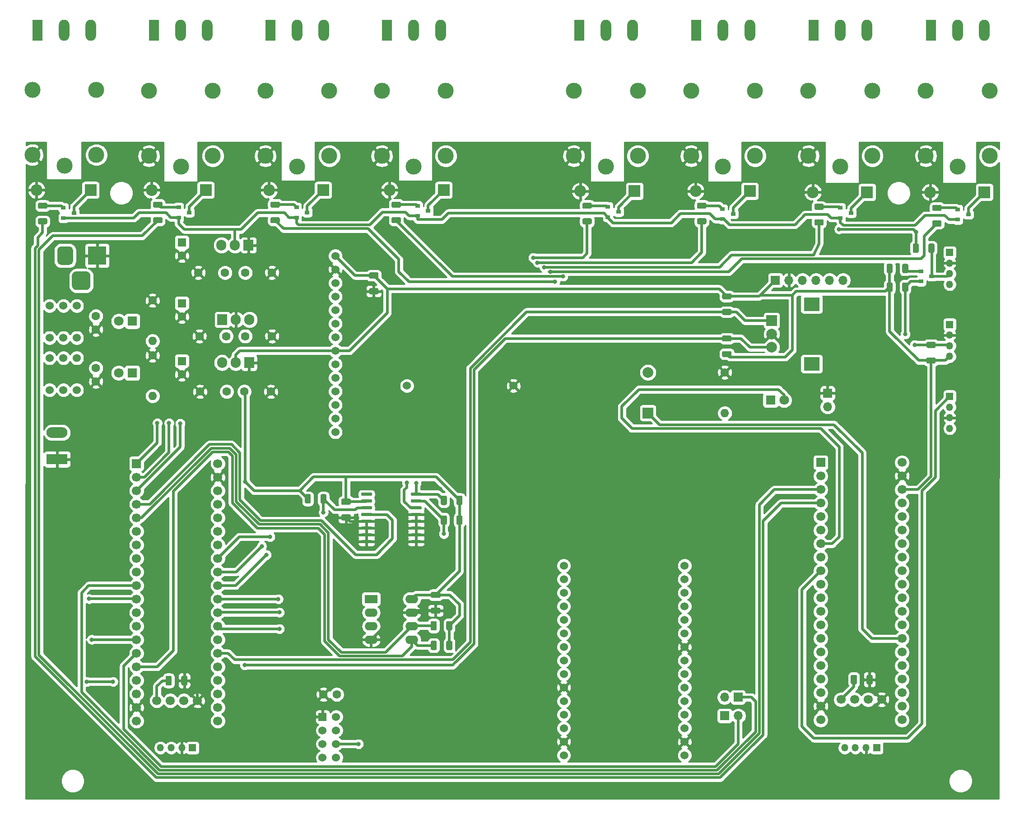
<source format=gtl>
G04 #@! TF.GenerationSoftware,KiCad,Pcbnew,(5.1.8)-1*
G04 #@! TF.CreationDate,2022-01-18T20:15:18+01:00*
G04 #@! TF.ProjectId,free_michelle_v1_0,66726565-5f6d-4696-9368-656c6c655f76,v1.0*
G04 #@! TF.SameCoordinates,Original*
G04 #@! TF.FileFunction,Copper,L1,Top*
G04 #@! TF.FilePolarity,Positive*
%FSLAX46Y46*%
G04 Gerber Fmt 4.6, Leading zero omitted, Abs format (unit mm)*
G04 Created by KiCad (PCBNEW (5.1.8)-1) date 2022-01-18 20:15:18*
%MOMM*%
%LPD*%
G01*
G04 APERTURE LIST*
G04 #@! TA.AperFunction,ComponentPad*
%ADD10O,1.905000X2.000000*%
G04 #@! TD*
G04 #@! TA.AperFunction,ComponentPad*
%ADD11R,1.905000X2.000000*%
G04 #@! TD*
G04 #@! TA.AperFunction,ComponentPad*
%ADD12O,1.700000X1.700000*%
G04 #@! TD*
G04 #@! TA.AperFunction,ComponentPad*
%ADD13R,1.700000X1.700000*%
G04 #@! TD*
G04 #@! TA.AperFunction,ComponentPad*
%ADD14C,1.700000*%
G04 #@! TD*
G04 #@! TA.AperFunction,ComponentPad*
%ADD15C,1.600000*%
G04 #@! TD*
G04 #@! TA.AperFunction,ComponentPad*
%ADD16O,1.350000X1.350000*%
G04 #@! TD*
G04 #@! TA.AperFunction,ComponentPad*
%ADD17R,1.350000X1.350000*%
G04 #@! TD*
G04 #@! TA.AperFunction,ComponentPad*
%ADD18C,2.000000*%
G04 #@! TD*
G04 #@! TA.AperFunction,ComponentPad*
%ADD19R,2.000000X2.000000*%
G04 #@! TD*
G04 #@! TA.AperFunction,ComponentPad*
%ADD20R,1.600000X1.600000*%
G04 #@! TD*
G04 #@! TA.AperFunction,ComponentPad*
%ADD21C,1.524000*%
G04 #@! TD*
G04 #@! TA.AperFunction,ComponentPad*
%ADD22C,1.800000*%
G04 #@! TD*
G04 #@! TA.AperFunction,ComponentPad*
%ADD23R,1.800000X1.800000*%
G04 #@! TD*
G04 #@! TA.AperFunction,ComponentPad*
%ADD24O,2.200000X2.200000*%
G04 #@! TD*
G04 #@! TA.AperFunction,ComponentPad*
%ADD25R,2.200000X2.200000*%
G04 #@! TD*
G04 #@! TA.AperFunction,ComponentPad*
%ADD26O,1.980000X3.960000*%
G04 #@! TD*
G04 #@! TA.AperFunction,ComponentPad*
%ADD27R,1.980000X3.960000*%
G04 #@! TD*
G04 #@! TA.AperFunction,ComponentPad*
%ADD28O,3.960000X1.980000*%
G04 #@! TD*
G04 #@! TA.AperFunction,ComponentPad*
%ADD29R,3.960000X1.980000*%
G04 #@! TD*
G04 #@! TA.AperFunction,ComponentPad*
%ADD30R,3.500000X3.500000*%
G04 #@! TD*
G04 #@! TA.AperFunction,ComponentPad*
%ADD31C,3.000000*%
G04 #@! TD*
G04 #@! TA.AperFunction,SMDPad,CuDef*
%ADD32R,0.900000X0.800000*%
G04 #@! TD*
G04 #@! TA.AperFunction,ComponentPad*
%ADD33O,1.600000X1.600000*%
G04 #@! TD*
G04 #@! TA.AperFunction,ComponentPad*
%ADD34R,3.000000X2.500000*%
G04 #@! TD*
G04 #@! TA.AperFunction,ComponentPad*
%ADD35O,2.400000X1.600000*%
G04 #@! TD*
G04 #@! TA.AperFunction,ComponentPad*
%ADD36R,2.400000X1.600000*%
G04 #@! TD*
G04 #@! TA.AperFunction,ComponentPad*
%ADD37R,1.524000X1.524000*%
G04 #@! TD*
G04 #@! TA.AperFunction,ViaPad*
%ADD38C,0.800000*%
G04 #@! TD*
G04 #@! TA.AperFunction,ViaPad*
%ADD39C,3.200000*%
G04 #@! TD*
G04 #@! TA.AperFunction,Conductor*
%ADD40C,0.500000*%
G04 #@! TD*
G04 #@! TA.AperFunction,Conductor*
%ADD41C,0.254000*%
G04 #@! TD*
G04 #@! TA.AperFunction,Conductor*
%ADD42C,0.100000*%
G04 #@! TD*
G04 APERTURE END LIST*
D10*
X62550000Y-84590000D03*
X65090000Y-84590000D03*
D11*
X67630000Y-84590000D03*
D10*
X62420000Y-62540000D03*
X64960000Y-62540000D03*
D11*
X67500000Y-62540000D03*
D12*
X179000000Y-69100000D03*
X176460000Y-69100000D03*
X173920000Y-69100000D03*
X171380000Y-69100000D03*
X168840000Y-69100000D03*
D13*
X166300000Y-69100000D03*
D14*
X50310000Y-147950000D03*
X52850000Y-147950000D03*
X55390000Y-147950000D03*
X57930000Y-147950000D03*
X61740000Y-103500000D03*
D13*
X46500000Y-103500000D03*
D14*
X61740000Y-106040000D03*
X46500000Y-106040000D03*
X61740000Y-108580000D03*
X46500000Y-108580000D03*
X61740000Y-111120000D03*
X46500000Y-111120000D03*
X61740000Y-113660000D03*
X46500000Y-113660000D03*
X61740000Y-116200000D03*
X46500000Y-116200000D03*
X61740000Y-118740000D03*
X46500000Y-118740000D03*
X61740000Y-121280000D03*
X46500000Y-121280000D03*
X61740000Y-123820000D03*
X46500000Y-123820000D03*
X61740000Y-126360000D03*
X46500000Y-126360000D03*
X61740000Y-128900000D03*
X46500000Y-128900000D03*
X61740000Y-131440000D03*
X46500000Y-131440000D03*
X61740000Y-133980000D03*
X46500000Y-133980000D03*
X61740000Y-136520000D03*
X46500000Y-136520000D03*
X61740000Y-139060000D03*
X46500000Y-139060000D03*
X61740000Y-141600000D03*
X46500000Y-141600000D03*
X61740000Y-144140000D03*
X46500000Y-144140000D03*
X61740000Y-146680000D03*
X46500000Y-146680000D03*
X61740000Y-149220000D03*
X46500000Y-149220000D03*
X61740000Y-151760000D03*
X46500000Y-151760000D03*
D15*
X38890000Y-78360000D03*
X38890000Y-75860000D03*
X38890000Y-88100000D03*
X38890000Y-85600000D03*
G04 #@! TA.AperFunction,SMDPad,CuDef*
G36*
G01*
X196125002Y-81800000D02*
X194874998Y-81800000D01*
G75*
G02*
X194625000Y-81550002I0J249998D01*
G01*
X194625000Y-80924998D01*
G75*
G02*
X194874998Y-80675000I249998J0D01*
G01*
X196125002Y-80675000D01*
G75*
G02*
X196375000Y-80924998I0J-249998D01*
G01*
X196375000Y-81550002D01*
G75*
G02*
X196125002Y-81800000I-249998J0D01*
G01*
G37*
G04 #@! TD.AperFunction*
G04 #@! TA.AperFunction,SMDPad,CuDef*
G36*
G01*
X196125002Y-84725000D02*
X194874998Y-84725000D01*
G75*
G02*
X194625000Y-84475002I0J249998D01*
G01*
X194625000Y-83849998D01*
G75*
G02*
X194874998Y-83600000I249998J0D01*
G01*
X196125002Y-83600000D01*
G75*
G02*
X196375000Y-83849998I0J-249998D01*
G01*
X196375000Y-84475002D01*
G75*
G02*
X196125002Y-84725000I-249998J0D01*
G01*
G37*
G04 #@! TD.AperFunction*
D16*
X199000000Y-69900000D03*
X199000000Y-67900000D03*
X199000000Y-65900000D03*
D17*
X199000000Y-63900000D03*
D16*
X199000000Y-83400000D03*
X199000000Y-81400000D03*
X199000000Y-79400000D03*
D17*
X199000000Y-77400000D03*
D18*
X142400000Y-86400000D03*
D19*
X142400000Y-94000000D03*
G04 #@! TA.AperFunction,SMDPad,CuDef*
G36*
G01*
X85149999Y-113025000D02*
X86450001Y-113025000D01*
G75*
G02*
X86700000Y-113274999I0J-249999D01*
G01*
X86700000Y-113925001D01*
G75*
G02*
X86450001Y-114175000I-249999J0D01*
G01*
X85149999Y-114175000D01*
G75*
G02*
X84900000Y-113925001I0J249999D01*
G01*
X84900000Y-113274999D01*
G75*
G02*
X85149999Y-113025000I249999J0D01*
G01*
G37*
G04 #@! TD.AperFunction*
G04 #@! TA.AperFunction,SMDPad,CuDef*
G36*
G01*
X85149999Y-110075000D02*
X86450001Y-110075000D01*
G75*
G02*
X86700000Y-110324999I0J-249999D01*
G01*
X86700000Y-110975001D01*
G75*
G02*
X86450001Y-111225000I-249999J0D01*
G01*
X85149999Y-111225000D01*
G75*
G02*
X84900000Y-110975001I0J249999D01*
G01*
X84900000Y-110324999D01*
G75*
G02*
X85149999Y-110075000I249999J0D01*
G01*
G37*
G04 #@! TD.AperFunction*
G04 #@! TA.AperFunction,SMDPad,CuDef*
G36*
G01*
X54900000Y-144850001D02*
X54900000Y-143549999D01*
G75*
G02*
X55149999Y-143300000I249999J0D01*
G01*
X55800001Y-143300000D01*
G75*
G02*
X56050000Y-143549999I0J-249999D01*
G01*
X56050000Y-144850001D01*
G75*
G02*
X55800001Y-145100000I-249999J0D01*
G01*
X55149999Y-145100000D01*
G75*
G02*
X54900000Y-144850001I0J249999D01*
G01*
G37*
G04 #@! TD.AperFunction*
G04 #@! TA.AperFunction,SMDPad,CuDef*
G36*
G01*
X51950000Y-144850001D02*
X51950000Y-143549999D01*
G75*
G02*
X52199999Y-143300000I249999J0D01*
G01*
X52850001Y-143300000D01*
G75*
G02*
X53100000Y-143549999I0J-249999D01*
G01*
X53100000Y-144850001D01*
G75*
G02*
X52850001Y-145100000I-249999J0D01*
G01*
X52199999Y-145100000D01*
G75*
G02*
X51950000Y-144850001I0J249999D01*
G01*
G37*
G04 #@! TD.AperFunction*
G04 #@! TA.AperFunction,SMDPad,CuDef*
G36*
G01*
X103250001Y-128700000D02*
X101949999Y-128700000D01*
G75*
G02*
X101700000Y-128450001I0J249999D01*
G01*
X101700000Y-127799999D01*
G75*
G02*
X101949999Y-127550000I249999J0D01*
G01*
X103250001Y-127550000D01*
G75*
G02*
X103500000Y-127799999I0J-249999D01*
G01*
X103500000Y-128450001D01*
G75*
G02*
X103250001Y-128700000I-249999J0D01*
G01*
G37*
G04 #@! TD.AperFunction*
G04 #@! TA.AperFunction,SMDPad,CuDef*
G36*
G01*
X103250001Y-131650000D02*
X101949999Y-131650000D01*
G75*
G02*
X101700000Y-131400001I0J249999D01*
G01*
X101700000Y-130749999D01*
G75*
G02*
X101949999Y-130500000I249999J0D01*
G01*
X103250001Y-130500000D01*
G75*
G02*
X103500000Y-130749999I0J-249999D01*
G01*
X103500000Y-131400001D01*
G75*
G02*
X103250001Y-131650000I-249999J0D01*
G01*
G37*
G04 #@! TD.AperFunction*
G04 #@! TA.AperFunction,SMDPad,CuDef*
G36*
G01*
X91650001Y-68800000D02*
X90349999Y-68800000D01*
G75*
G02*
X90100000Y-68550001I0J249999D01*
G01*
X90100000Y-67899999D01*
G75*
G02*
X90349999Y-67650000I249999J0D01*
G01*
X91650001Y-67650000D01*
G75*
G02*
X91900000Y-67899999I0J-249999D01*
G01*
X91900000Y-68550001D01*
G75*
G02*
X91650001Y-68800000I-249999J0D01*
G01*
G37*
G04 #@! TD.AperFunction*
G04 #@! TA.AperFunction,SMDPad,CuDef*
G36*
G01*
X91650001Y-71750000D02*
X90349999Y-71750000D01*
G75*
G02*
X90100000Y-71500001I0J249999D01*
G01*
X90100000Y-70849999D01*
G75*
G02*
X90349999Y-70600000I249999J0D01*
G01*
X91650001Y-70600000D01*
G75*
G02*
X91900000Y-70849999I0J-249999D01*
G01*
X91900000Y-71500001D01*
G75*
G02*
X91650001Y-71750000I-249999J0D01*
G01*
G37*
G04 #@! TD.AperFunction*
D15*
X81540000Y-146800000D03*
X84040000Y-146800000D03*
G04 #@! TA.AperFunction,SMDPad,CuDef*
G36*
G01*
X183400000Y-144650001D02*
X183400000Y-143349999D01*
G75*
G02*
X183649999Y-143100000I249999J0D01*
G01*
X184300001Y-143100000D01*
G75*
G02*
X184550000Y-143349999I0J-249999D01*
G01*
X184550000Y-144650001D01*
G75*
G02*
X184300001Y-144900000I-249999J0D01*
G01*
X183649999Y-144900000D01*
G75*
G02*
X183400000Y-144650001I0J249999D01*
G01*
G37*
G04 #@! TD.AperFunction*
G04 #@! TA.AperFunction,SMDPad,CuDef*
G36*
G01*
X180450000Y-144650001D02*
X180450000Y-143349999D01*
G75*
G02*
X180699999Y-143100000I249999J0D01*
G01*
X181350001Y-143100000D01*
G75*
G02*
X181600000Y-143349999I0J-249999D01*
G01*
X181600000Y-144650001D01*
G75*
G02*
X181350001Y-144900000I-249999J0D01*
G01*
X180699999Y-144900000D01*
G75*
G02*
X180450000Y-144650001I0J249999D01*
G01*
G37*
G04 #@! TD.AperFunction*
X55000000Y-64510000D03*
D20*
X55000000Y-62010000D03*
D15*
X58100000Y-67700000D03*
X63100000Y-67700000D03*
X55000000Y-75920000D03*
D20*
X55000000Y-73420000D03*
D15*
X71900000Y-67700000D03*
X66900000Y-67700000D03*
X58300000Y-79600000D03*
X63300000Y-79600000D03*
X55000000Y-86760000D03*
D20*
X55000000Y-84260000D03*
D15*
X58400000Y-90000000D03*
X63400000Y-90000000D03*
X71900000Y-79600000D03*
X66900000Y-79600000D03*
X71700000Y-90000000D03*
X66700000Y-90000000D03*
D21*
X117200000Y-88900000D03*
X97200000Y-88910000D03*
X83800000Y-97580000D03*
X83800000Y-95040000D03*
X83800000Y-92500000D03*
X83800000Y-89960000D03*
X83800000Y-87420000D03*
X83800000Y-84880000D03*
X83800000Y-82340000D03*
X83800000Y-79800000D03*
X83800000Y-77260000D03*
X83800000Y-74720000D03*
X83800000Y-72180000D03*
X83800000Y-69640000D03*
X83800000Y-67100000D03*
X83800000Y-64560000D03*
D22*
X167940000Y-91600000D03*
D23*
X165400000Y-91600000D03*
D24*
X129740000Y-52400000D03*
D25*
X139900000Y-52400000D03*
D24*
X27740000Y-52200000D03*
D25*
X37900000Y-52200000D03*
D24*
X151340000Y-52400000D03*
D25*
X161500000Y-52400000D03*
D24*
X49340000Y-52200000D03*
D25*
X59500000Y-52200000D03*
D24*
X173340000Y-52600000D03*
D25*
X183500000Y-52600000D03*
D24*
X71340000Y-52200000D03*
D25*
X81500000Y-52200000D03*
D24*
X195340000Y-52600000D03*
D25*
X205500000Y-52600000D03*
D24*
X93940000Y-52200000D03*
D25*
X104100000Y-52200000D03*
D22*
X43160000Y-76800000D03*
D23*
X45700000Y-76800000D03*
D22*
X43160000Y-86500000D03*
D23*
X45700000Y-86500000D03*
D14*
X178610000Y-147750000D03*
X181150000Y-147750000D03*
X183690000Y-147750000D03*
X186230000Y-147750000D03*
X190040000Y-103300000D03*
D13*
X174800000Y-103300000D03*
D14*
X190040000Y-105840000D03*
X174800000Y-105840000D03*
X190040000Y-108380000D03*
X174800000Y-108380000D03*
X190040000Y-110920000D03*
X174800000Y-110920000D03*
X190040000Y-113460000D03*
X174800000Y-113460000D03*
X190040000Y-116000000D03*
X174800000Y-116000000D03*
X190040000Y-118540000D03*
X174800000Y-118540000D03*
X190040000Y-121080000D03*
X174800000Y-121080000D03*
X190040000Y-123620000D03*
X174800000Y-123620000D03*
X190040000Y-126160000D03*
X174800000Y-126160000D03*
X190040000Y-128700000D03*
X174800000Y-128700000D03*
X190040000Y-131240000D03*
X174800000Y-131240000D03*
X190040000Y-133780000D03*
X174800000Y-133780000D03*
X190040000Y-136320000D03*
X174800000Y-136320000D03*
X190040000Y-138860000D03*
X174800000Y-138860000D03*
X190040000Y-141400000D03*
X174800000Y-141400000D03*
X190040000Y-143940000D03*
X174800000Y-143940000D03*
X190040000Y-146480000D03*
X174800000Y-146480000D03*
X190040000Y-149020000D03*
X174800000Y-149020000D03*
X190040000Y-151560000D03*
X174800000Y-151560000D03*
D12*
X159340000Y-150800000D03*
D13*
X156800000Y-150800000D03*
D12*
X156760000Y-147300000D03*
D13*
X159300000Y-147300000D03*
D16*
X51000000Y-156800000D03*
X53000000Y-156800000D03*
X55000000Y-156800000D03*
D17*
X57000000Y-156800000D03*
D26*
X139500000Y-22200000D03*
X134500000Y-22200000D03*
D27*
X129500000Y-22200000D03*
D26*
X37960000Y-22200000D03*
X32960000Y-22200000D03*
D27*
X27960000Y-22200000D03*
D26*
X161500000Y-22200000D03*
X156500000Y-22200000D03*
D27*
X151500000Y-22200000D03*
D26*
X59806666Y-22200000D03*
X54806666Y-22200000D03*
D27*
X49806666Y-22200000D03*
D16*
X179300000Y-156800000D03*
X181300000Y-156800000D03*
X183300000Y-156800000D03*
D17*
X185300000Y-156800000D03*
D16*
X199000000Y-96900000D03*
X199000000Y-94900000D03*
X199000000Y-92900000D03*
D17*
X199000000Y-90900000D03*
D26*
X183500000Y-22200000D03*
X178500000Y-22200000D03*
D27*
X173500000Y-22200000D03*
D26*
X81653332Y-22200000D03*
X76653332Y-22200000D03*
D27*
X71653332Y-22200000D03*
D12*
X176100000Y-92840000D03*
D13*
X176100000Y-90300000D03*
D26*
X205500000Y-22200000D03*
X200500000Y-22200000D03*
D27*
X195500000Y-22200000D03*
D26*
X103500000Y-22200000D03*
X98500000Y-22200000D03*
D27*
X93500000Y-22200000D03*
D28*
X31600000Y-97700000D03*
D29*
X31600000Y-102700000D03*
G04 #@! TA.AperFunction,ComponentPad*
G36*
G01*
X34380000Y-70075000D02*
X34380000Y-68325000D01*
G75*
G02*
X35255000Y-67450000I875000J0D01*
G01*
X37005000Y-67450000D01*
G75*
G02*
X37880000Y-68325000I0J-875000D01*
G01*
X37880000Y-70075000D01*
G75*
G02*
X37005000Y-70950000I-875000J0D01*
G01*
X35255000Y-70950000D01*
G75*
G02*
X34380000Y-70075000I0J875000D01*
G01*
G37*
G04 #@! TD.AperFunction*
G04 #@! TA.AperFunction,ComponentPad*
G36*
G01*
X31630000Y-65500000D02*
X31630000Y-63500000D01*
G75*
G02*
X32380000Y-62750000I750000J0D01*
G01*
X33880000Y-62750000D01*
G75*
G02*
X34630000Y-63500000I0J-750000D01*
G01*
X34630000Y-65500000D01*
G75*
G02*
X33880000Y-66250000I-750000J0D01*
G01*
X32380000Y-66250000D01*
G75*
G02*
X31630000Y-65500000I0J750000D01*
G01*
G37*
G04 #@! TD.AperFunction*
D30*
X39130000Y-64500000D03*
D31*
X134500000Y-47800000D03*
X128500000Y-45800000D03*
X128500000Y-33600000D03*
X140500000Y-33600000D03*
X140500000Y-45800000D03*
X32980000Y-47600000D03*
X26980000Y-45600000D03*
X26980000Y-33400000D03*
X38980000Y-33400000D03*
X38980000Y-45600000D03*
X156500000Y-47800000D03*
X150500000Y-45800000D03*
X150500000Y-33600000D03*
X162500000Y-33600000D03*
X162500000Y-45800000D03*
X54820000Y-47800000D03*
X48820000Y-45800000D03*
X48820000Y-33600000D03*
X60820000Y-33600000D03*
X60820000Y-45800000D03*
X178500000Y-47800000D03*
X172500000Y-45800000D03*
X172500000Y-33600000D03*
X184500000Y-33600000D03*
X184500000Y-45800000D03*
X76660000Y-47800000D03*
X70660000Y-45800000D03*
X70660000Y-33600000D03*
X82660000Y-33600000D03*
X82660000Y-45800000D03*
X200500000Y-47800000D03*
X194500000Y-45800000D03*
X194500000Y-33600000D03*
X206500000Y-33600000D03*
X206500000Y-45800000D03*
X98500000Y-47800000D03*
X92500000Y-45800000D03*
X92500000Y-33600000D03*
X104500000Y-33600000D03*
X104500000Y-45800000D03*
D32*
X136900000Y-56300000D03*
X134900000Y-57250000D03*
X134900000Y-55350000D03*
X34800000Y-56500000D03*
X32800000Y-57450000D03*
X32800000Y-55550000D03*
X158400000Y-56700000D03*
X156400000Y-57650000D03*
X156400000Y-55750000D03*
X56400000Y-56400000D03*
X54400000Y-57350000D03*
X54400000Y-55450000D03*
X195600000Y-68400000D03*
X193600000Y-69350000D03*
X193600000Y-67450000D03*
X180500000Y-56500000D03*
X178500000Y-57450000D03*
X178500000Y-55550000D03*
X78500000Y-56400000D03*
X76500000Y-57350000D03*
X76500000Y-55450000D03*
X202500000Y-56800000D03*
X200500000Y-57750000D03*
X200500000Y-55850000D03*
X101200000Y-56100000D03*
X99200000Y-57050000D03*
X99200000Y-55150000D03*
G04 #@! TA.AperFunction,SMDPad,CuDef*
G36*
G01*
X81000000Y-110725002D02*
X81000000Y-109474998D01*
G75*
G02*
X81249998Y-109225000I249998J0D01*
G01*
X81875002Y-109225000D01*
G75*
G02*
X82125000Y-109474998I0J-249998D01*
G01*
X82125000Y-110725002D01*
G75*
G02*
X81875002Y-110975000I-249998J0D01*
G01*
X81249998Y-110975000D01*
G75*
G02*
X81000000Y-110725002I0J249998D01*
G01*
G37*
G04 #@! TD.AperFunction*
G04 #@! TA.AperFunction,SMDPad,CuDef*
G36*
G01*
X78075000Y-110725002D02*
X78075000Y-109474998D01*
G75*
G02*
X78324998Y-109225000I249998J0D01*
G01*
X78950002Y-109225000D01*
G75*
G02*
X79200000Y-109474998I0J-249998D01*
G01*
X79200000Y-110725002D01*
G75*
G02*
X78950002Y-110975000I-249998J0D01*
G01*
X78324998Y-110975000D01*
G75*
G02*
X78075000Y-110725002I0J249998D01*
G01*
G37*
G04 #@! TD.AperFunction*
G04 #@! TA.AperFunction,SMDPad,CuDef*
G36*
G01*
X106500000Y-114725002D02*
X106500000Y-113474998D01*
G75*
G02*
X106749998Y-113225000I249998J0D01*
G01*
X107375002Y-113225000D01*
G75*
G02*
X107625000Y-113474998I0J-249998D01*
G01*
X107625000Y-114725002D01*
G75*
G02*
X107375002Y-114975000I-249998J0D01*
G01*
X106749998Y-114975000D01*
G75*
G02*
X106500000Y-114725002I0J249998D01*
G01*
G37*
G04 #@! TD.AperFunction*
G04 #@! TA.AperFunction,SMDPad,CuDef*
G36*
G01*
X103575000Y-114725002D02*
X103575000Y-113474998D01*
G75*
G02*
X103824998Y-113225000I249998J0D01*
G01*
X104450002Y-113225000D01*
G75*
G02*
X104700000Y-113474998I0J-249998D01*
G01*
X104700000Y-114725002D01*
G75*
G02*
X104450002Y-114975000I-249998J0D01*
G01*
X103824998Y-114975000D01*
G75*
G02*
X103575000Y-114725002I0J249998D01*
G01*
G37*
G04 #@! TD.AperFunction*
G04 #@! TA.AperFunction,SMDPad,CuDef*
G36*
G01*
X106500000Y-111025002D02*
X106500000Y-109774998D01*
G75*
G02*
X106749998Y-109525000I249998J0D01*
G01*
X107375002Y-109525000D01*
G75*
G02*
X107625000Y-109774998I0J-249998D01*
G01*
X107625000Y-111025002D01*
G75*
G02*
X107375002Y-111275000I-249998J0D01*
G01*
X106749998Y-111275000D01*
G75*
G02*
X106500000Y-111025002I0J249998D01*
G01*
G37*
G04 #@! TD.AperFunction*
G04 #@! TA.AperFunction,SMDPad,CuDef*
G36*
G01*
X103575000Y-111025002D02*
X103575000Y-109774998D01*
G75*
G02*
X103824998Y-109525000I249998J0D01*
G01*
X104450002Y-109525000D01*
G75*
G02*
X104700000Y-109774998I0J-249998D01*
G01*
X104700000Y-111025002D01*
G75*
G02*
X104450002Y-111275000I-249998J0D01*
G01*
X103824998Y-111275000D01*
G75*
G02*
X103575000Y-111025002I0J249998D01*
G01*
G37*
G04 #@! TD.AperFunction*
G04 #@! TA.AperFunction,SMDPad,CuDef*
G36*
G01*
X102800000Y-133274998D02*
X102800000Y-134525002D01*
G75*
G02*
X102550002Y-134775000I-249998J0D01*
G01*
X101924998Y-134775000D01*
G75*
G02*
X101675000Y-134525002I0J249998D01*
G01*
X101675000Y-133274998D01*
G75*
G02*
X101924998Y-133025000I249998J0D01*
G01*
X102550002Y-133025000D01*
G75*
G02*
X102800000Y-133274998I0J-249998D01*
G01*
G37*
G04 #@! TD.AperFunction*
G04 #@! TA.AperFunction,SMDPad,CuDef*
G36*
G01*
X105725000Y-133274998D02*
X105725000Y-134525002D01*
G75*
G02*
X105475002Y-134775000I-249998J0D01*
G01*
X104849998Y-134775000D01*
G75*
G02*
X104600000Y-134525002I0J249998D01*
G01*
X104600000Y-133274998D01*
G75*
G02*
X104849998Y-133025000I249998J0D01*
G01*
X105475002Y-133025000D01*
G75*
G02*
X105725000Y-133274998I0J-249998D01*
G01*
G37*
G04 #@! TD.AperFunction*
G04 #@! TA.AperFunction,SMDPad,CuDef*
G36*
G01*
X102800000Y-136974998D02*
X102800000Y-138225002D01*
G75*
G02*
X102550002Y-138475000I-249998J0D01*
G01*
X101924998Y-138475000D01*
G75*
G02*
X101675000Y-138225002I0J249998D01*
G01*
X101675000Y-136974998D01*
G75*
G02*
X101924998Y-136725000I249998J0D01*
G01*
X102550002Y-136725000D01*
G75*
G02*
X102800000Y-136974998I0J-249998D01*
G01*
G37*
G04 #@! TD.AperFunction*
G04 #@! TA.AperFunction,SMDPad,CuDef*
G36*
G01*
X105725000Y-136974998D02*
X105725000Y-138225002D01*
G75*
G02*
X105475002Y-138475000I-249998J0D01*
G01*
X104849998Y-138475000D01*
G75*
G02*
X104600000Y-138225002I0J249998D01*
G01*
X104600000Y-136974998D01*
G75*
G02*
X104849998Y-136725000I249998J0D01*
G01*
X105475002Y-136725000D01*
G75*
G02*
X105725000Y-136974998I0J-249998D01*
G01*
G37*
G04 #@! TD.AperFunction*
G04 #@! TA.AperFunction,SMDPad,CuDef*
G36*
G01*
X156574998Y-74500000D02*
X157825002Y-74500000D01*
G75*
G02*
X158075000Y-74749998I0J-249998D01*
G01*
X158075000Y-75375002D01*
G75*
G02*
X157825002Y-75625000I-249998J0D01*
G01*
X156574998Y-75625000D01*
G75*
G02*
X156325000Y-75375002I0J249998D01*
G01*
X156325000Y-74749998D01*
G75*
G02*
X156574998Y-74500000I249998J0D01*
G01*
G37*
G04 #@! TD.AperFunction*
G04 #@! TA.AperFunction,SMDPad,CuDef*
G36*
G01*
X156574998Y-71575000D02*
X157825002Y-71575000D01*
G75*
G02*
X158075000Y-71824998I0J-249998D01*
G01*
X158075000Y-72450002D01*
G75*
G02*
X157825002Y-72700000I-249998J0D01*
G01*
X156574998Y-72700000D01*
G75*
G02*
X156325000Y-72450002I0J249998D01*
G01*
X156325000Y-71824998D01*
G75*
G02*
X156574998Y-71575000I249998J0D01*
G01*
G37*
G04 #@! TD.AperFunction*
G04 #@! TA.AperFunction,SMDPad,CuDef*
G36*
G01*
X157825002Y-80600000D02*
X156574998Y-80600000D01*
G75*
G02*
X156325000Y-80350002I0J249998D01*
G01*
X156325000Y-79724998D01*
G75*
G02*
X156574998Y-79475000I249998J0D01*
G01*
X157825002Y-79475000D01*
G75*
G02*
X158075000Y-79724998I0J-249998D01*
G01*
X158075000Y-80350002D01*
G75*
G02*
X157825002Y-80600000I-249998J0D01*
G01*
G37*
G04 #@! TD.AperFunction*
G04 #@! TA.AperFunction,SMDPad,CuDef*
G36*
G01*
X157825002Y-83525000D02*
X156574998Y-83525000D01*
G75*
G02*
X156325000Y-83275002I0J249998D01*
G01*
X156325000Y-82649998D01*
G75*
G02*
X156574998Y-82400000I249998J0D01*
G01*
X157825002Y-82400000D01*
G75*
G02*
X158075000Y-82649998I0J-249998D01*
G01*
X158075000Y-83275002D01*
G75*
G02*
X157825002Y-83525000I-249998J0D01*
G01*
G37*
G04 #@! TD.AperFunction*
D33*
X156820000Y-94020000D03*
D15*
X156820000Y-86400000D03*
G04 #@! TA.AperFunction,SMDPad,CuDef*
G36*
G01*
X131625002Y-55700000D02*
X130374998Y-55700000D01*
G75*
G02*
X130125000Y-55450002I0J249998D01*
G01*
X130125000Y-54824998D01*
G75*
G02*
X130374998Y-54575000I249998J0D01*
G01*
X131625002Y-54575000D01*
G75*
G02*
X131875000Y-54824998I0J-249998D01*
G01*
X131875000Y-55450002D01*
G75*
G02*
X131625002Y-55700000I-249998J0D01*
G01*
G37*
G04 #@! TD.AperFunction*
G04 #@! TA.AperFunction,SMDPad,CuDef*
G36*
G01*
X131625002Y-58625000D02*
X130374998Y-58625000D01*
G75*
G02*
X130125000Y-58375002I0J249998D01*
G01*
X130125000Y-57749998D01*
G75*
G02*
X130374998Y-57500000I249998J0D01*
G01*
X131625002Y-57500000D01*
G75*
G02*
X131875000Y-57749998I0J-249998D01*
G01*
X131875000Y-58375002D01*
G75*
G02*
X131625002Y-58625000I-249998J0D01*
G01*
G37*
G04 #@! TD.AperFunction*
G04 #@! TA.AperFunction,SMDPad,CuDef*
G36*
G01*
X29525002Y-55700000D02*
X28274998Y-55700000D01*
G75*
G02*
X28025000Y-55450002I0J249998D01*
G01*
X28025000Y-54824998D01*
G75*
G02*
X28274998Y-54575000I249998J0D01*
G01*
X29525002Y-54575000D01*
G75*
G02*
X29775000Y-54824998I0J-249998D01*
G01*
X29775000Y-55450002D01*
G75*
G02*
X29525002Y-55700000I-249998J0D01*
G01*
G37*
G04 #@! TD.AperFunction*
G04 #@! TA.AperFunction,SMDPad,CuDef*
G36*
G01*
X29525002Y-58625000D02*
X28274998Y-58625000D01*
G75*
G02*
X28025000Y-58375002I0J249998D01*
G01*
X28025000Y-57749998D01*
G75*
G02*
X28274998Y-57500000I249998J0D01*
G01*
X29525002Y-57500000D01*
G75*
G02*
X29775000Y-57749998I0J-249998D01*
G01*
X29775000Y-58375002D01*
G75*
G02*
X29525002Y-58625000I-249998J0D01*
G01*
G37*
G04 #@! TD.AperFunction*
G04 #@! TA.AperFunction,SMDPad,CuDef*
G36*
G01*
X153125002Y-55700000D02*
X151874998Y-55700000D01*
G75*
G02*
X151625000Y-55450002I0J249998D01*
G01*
X151625000Y-54824998D01*
G75*
G02*
X151874998Y-54575000I249998J0D01*
G01*
X153125002Y-54575000D01*
G75*
G02*
X153375000Y-54824998I0J-249998D01*
G01*
X153375000Y-55450002D01*
G75*
G02*
X153125002Y-55700000I-249998J0D01*
G01*
G37*
G04 #@! TD.AperFunction*
G04 #@! TA.AperFunction,SMDPad,CuDef*
G36*
G01*
X153125002Y-58625000D02*
X151874998Y-58625000D01*
G75*
G02*
X151625000Y-58375002I0J249998D01*
G01*
X151625000Y-57749998D01*
G75*
G02*
X151874998Y-57500000I249998J0D01*
G01*
X153125002Y-57500000D01*
G75*
G02*
X153375000Y-57749998I0J-249998D01*
G01*
X153375000Y-58375002D01*
G75*
G02*
X153125002Y-58625000I-249998J0D01*
G01*
G37*
G04 #@! TD.AperFunction*
G04 #@! TA.AperFunction,SMDPad,CuDef*
G36*
G01*
X51125002Y-55500000D02*
X49874998Y-55500000D01*
G75*
G02*
X49625000Y-55250002I0J249998D01*
G01*
X49625000Y-54624998D01*
G75*
G02*
X49874998Y-54375000I249998J0D01*
G01*
X51125002Y-54375000D01*
G75*
G02*
X51375000Y-54624998I0J-249998D01*
G01*
X51375000Y-55250002D01*
G75*
G02*
X51125002Y-55500000I-249998J0D01*
G01*
G37*
G04 #@! TD.AperFunction*
G04 #@! TA.AperFunction,SMDPad,CuDef*
G36*
G01*
X51125002Y-58425000D02*
X49874998Y-58425000D01*
G75*
G02*
X49625000Y-58175002I0J249998D01*
G01*
X49625000Y-57549998D01*
G75*
G02*
X49874998Y-57300000I249998J0D01*
G01*
X51125002Y-57300000D01*
G75*
G02*
X51375000Y-57549998I0J-249998D01*
G01*
X51375000Y-58175002D01*
G75*
G02*
X51125002Y-58425000I-249998J0D01*
G01*
G37*
G04 #@! TD.AperFunction*
G04 #@! TA.AperFunction,SMDPad,CuDef*
G36*
G01*
X188300000Y-69774998D02*
X188300000Y-71025002D01*
G75*
G02*
X188050002Y-71275000I-249998J0D01*
G01*
X187424998Y-71275000D01*
G75*
G02*
X187175000Y-71025002I0J249998D01*
G01*
X187175000Y-69774998D01*
G75*
G02*
X187424998Y-69525000I249998J0D01*
G01*
X188050002Y-69525000D01*
G75*
G02*
X188300000Y-69774998I0J-249998D01*
G01*
G37*
G04 #@! TD.AperFunction*
G04 #@! TA.AperFunction,SMDPad,CuDef*
G36*
G01*
X191225000Y-69774998D02*
X191225000Y-71025002D01*
G75*
G02*
X190975002Y-71275000I-249998J0D01*
G01*
X190349998Y-71275000D01*
G75*
G02*
X190100000Y-71025002I0J249998D01*
G01*
X190100000Y-69774998D01*
G75*
G02*
X190349998Y-69525000I249998J0D01*
G01*
X190975002Y-69525000D01*
G75*
G02*
X191225000Y-69774998I0J-249998D01*
G01*
G37*
G04 #@! TD.AperFunction*
G04 #@! TA.AperFunction,SMDPad,CuDef*
G36*
G01*
X188300000Y-66274998D02*
X188300000Y-67525002D01*
G75*
G02*
X188050002Y-67775000I-249998J0D01*
G01*
X187424998Y-67775000D01*
G75*
G02*
X187175000Y-67525002I0J249998D01*
G01*
X187175000Y-66274998D01*
G75*
G02*
X187424998Y-66025000I249998J0D01*
G01*
X188050002Y-66025000D01*
G75*
G02*
X188300000Y-66274998I0J-249998D01*
G01*
G37*
G04 #@! TD.AperFunction*
G04 #@! TA.AperFunction,SMDPad,CuDef*
G36*
G01*
X191225000Y-66274998D02*
X191225000Y-67525002D01*
G75*
G02*
X190975002Y-67775000I-249998J0D01*
G01*
X190349998Y-67775000D01*
G75*
G02*
X190100000Y-67525002I0J249998D01*
G01*
X190100000Y-66274998D01*
G75*
G02*
X190349998Y-66025000I249998J0D01*
G01*
X190975002Y-66025000D01*
G75*
G02*
X191225000Y-66274998I0J-249998D01*
G01*
G37*
G04 #@! TD.AperFunction*
G04 #@! TA.AperFunction,SMDPad,CuDef*
G36*
G01*
X193200000Y-62474998D02*
X193200000Y-63725002D01*
G75*
G02*
X192950002Y-63975000I-249998J0D01*
G01*
X192324998Y-63975000D01*
G75*
G02*
X192075000Y-63725002I0J249998D01*
G01*
X192075000Y-62474998D01*
G75*
G02*
X192324998Y-62225000I249998J0D01*
G01*
X192950002Y-62225000D01*
G75*
G02*
X193200000Y-62474998I0J-249998D01*
G01*
G37*
G04 #@! TD.AperFunction*
G04 #@! TA.AperFunction,SMDPad,CuDef*
G36*
G01*
X196125000Y-62474998D02*
X196125000Y-63725002D01*
G75*
G02*
X195875002Y-63975000I-249998J0D01*
G01*
X195249998Y-63975000D01*
G75*
G02*
X195000000Y-63725002I0J249998D01*
G01*
X195000000Y-62474998D01*
G75*
G02*
X195249998Y-62225000I249998J0D01*
G01*
X195875002Y-62225000D01*
G75*
G02*
X196125000Y-62474998I0J-249998D01*
G01*
G37*
G04 #@! TD.AperFunction*
G04 #@! TA.AperFunction,SMDPad,CuDef*
G36*
G01*
X175125002Y-55900000D02*
X173874998Y-55900000D01*
G75*
G02*
X173625000Y-55650002I0J249998D01*
G01*
X173625000Y-55024998D01*
G75*
G02*
X173874998Y-54775000I249998J0D01*
G01*
X175125002Y-54775000D01*
G75*
G02*
X175375000Y-55024998I0J-249998D01*
G01*
X175375000Y-55650002D01*
G75*
G02*
X175125002Y-55900000I-249998J0D01*
G01*
G37*
G04 #@! TD.AperFunction*
G04 #@! TA.AperFunction,SMDPad,CuDef*
G36*
G01*
X175125002Y-58825000D02*
X173874998Y-58825000D01*
G75*
G02*
X173625000Y-58575002I0J249998D01*
G01*
X173625000Y-57949998D01*
G75*
G02*
X173874998Y-57700000I249998J0D01*
G01*
X175125002Y-57700000D01*
G75*
G02*
X175375000Y-57949998I0J-249998D01*
G01*
X175375000Y-58575002D01*
G75*
G02*
X175125002Y-58825000I-249998J0D01*
G01*
G37*
G04 #@! TD.AperFunction*
G04 #@! TA.AperFunction,SMDPad,CuDef*
G36*
G01*
X73125002Y-55500000D02*
X71874998Y-55500000D01*
G75*
G02*
X71625000Y-55250002I0J249998D01*
G01*
X71625000Y-54624998D01*
G75*
G02*
X71874998Y-54375000I249998J0D01*
G01*
X73125002Y-54375000D01*
G75*
G02*
X73375000Y-54624998I0J-249998D01*
G01*
X73375000Y-55250002D01*
G75*
G02*
X73125002Y-55500000I-249998J0D01*
G01*
G37*
G04 #@! TD.AperFunction*
G04 #@! TA.AperFunction,SMDPad,CuDef*
G36*
G01*
X73125002Y-58425000D02*
X71874998Y-58425000D01*
G75*
G02*
X71625000Y-58175002I0J249998D01*
G01*
X71625000Y-57549998D01*
G75*
G02*
X71874998Y-57300000I249998J0D01*
G01*
X73125002Y-57300000D01*
G75*
G02*
X73375000Y-57549998I0J-249998D01*
G01*
X73375000Y-58175002D01*
G75*
G02*
X73125002Y-58425000I-249998J0D01*
G01*
G37*
G04 #@! TD.AperFunction*
G04 #@! TA.AperFunction,SMDPad,CuDef*
G36*
G01*
X197225002Y-56100000D02*
X195974998Y-56100000D01*
G75*
G02*
X195725000Y-55850002I0J249998D01*
G01*
X195725000Y-55224998D01*
G75*
G02*
X195974998Y-54975000I249998J0D01*
G01*
X197225002Y-54975000D01*
G75*
G02*
X197475000Y-55224998I0J-249998D01*
G01*
X197475000Y-55850002D01*
G75*
G02*
X197225002Y-56100000I-249998J0D01*
G01*
G37*
G04 #@! TD.AperFunction*
G04 #@! TA.AperFunction,SMDPad,CuDef*
G36*
G01*
X197225002Y-59025000D02*
X195974998Y-59025000D01*
G75*
G02*
X195725000Y-58775002I0J249998D01*
G01*
X195725000Y-58149998D01*
G75*
G02*
X195974998Y-57900000I249998J0D01*
G01*
X197225002Y-57900000D01*
G75*
G02*
X197475000Y-58149998I0J-249998D01*
G01*
X197475000Y-58775002D01*
G75*
G02*
X197225002Y-59025000I-249998J0D01*
G01*
G37*
G04 #@! TD.AperFunction*
G04 #@! TA.AperFunction,SMDPad,CuDef*
G36*
G01*
X95825002Y-55500000D02*
X94574998Y-55500000D01*
G75*
G02*
X94325000Y-55250002I0J249998D01*
G01*
X94325000Y-54624998D01*
G75*
G02*
X94574998Y-54375000I249998J0D01*
G01*
X95825002Y-54375000D01*
G75*
G02*
X96075000Y-54624998I0J-249998D01*
G01*
X96075000Y-55250002D01*
G75*
G02*
X95825002Y-55500000I-249998J0D01*
G01*
G37*
G04 #@! TD.AperFunction*
G04 #@! TA.AperFunction,SMDPad,CuDef*
G36*
G01*
X95825002Y-58425000D02*
X94574998Y-58425000D01*
G75*
G02*
X94325000Y-58175002I0J249998D01*
G01*
X94325000Y-57549998D01*
G75*
G02*
X94574998Y-57300000I249998J0D01*
G01*
X95825002Y-57300000D01*
G75*
G02*
X96075000Y-57549998I0J-249998D01*
G01*
X96075000Y-58175002D01*
G75*
G02*
X95825002Y-58425000I-249998J0D01*
G01*
G37*
G04 #@! TD.AperFunction*
D33*
X49500000Y-80520000D03*
D15*
X49500000Y-72900000D03*
D33*
X49500000Y-90820000D03*
D15*
X49500000Y-83200000D03*
D19*
X165600000Y-76700000D03*
D18*
X165600000Y-79200000D03*
X165600000Y-81700000D03*
D34*
X173100000Y-73600000D03*
X173100000Y-84800000D03*
D21*
X35300000Y-79900000D03*
X35300000Y-73900000D03*
X32800000Y-79900000D03*
X32800000Y-73900000D03*
X30200000Y-79900000D03*
X30200000Y-73900000D03*
X35300000Y-89700000D03*
X35300000Y-83700000D03*
X32800000Y-89700000D03*
X32800000Y-83700000D03*
X30200000Y-89700000D03*
X30200000Y-83700000D03*
D35*
X98120000Y-128900000D03*
X90500000Y-136520000D03*
X98120000Y-131440000D03*
X90500000Y-133980000D03*
X98120000Y-133980000D03*
X90500000Y-131440000D03*
X98120000Y-136520000D03*
D36*
X90500000Y-128900000D03*
D21*
X149280000Y-158205000D03*
X149280000Y-155665000D03*
X149280000Y-153125000D03*
X149280000Y-150585000D03*
X149280000Y-148045000D03*
X149280000Y-145505000D03*
X149280000Y-142965000D03*
X149280000Y-140425000D03*
X149280000Y-137885000D03*
X149280000Y-135345000D03*
X149280000Y-132805000D03*
X149280000Y-130265000D03*
X149280000Y-127725000D03*
X149280000Y-125185000D03*
X149280000Y-122645000D03*
X126620000Y-158205000D03*
X126620000Y-155665000D03*
X126620000Y-153125000D03*
X126620000Y-150585000D03*
X126620000Y-148045000D03*
X126620000Y-145505000D03*
X126620000Y-142965000D03*
X126620000Y-140425000D03*
X126620000Y-137885000D03*
X126620000Y-135345000D03*
X126620000Y-132805000D03*
X126620000Y-130265000D03*
X126620000Y-127725000D03*
X126620000Y-125185000D03*
X126620000Y-122645000D03*
G04 #@! TA.AperFunction,SMDPad,CuDef*
G36*
G01*
X97925000Y-109405000D02*
X97925000Y-109105000D01*
G75*
G02*
X98075000Y-108955000I150000J0D01*
G01*
X99825000Y-108955000D01*
G75*
G02*
X99975000Y-109105000I0J-150000D01*
G01*
X99975000Y-109405000D01*
G75*
G02*
X99825000Y-109555000I-150000J0D01*
G01*
X98075000Y-109555000D01*
G75*
G02*
X97925000Y-109405000I0J150000D01*
G01*
G37*
G04 #@! TD.AperFunction*
G04 #@! TA.AperFunction,SMDPad,CuDef*
G36*
G01*
X97925000Y-110675000D02*
X97925000Y-110375000D01*
G75*
G02*
X98075000Y-110225000I150000J0D01*
G01*
X99825000Y-110225000D01*
G75*
G02*
X99975000Y-110375000I0J-150000D01*
G01*
X99975000Y-110675000D01*
G75*
G02*
X99825000Y-110825000I-150000J0D01*
G01*
X98075000Y-110825000D01*
G75*
G02*
X97925000Y-110675000I0J150000D01*
G01*
G37*
G04 #@! TD.AperFunction*
G04 #@! TA.AperFunction,SMDPad,CuDef*
G36*
G01*
X97925000Y-111945000D02*
X97925000Y-111645000D01*
G75*
G02*
X98075000Y-111495000I150000J0D01*
G01*
X99825000Y-111495000D01*
G75*
G02*
X99975000Y-111645000I0J-150000D01*
G01*
X99975000Y-111945000D01*
G75*
G02*
X99825000Y-112095000I-150000J0D01*
G01*
X98075000Y-112095000D01*
G75*
G02*
X97925000Y-111945000I0J150000D01*
G01*
G37*
G04 #@! TD.AperFunction*
G04 #@! TA.AperFunction,SMDPad,CuDef*
G36*
G01*
X97925000Y-113215000D02*
X97925000Y-112915000D01*
G75*
G02*
X98075000Y-112765000I150000J0D01*
G01*
X99825000Y-112765000D01*
G75*
G02*
X99975000Y-112915000I0J-150000D01*
G01*
X99975000Y-113215000D01*
G75*
G02*
X99825000Y-113365000I-150000J0D01*
G01*
X98075000Y-113365000D01*
G75*
G02*
X97925000Y-113215000I0J150000D01*
G01*
G37*
G04 #@! TD.AperFunction*
G04 #@! TA.AperFunction,SMDPad,CuDef*
G36*
G01*
X97925000Y-114485000D02*
X97925000Y-114185000D01*
G75*
G02*
X98075000Y-114035000I150000J0D01*
G01*
X99825000Y-114035000D01*
G75*
G02*
X99975000Y-114185000I0J-150000D01*
G01*
X99975000Y-114485000D01*
G75*
G02*
X99825000Y-114635000I-150000J0D01*
G01*
X98075000Y-114635000D01*
G75*
G02*
X97925000Y-114485000I0J150000D01*
G01*
G37*
G04 #@! TD.AperFunction*
G04 #@! TA.AperFunction,SMDPad,CuDef*
G36*
G01*
X97925000Y-115755000D02*
X97925000Y-115455000D01*
G75*
G02*
X98075000Y-115305000I150000J0D01*
G01*
X99825000Y-115305000D01*
G75*
G02*
X99975000Y-115455000I0J-150000D01*
G01*
X99975000Y-115755000D01*
G75*
G02*
X99825000Y-115905000I-150000J0D01*
G01*
X98075000Y-115905000D01*
G75*
G02*
X97925000Y-115755000I0J150000D01*
G01*
G37*
G04 #@! TD.AperFunction*
G04 #@! TA.AperFunction,SMDPad,CuDef*
G36*
G01*
X97925000Y-117025000D02*
X97925000Y-116725000D01*
G75*
G02*
X98075000Y-116575000I150000J0D01*
G01*
X99825000Y-116575000D01*
G75*
G02*
X99975000Y-116725000I0J-150000D01*
G01*
X99975000Y-117025000D01*
G75*
G02*
X99825000Y-117175000I-150000J0D01*
G01*
X98075000Y-117175000D01*
G75*
G02*
X97925000Y-117025000I0J150000D01*
G01*
G37*
G04 #@! TD.AperFunction*
G04 #@! TA.AperFunction,SMDPad,CuDef*
G36*
G01*
X97925000Y-118295000D02*
X97925000Y-117995000D01*
G75*
G02*
X98075000Y-117845000I150000J0D01*
G01*
X99825000Y-117845000D01*
G75*
G02*
X99975000Y-117995000I0J-150000D01*
G01*
X99975000Y-118295000D01*
G75*
G02*
X99825000Y-118445000I-150000J0D01*
G01*
X98075000Y-118445000D01*
G75*
G02*
X97925000Y-118295000I0J150000D01*
G01*
G37*
G04 #@! TD.AperFunction*
G04 #@! TA.AperFunction,SMDPad,CuDef*
G36*
G01*
X88625000Y-118295000D02*
X88625000Y-117995000D01*
G75*
G02*
X88775000Y-117845000I150000J0D01*
G01*
X90525000Y-117845000D01*
G75*
G02*
X90675000Y-117995000I0J-150000D01*
G01*
X90675000Y-118295000D01*
G75*
G02*
X90525000Y-118445000I-150000J0D01*
G01*
X88775000Y-118445000D01*
G75*
G02*
X88625000Y-118295000I0J150000D01*
G01*
G37*
G04 #@! TD.AperFunction*
G04 #@! TA.AperFunction,SMDPad,CuDef*
G36*
G01*
X88625000Y-117025000D02*
X88625000Y-116725000D01*
G75*
G02*
X88775000Y-116575000I150000J0D01*
G01*
X90525000Y-116575000D01*
G75*
G02*
X90675000Y-116725000I0J-150000D01*
G01*
X90675000Y-117025000D01*
G75*
G02*
X90525000Y-117175000I-150000J0D01*
G01*
X88775000Y-117175000D01*
G75*
G02*
X88625000Y-117025000I0J150000D01*
G01*
G37*
G04 #@! TD.AperFunction*
G04 #@! TA.AperFunction,SMDPad,CuDef*
G36*
G01*
X88625000Y-115755000D02*
X88625000Y-115455000D01*
G75*
G02*
X88775000Y-115305000I150000J0D01*
G01*
X90525000Y-115305000D01*
G75*
G02*
X90675000Y-115455000I0J-150000D01*
G01*
X90675000Y-115755000D01*
G75*
G02*
X90525000Y-115905000I-150000J0D01*
G01*
X88775000Y-115905000D01*
G75*
G02*
X88625000Y-115755000I0J150000D01*
G01*
G37*
G04 #@! TD.AperFunction*
G04 #@! TA.AperFunction,SMDPad,CuDef*
G36*
G01*
X88625000Y-114485000D02*
X88625000Y-114185000D01*
G75*
G02*
X88775000Y-114035000I150000J0D01*
G01*
X90525000Y-114035000D01*
G75*
G02*
X90675000Y-114185000I0J-150000D01*
G01*
X90675000Y-114485000D01*
G75*
G02*
X90525000Y-114635000I-150000J0D01*
G01*
X88775000Y-114635000D01*
G75*
G02*
X88625000Y-114485000I0J150000D01*
G01*
G37*
G04 #@! TD.AperFunction*
G04 #@! TA.AperFunction,SMDPad,CuDef*
G36*
G01*
X88625000Y-113215000D02*
X88625000Y-112915000D01*
G75*
G02*
X88775000Y-112765000I150000J0D01*
G01*
X90525000Y-112765000D01*
G75*
G02*
X90675000Y-112915000I0J-150000D01*
G01*
X90675000Y-113215000D01*
G75*
G02*
X90525000Y-113365000I-150000J0D01*
G01*
X88775000Y-113365000D01*
G75*
G02*
X88625000Y-113215000I0J150000D01*
G01*
G37*
G04 #@! TD.AperFunction*
G04 #@! TA.AperFunction,SMDPad,CuDef*
G36*
G01*
X88625000Y-111945000D02*
X88625000Y-111645000D01*
G75*
G02*
X88775000Y-111495000I150000J0D01*
G01*
X90525000Y-111495000D01*
G75*
G02*
X90675000Y-111645000I0J-150000D01*
G01*
X90675000Y-111945000D01*
G75*
G02*
X90525000Y-112095000I-150000J0D01*
G01*
X88775000Y-112095000D01*
G75*
G02*
X88625000Y-111945000I0J150000D01*
G01*
G37*
G04 #@! TD.AperFunction*
G04 #@! TA.AperFunction,SMDPad,CuDef*
G36*
G01*
X88625000Y-110675000D02*
X88625000Y-110375000D01*
G75*
G02*
X88775000Y-110225000I150000J0D01*
G01*
X90525000Y-110225000D01*
G75*
G02*
X90675000Y-110375000I0J-150000D01*
G01*
X90675000Y-110675000D01*
G75*
G02*
X90525000Y-110825000I-150000J0D01*
G01*
X88775000Y-110825000D01*
G75*
G02*
X88625000Y-110675000I0J150000D01*
G01*
G37*
G04 #@! TD.AperFunction*
G04 #@! TA.AperFunction,SMDPad,CuDef*
G36*
G01*
X88625000Y-109405000D02*
X88625000Y-109105000D01*
G75*
G02*
X88775000Y-108955000I150000J0D01*
G01*
X90525000Y-108955000D01*
G75*
G02*
X90675000Y-109105000I0J-150000D01*
G01*
X90675000Y-109405000D01*
G75*
G02*
X90525000Y-109555000I-150000J0D01*
G01*
X88775000Y-109555000D01*
G75*
G02*
X88625000Y-109405000I0J150000D01*
G01*
G37*
G04 #@! TD.AperFunction*
X83940000Y-158620000D03*
X81400000Y-158620000D03*
X83940000Y-156080000D03*
X81400000Y-156080000D03*
X83940000Y-153540000D03*
X81400000Y-153540000D03*
X83940000Y-151000000D03*
D37*
X81400000Y-151000000D03*
D10*
X67680000Y-76500000D03*
X65140000Y-76500000D03*
D11*
X62600000Y-76500000D03*
D38*
X66900000Y-106930000D03*
D39*
X156620000Y-99690000D03*
X156700000Y-62380000D03*
X88640000Y-62370000D03*
X88690000Y-99580000D03*
D38*
X41140000Y-105850000D03*
X41610000Y-120030000D03*
X43550000Y-124920000D03*
X64900000Y-115020000D03*
X27660000Y-162680000D03*
X50600000Y-113320000D03*
X50820000Y-136680000D03*
X76950000Y-137380000D03*
X75470000Y-111890000D03*
X83400000Y-108150000D03*
X67840000Y-118610000D03*
X67980000Y-110300000D03*
X43610000Y-132680000D03*
X43630000Y-139280000D03*
X42630000Y-148720000D03*
X189610000Y-61640000D03*
X182840000Y-63150000D03*
X176860000Y-63100000D03*
X171410000Y-62020000D03*
X114990000Y-65010000D03*
X106060000Y-65100000D03*
X98220000Y-64950000D03*
X189150000Y-76680000D03*
X141490000Y-63280000D03*
X193810000Y-161990000D03*
X160260000Y-122880000D03*
X168240000Y-122880000D03*
X179230000Y-122880000D03*
X169570000Y-104510000D03*
X134740000Y-104660000D03*
X49590000Y-128960000D03*
X49550000Y-118710000D03*
X48430000Y-95470000D03*
X79450000Y-67480000D03*
X87510000Y-76070000D03*
X92070000Y-80860000D03*
X81040000Y-79810000D03*
X80990000Y-86220000D03*
X87310000Y-86320000D03*
X87210000Y-91150000D03*
X80710000Y-95120000D03*
X80930000Y-102530000D03*
X37860000Y-132860000D03*
X64750000Y-121250000D03*
X68580000Y-126360000D03*
X68620000Y-137430000D03*
X74700000Y-132880000D03*
X74920000Y-130100000D03*
X192380000Y-136310000D03*
X179900000Y-151690000D03*
X51430000Y-152090000D03*
X77120000Y-150530000D03*
X169430000Y-142660000D03*
X167610000Y-140070000D03*
X167590000Y-137590000D03*
X167650000Y-134970000D03*
X167640000Y-132470000D03*
X169510000Y-109730000D03*
X105650000Y-126940000D03*
X103420000Y-108250000D03*
X43170000Y-127610000D03*
X64430000Y-125030000D03*
X132550000Y-98130000D03*
X116900000Y-108550000D03*
X116860000Y-152010000D03*
X31840000Y-128760000D03*
X41540000Y-92970000D03*
X103390000Y-74990000D03*
X103560000Y-97560000D03*
X189380000Y-94660000D03*
X182820000Y-82720000D03*
X202730000Y-102760000D03*
X116280000Y-49590000D03*
X117180000Y-134360000D03*
X142100000Y-77600000D03*
X178240010Y-59540010D03*
X192737500Y-60077510D03*
X97200000Y-107060000D03*
X50400000Y-95900000D03*
X52600000Y-95900000D03*
X54700000Y-96000000D03*
X71540011Y-117229989D03*
X70840001Y-120599999D03*
X69990000Y-119000000D03*
X37620000Y-128870000D03*
X120900000Y-64900000D03*
X121700002Y-65799998D03*
X122950001Y-66649999D03*
X73300000Y-131400000D03*
X124100000Y-67500000D03*
X73300000Y-134500000D03*
X192437500Y-81237500D03*
X190662500Y-79237500D03*
X125000000Y-69400000D03*
X126500000Y-68400000D03*
X81562500Y-112637500D03*
X73100000Y-128900000D03*
X98950000Y-107150000D03*
X38100000Y-136500000D03*
X66800000Y-141300000D03*
X88130000Y-156080000D03*
X104137500Y-116662500D03*
X37200000Y-144400000D03*
X42100000Y-144400000D03*
D40*
X144600000Y-96200000D02*
X142400000Y-94000000D01*
X177300000Y-96200000D02*
X144600000Y-96200000D01*
X182600000Y-101500000D02*
X177300000Y-96200000D01*
X182600000Y-134500000D02*
X182600000Y-101500000D01*
X184420000Y-136320000D02*
X182600000Y-134500000D01*
X190040000Y-136320000D02*
X184420000Y-136320000D01*
X89525000Y-110650000D02*
X89650000Y-110525000D01*
X85800000Y-110650000D02*
X89525000Y-110650000D01*
X77117500Y-108580000D02*
X78637500Y-110100000D01*
X77117500Y-108580000D02*
X77120000Y-108580000D01*
X77120000Y-108580000D02*
X79690000Y-106010000D01*
X102672500Y-106010000D02*
X107062500Y-110400000D01*
X107062500Y-110400000D02*
X107062500Y-114100000D01*
X85800000Y-106040000D02*
X85830000Y-106010000D01*
X85800000Y-110650000D02*
X85800000Y-106040000D01*
X85830000Y-106010000D02*
X102672500Y-106010000D01*
X79690000Y-106010000D02*
X85830000Y-106010000D01*
X107062500Y-123662500D02*
X102600000Y-128125000D01*
X107062500Y-114100000D02*
X107062500Y-123662500D01*
X102600000Y-128125000D02*
X103005000Y-128125000D01*
X98895000Y-128125000D02*
X98120000Y-128900000D01*
X102600000Y-128125000D02*
X98895000Y-128125000D01*
X102600000Y-128125000D02*
X105275000Y-128125000D01*
X105275000Y-128125000D02*
X107100000Y-129950000D01*
X107100000Y-131962500D02*
X105162500Y-133900000D01*
X107100000Y-129950000D02*
X107100000Y-131962500D01*
X105162500Y-133900000D02*
X105162500Y-137600000D01*
X52525000Y-144200000D02*
X51350000Y-144200000D01*
X50310000Y-145240000D02*
X50310000Y-147950000D01*
X51350000Y-144200000D02*
X50310000Y-145240000D01*
X68550000Y-108580000D02*
X77117500Y-108580000D01*
X66900000Y-106930000D02*
X68550000Y-108580000D01*
X66900000Y-106930000D02*
X66900000Y-106930000D01*
X87465000Y-68225000D02*
X83800000Y-64560000D01*
X91000000Y-68225000D02*
X87465000Y-68225000D01*
X83800000Y-82340000D02*
X86460000Y-82340000D01*
X86460000Y-82340000D02*
X93520000Y-75280000D01*
X93520000Y-70745000D02*
X91000000Y-68225000D01*
X93520000Y-75280000D02*
X93520000Y-70745000D01*
X187737500Y-70400000D02*
X187737500Y-66900000D01*
X155807500Y-70745000D02*
X157200000Y-72137500D01*
X93520000Y-70745000D02*
X155807500Y-70745000D01*
X157200000Y-72137500D02*
X163262500Y-72137500D01*
X163500000Y-71900000D02*
X169500000Y-71900000D01*
X163262500Y-72137500D02*
X163500000Y-71900000D01*
X163500000Y-71900000D02*
X166300000Y-69100000D01*
X169500000Y-71900000D02*
X170200000Y-71200000D01*
X186937500Y-71200000D02*
X187737500Y-70400000D01*
X170200000Y-71200000D02*
X186937500Y-71200000D01*
X187737500Y-70400000D02*
X187737500Y-78737500D01*
X193162500Y-84162500D02*
X195500000Y-84162500D01*
X187737500Y-78737500D02*
X193162500Y-84162500D01*
X198237500Y-84162500D02*
X199000000Y-83400000D01*
X195500000Y-84162500D02*
X198237500Y-84162500D01*
X169500000Y-71900000D02*
X169500000Y-82200000D01*
X157762500Y-83525000D02*
X157200000Y-82962500D01*
X168175000Y-83525000D02*
X157762500Y-83525000D01*
X169500000Y-82200000D02*
X168175000Y-83525000D01*
X195500000Y-84162500D02*
X195500000Y-105900000D01*
X193020000Y-108380000D02*
X190040000Y-108380000D01*
X195500000Y-105900000D02*
X193020000Y-108380000D01*
X181025000Y-145335000D02*
X178610000Y-147750000D01*
X181025000Y-144000000D02*
X181025000Y-145335000D01*
X66900000Y-90200000D02*
X66700000Y-90000000D01*
X66900000Y-106930000D02*
X66900000Y-90200000D01*
X65090000Y-83090000D02*
X65090000Y-84590000D01*
X65840000Y-82340000D02*
X65090000Y-83090000D01*
X83800000Y-82340000D02*
X65840000Y-82340000D01*
X86535000Y-114335000D02*
X89650000Y-114335000D01*
X85800000Y-113600000D02*
X86535000Y-114335000D01*
X98485000Y-131075000D02*
X98120000Y-131440000D01*
X102600000Y-131075000D02*
X98485000Y-131075000D01*
X95580000Y-131440000D02*
X90500000Y-136520000D01*
X98120000Y-131440000D02*
X95580000Y-131440000D01*
X98950000Y-113065000D02*
X98950000Y-114335000D01*
X98950000Y-114335000D02*
X98950000Y-115605000D01*
X98950000Y-115605000D02*
X98950000Y-116875000D01*
X98950000Y-116875000D02*
X98950000Y-118145000D01*
X89650000Y-118145000D02*
X89650000Y-116875000D01*
X89650000Y-116875000D02*
X89650000Y-115605000D01*
X89650000Y-115605000D02*
X89650000Y-114335000D01*
X55475000Y-144200000D02*
X56500000Y-144200000D01*
X57930000Y-145630000D02*
X57930000Y-147950000D01*
X56500000Y-144200000D02*
X57930000Y-145630000D01*
X183975000Y-145495000D02*
X186230000Y-147750000D01*
X183975000Y-144000000D02*
X183975000Y-145495000D01*
X192737500Y-63700000D02*
X192737500Y-60077510D01*
X192200000Y-59540010D02*
X178240010Y-59540010D01*
X192737500Y-60077510D02*
X192200000Y-59540010D01*
X178240010Y-59540010D02*
X178240010Y-59540010D01*
X192737500Y-60077510D02*
X192737500Y-60077510D01*
X99200000Y-57050000D02*
X99200000Y-57740000D01*
X103780000Y-57740000D02*
X99200000Y-57740000D01*
X105000000Y-56520000D02*
X103780000Y-57740000D01*
X134170000Y-56520000D02*
X105000000Y-56520000D01*
X134900000Y-57250000D02*
X134170000Y-56520000D01*
X52930000Y-57350000D02*
X54400000Y-57350000D01*
X52040000Y-56460000D02*
X52930000Y-57350000D01*
X47000000Y-56460000D02*
X52040000Y-56460000D01*
X46010000Y-57450000D02*
X47000000Y-56460000D01*
X32800000Y-57450000D02*
X46010000Y-57450000D01*
X54400000Y-57350000D02*
X54400000Y-58540000D01*
X54400000Y-58540000D02*
X55470000Y-59610000D01*
X66070000Y-59610000D02*
X66100000Y-59610000D01*
X66100000Y-59610000D02*
X69250000Y-56460000D01*
X69250000Y-56460000D02*
X74220000Y-56460000D01*
X75110000Y-57350000D02*
X76500000Y-57350000D01*
X74220000Y-56460000D02*
X75110000Y-57350000D01*
X76500000Y-57350000D02*
X76500000Y-58400000D01*
X76500000Y-58400000D02*
X76830000Y-58730000D01*
X76830000Y-58730000D02*
X90220000Y-58730000D01*
X90220000Y-58730000D02*
X92610000Y-56340000D01*
X92610000Y-56340000D02*
X96910000Y-56340000D01*
X97620000Y-57050000D02*
X99200000Y-57050000D01*
X96910000Y-56340000D02*
X97620000Y-57050000D01*
X134900000Y-57250000D02*
X134900000Y-57400000D01*
X134900000Y-57400000D02*
X135880000Y-58380000D01*
X135880000Y-58380000D02*
X146770000Y-58380000D01*
X146770000Y-58380000D02*
X148530000Y-56620000D01*
X148530000Y-56620000D02*
X154000000Y-56620000D01*
X155030000Y-57650000D02*
X156400000Y-57650000D01*
X154000000Y-56620000D02*
X155030000Y-57650000D01*
X156400000Y-57650000D02*
X156670000Y-57650000D01*
X156670000Y-57650000D02*
X157750000Y-58730000D01*
X157750000Y-58730000D02*
X169970000Y-58730000D01*
X169970000Y-58730000D02*
X171900000Y-56800000D01*
X171900000Y-56800000D02*
X176110000Y-56800000D01*
X176760000Y-57450000D02*
X178500000Y-57450000D01*
X176110000Y-56800000D02*
X176760000Y-57450000D01*
X178500000Y-57450000D02*
X178500000Y-58270000D01*
X178500000Y-58270000D02*
X179070000Y-58840000D01*
X179070000Y-58840000D02*
X192510000Y-58840000D01*
X192510000Y-58840000D02*
X194390000Y-56960000D01*
X194390000Y-56960000D02*
X198060000Y-56960000D01*
X198850000Y-57750000D02*
X200500000Y-57750000D01*
X198060000Y-56960000D02*
X198850000Y-57750000D01*
X64940000Y-62520000D02*
X64960000Y-62540000D01*
X64940000Y-59610000D02*
X64940000Y-62520000D01*
X55470000Y-59610000D02*
X64940000Y-59610000D01*
X64940000Y-59610000D02*
X66070000Y-59610000D01*
X97200000Y-107060000D02*
X97200000Y-107970000D01*
X97200000Y-107970000D02*
X96720000Y-108450000D01*
X97925000Y-111795000D02*
X98950000Y-111795000D01*
X96720000Y-110590000D02*
X97925000Y-111795000D01*
X96720000Y-108450000D02*
X96720000Y-110590000D01*
X50400000Y-99600000D02*
X46500000Y-103500000D01*
X50400000Y-95900000D02*
X50400000Y-99600000D01*
X52600000Y-95900000D02*
X52600000Y-101400000D01*
X47960000Y-106040000D02*
X46500000Y-106040000D01*
X52600000Y-101400000D02*
X47960000Y-106040000D01*
X54700000Y-100380000D02*
X46500000Y-108580000D01*
X54700000Y-96000000D02*
X54700000Y-100380000D01*
X65790011Y-117229989D02*
X61740000Y-121280000D01*
X71540011Y-117229989D02*
X65790011Y-117229989D01*
X65080000Y-126360000D02*
X61740000Y-126360000D01*
X70840001Y-120599999D02*
X65080000Y-126360000D01*
X69990000Y-119000000D02*
X65180000Y-123810000D01*
X61750000Y-123810000D02*
X61740000Y-123820000D01*
X65180000Y-123810000D02*
X61750000Y-123810000D01*
X46470000Y-128870000D02*
X46500000Y-128900000D01*
X37620000Y-128870000D02*
X46470000Y-128870000D01*
X176960000Y-118540000D02*
X174800000Y-118540000D01*
X178300000Y-100400000D02*
X178300000Y-117200000D01*
X174800010Y-96900010D02*
X178300000Y-100400000D01*
X178300000Y-117200000D02*
X176960000Y-118540000D01*
X139400010Y-96900010D02*
X174800010Y-96900010D01*
X137500000Y-92800000D02*
X137500000Y-95000000D01*
X137500000Y-95000000D02*
X139400010Y-96900010D01*
X140700000Y-89600000D02*
X137500000Y-92800000D01*
X166900000Y-89600000D02*
X140700000Y-89600000D01*
X167940000Y-90640000D02*
X166900000Y-89600000D01*
X167940000Y-91600000D02*
X167940000Y-90640000D01*
X136900000Y-55400000D02*
X139900000Y-52400000D01*
X136900000Y-56300000D02*
X136900000Y-55400000D01*
X34800000Y-55300000D02*
X37900000Y-52200000D01*
X34800000Y-56500000D02*
X34800000Y-55300000D01*
X158400000Y-55500000D02*
X161500000Y-52400000D01*
X158400000Y-56700000D02*
X158400000Y-55500000D01*
X56400000Y-55300000D02*
X59500000Y-52200000D01*
X56400000Y-56400000D02*
X56400000Y-55300000D01*
X180500000Y-55600000D02*
X183500000Y-52600000D01*
X180500000Y-56500000D02*
X180500000Y-55600000D01*
X78500000Y-55200000D02*
X81500000Y-52200000D01*
X78500000Y-56400000D02*
X78500000Y-55200000D01*
X202500000Y-55600000D02*
X205500000Y-52600000D01*
X202500000Y-56800000D02*
X202500000Y-55600000D01*
X101200000Y-55100000D02*
X104100000Y-52200000D01*
X101200000Y-56100000D02*
X101200000Y-55100000D01*
X131000000Y-58062500D02*
X131000000Y-63299988D01*
X131000000Y-64100000D02*
X130200000Y-64900000D01*
X131000000Y-63299988D02*
X131000000Y-64100000D01*
X130200000Y-64900000D02*
X120900000Y-64900000D01*
X120900000Y-64900000D02*
X120900000Y-64900000D01*
X121700002Y-65799998D02*
X121700002Y-65799998D01*
X150250009Y-65799998D02*
X121700002Y-65799998D01*
X150600002Y-65799998D02*
X150250009Y-65799998D01*
X152500000Y-63900000D02*
X150600002Y-65799998D01*
X152500000Y-58062500D02*
X152500000Y-63900000D01*
X174500000Y-58262500D02*
X174500000Y-62299990D01*
X122950001Y-66649999D02*
X122950001Y-66649999D01*
X155850001Y-66649999D02*
X154049999Y-66649999D01*
X158100000Y-64400000D02*
X155850001Y-66649999D01*
X173429990Y-64370000D02*
X158130000Y-64370000D01*
X154049999Y-66649999D02*
X122950001Y-66649999D01*
X154550019Y-66649999D02*
X154049999Y-66649999D01*
X174500000Y-62299990D02*
X173510000Y-64390000D01*
X61780000Y-131400000D02*
X61740000Y-131440000D01*
X73300000Y-131400000D02*
X61780000Y-131400000D01*
X196600000Y-58462500D02*
X194200000Y-60862500D01*
X194200000Y-60862500D02*
X194200000Y-64500000D01*
X194200000Y-64500000D02*
X193600000Y-65100000D01*
X193600000Y-65100000D02*
X184400000Y-65100000D01*
X187000000Y-65100000D02*
X160000000Y-65100000D01*
X155000000Y-67500000D02*
X123900000Y-67500000D01*
X123900000Y-67500000D02*
X123900000Y-67500000D01*
X157600000Y-67500000D02*
X155000000Y-67500000D01*
X160000000Y-65100000D02*
X157600000Y-67500000D01*
X62260000Y-134500000D02*
X61740000Y-133980000D01*
X73300000Y-134500000D02*
X62260000Y-134500000D01*
X198837500Y-81237500D02*
X199000000Y-81400000D01*
X195500000Y-81237500D02*
X198837500Y-81237500D01*
X195500000Y-81237500D02*
X192437500Y-81237500D01*
X192437500Y-81237500D02*
X192437500Y-81237500D01*
X171300000Y-127120000D02*
X174800000Y-123620000D01*
X173500000Y-155000000D02*
X171300000Y-152800000D01*
X193800000Y-152300000D02*
X191100000Y-155000000D01*
X193800000Y-108589962D02*
X193800000Y-152300000D01*
X171300000Y-152800000D02*
X171300000Y-127120000D01*
X196300000Y-106089962D02*
X193800000Y-108589962D01*
X196300000Y-93600000D02*
X196300000Y-106089962D01*
X191100000Y-155000000D02*
X173500000Y-155000000D01*
X199000000Y-90900000D02*
X196300000Y-93600000D01*
X191712500Y-69350000D02*
X190662500Y-70400000D01*
X193600000Y-69350000D02*
X191712500Y-69350000D01*
X190662500Y-70400000D02*
X190662500Y-72262500D01*
X190662500Y-72262500D02*
X190662500Y-79237500D01*
X190662500Y-79237500D02*
X190662500Y-79237500D01*
X167380000Y-110920000D02*
X174800000Y-110920000D01*
X164000010Y-114299990D02*
X167380000Y-110920000D01*
X164000010Y-154369878D02*
X164000010Y-114299990D01*
X155969860Y-162400028D02*
X164000010Y-154369878D01*
X50200028Y-162400028D02*
X155969860Y-162400028D01*
X27499990Y-139699990D02*
X50200028Y-162400028D01*
X27499990Y-63110047D02*
X27499990Y-139699990D01*
X28000000Y-61100000D02*
X28000000Y-62610038D01*
X28000000Y-62610038D02*
X27499990Y-63110047D01*
X28900000Y-60200000D02*
X28000000Y-61100000D01*
X28900000Y-58062500D02*
X28900000Y-60200000D01*
X50500000Y-57862500D02*
X47562500Y-60800000D01*
X47562500Y-60800000D02*
X30800000Y-60800000D01*
X30800000Y-60800000D02*
X28200000Y-63400000D01*
X163300010Y-154079915D02*
X163300010Y-127800010D01*
X155679907Y-161700018D02*
X163300010Y-154079915D01*
X50520093Y-161700018D02*
X155679907Y-161700018D01*
X28200000Y-139379924D02*
X50520093Y-161700018D01*
X28200000Y-63400000D02*
X28200000Y-139379924D01*
X163300010Y-127800010D02*
X163300000Y-127800000D01*
X163300000Y-127800000D02*
X163300000Y-111200000D01*
X166120000Y-108380000D02*
X174800000Y-108380000D01*
X163300000Y-111200000D02*
X166120000Y-108380000D01*
X125000000Y-69400000D02*
X125000000Y-69400000D01*
X112900000Y-69400000D02*
X125000000Y-69400000D01*
X95700000Y-67500000D02*
X97600000Y-69400000D01*
X95700000Y-65200000D02*
X95700000Y-67500000D01*
X89930010Y-59430010D02*
X95700000Y-65200000D01*
X97600000Y-69400000D02*
X112900000Y-69400000D01*
X74067510Y-59430010D02*
X89930010Y-59430010D01*
X72500000Y-57862500D02*
X74067510Y-59430010D01*
X95200000Y-57862500D02*
X105737500Y-68400000D01*
X105737500Y-68400000D02*
X126500000Y-68400000D01*
X126500000Y-68400000D02*
X126500000Y-68400000D01*
X159340000Y-150800000D02*
X159340000Y-156060000D01*
X159340000Y-156060000D02*
X155100000Y-160300000D01*
X155100000Y-160300000D02*
X51100000Y-160300000D01*
X51100000Y-160300000D02*
X44100000Y-153300000D01*
X44100000Y-141460000D02*
X46500000Y-139060000D01*
X44100000Y-153300000D02*
X44100000Y-141460000D01*
X36200000Y-146389962D02*
X36200000Y-127700000D01*
X37540000Y-126360000D02*
X46500000Y-126360000D01*
X162600000Y-153789962D02*
X155389954Y-161000008D01*
X36200000Y-127700000D02*
X37540000Y-126360000D01*
X162600000Y-148100000D02*
X162600000Y-153789962D01*
X155389954Y-161000008D02*
X50810046Y-161000008D01*
X161800000Y-147300000D02*
X162600000Y-148100000D01*
X50810046Y-161000008D02*
X36200000Y-146389962D01*
X159300000Y-147300000D02*
X161800000Y-147300000D01*
X134687500Y-55137500D02*
X134900000Y-55350000D01*
X131000000Y-55137500D02*
X134687500Y-55137500D01*
X32387500Y-55137500D02*
X32800000Y-55550000D01*
X28900000Y-55137500D02*
X32387500Y-55137500D01*
X155787500Y-55137500D02*
X156400000Y-55750000D01*
X152500000Y-55137500D02*
X155787500Y-55137500D01*
X51012500Y-55450000D02*
X50500000Y-54937500D01*
X54400000Y-55450000D02*
X51012500Y-55450000D01*
X191212500Y-67450000D02*
X190662500Y-66900000D01*
X193600000Y-67450000D02*
X191212500Y-67450000D01*
X178287500Y-55337500D02*
X178500000Y-55550000D01*
X174500000Y-55337500D02*
X178287500Y-55337500D01*
X75987500Y-54937500D02*
X76500000Y-55450000D01*
X72500000Y-54937500D02*
X75987500Y-54937500D01*
X200187500Y-55537500D02*
X200500000Y-55850000D01*
X196600000Y-55537500D02*
X200187500Y-55537500D01*
X98987500Y-54937500D02*
X99200000Y-55150000D01*
X95200000Y-54937500D02*
X98987500Y-54937500D01*
X81562500Y-110100000D02*
X83612500Y-112150000D01*
X83612500Y-112150000D02*
X87510000Y-112150000D01*
X87865000Y-111795000D02*
X89650000Y-111795000D01*
X87510000Y-112150000D02*
X87865000Y-111795000D01*
X81562500Y-110100000D02*
X81562500Y-112637500D01*
X81562500Y-112637500D02*
X81562500Y-112637500D01*
X73100000Y-128900000D02*
X61740000Y-128900000D01*
X102992500Y-109255000D02*
X98950000Y-109255000D01*
X104137500Y-110400000D02*
X102992500Y-109255000D01*
X98950000Y-109255000D02*
X98950000Y-107350000D01*
X98950000Y-107350000D02*
X98950000Y-107150000D01*
X98950000Y-107150000D02*
X98950000Y-107150000D01*
X46480000Y-136500000D02*
X46500000Y-136520000D01*
X38100000Y-136500000D02*
X46480000Y-136500000D01*
X98200000Y-133900000D02*
X98120000Y-133980000D01*
X102237500Y-133900000D02*
X98200000Y-133900000D01*
X93200000Y-138900000D02*
X98120000Y-133980000D01*
X82500000Y-136500000D02*
X84900000Y-138900000D01*
X82500000Y-116489962D02*
X82500000Y-136500000D01*
X80910048Y-114900010D02*
X82500000Y-116489962D01*
X69478071Y-114900010D02*
X80910048Y-114900010D01*
X84900000Y-138900000D02*
X93200000Y-138900000D01*
X65199992Y-110621930D02*
X69478071Y-114900010D01*
X64000010Y-100600010D02*
X65200000Y-101800000D01*
X60494981Y-100600010D02*
X64000010Y-100600010D01*
X65199992Y-101800008D02*
X65199992Y-110621930D01*
X47434991Y-113660000D02*
X60494981Y-100600010D01*
X65200000Y-101800000D02*
X65199992Y-101800008D01*
X46500000Y-113660000D02*
X47434991Y-113660000D01*
X99200000Y-137600000D02*
X98120000Y-136520000D01*
X102237500Y-137600000D02*
X99200000Y-137600000D01*
X53400000Y-138600000D02*
X50400000Y-141600000D01*
X84610037Y-139600000D02*
X81799990Y-136789953D01*
X98120000Y-137820000D02*
X96340000Y-139600000D01*
X81799990Y-136789953D02*
X81799990Y-116779914D01*
X80620096Y-115600020D02*
X69188118Y-115600020D01*
X81799990Y-116779914D02*
X80620096Y-115600020D01*
X69188118Y-115600020D02*
X64499982Y-110911883D01*
X64499982Y-110911883D02*
X64499982Y-102089944D01*
X50400000Y-141600000D02*
X46500000Y-141600000D01*
X64499982Y-102089944D02*
X63710058Y-101300020D01*
X96340000Y-139600000D02*
X84610037Y-139600000D01*
X63710058Y-101300020D02*
X60784933Y-101300020D01*
X60784933Y-101300020D02*
X53400000Y-108684953D01*
X98120000Y-136520000D02*
X98120000Y-137820000D01*
X53400000Y-108684953D02*
X53400000Y-138600000D01*
X157200000Y-75062500D02*
X158962500Y-75062500D01*
X160600000Y-76700000D02*
X165600000Y-76700000D01*
X158962500Y-75062500D02*
X160600000Y-76700000D01*
X119647537Y-75062500D02*
X109100000Y-85610037D01*
X157200000Y-75062500D02*
X119647537Y-75062500D01*
X109100000Y-85610037D02*
X109100000Y-137000000D01*
X105799990Y-140300010D02*
X64899990Y-140300010D01*
X109100000Y-137000000D02*
X105799990Y-140300010D01*
X63659980Y-139060000D02*
X61740000Y-139060000D01*
X64899990Y-140300010D02*
X63659980Y-139060000D01*
X157200000Y-80037500D02*
X159837500Y-80037500D01*
X161500000Y-81700000D02*
X165600000Y-81700000D01*
X159837500Y-80037500D02*
X161500000Y-81700000D01*
X157200000Y-80037500D02*
X115662500Y-80037500D01*
X115662500Y-80037500D02*
X109800000Y-85899999D01*
X109800000Y-85899999D02*
X109800000Y-137200000D01*
X109800000Y-137200000D02*
X109800000Y-137300000D01*
X106289963Y-140800000D02*
X105789963Y-141300000D01*
X106300000Y-140800000D02*
X106289963Y-140800000D01*
X109800000Y-137300000D02*
X106300000Y-140800000D01*
X105789963Y-141300000D02*
X66800000Y-141300000D01*
X66800000Y-141300000D02*
X66800000Y-141300000D01*
X87600000Y-120600000D02*
X91500000Y-120600000D01*
X93465000Y-113065000D02*
X89650000Y-113065000D01*
X81200000Y-114200000D02*
X87600000Y-120600000D01*
X91500000Y-120600000D02*
X94500000Y-117600000D01*
X69768024Y-114200000D02*
X81200000Y-114200000D01*
X94500000Y-114100000D02*
X93465000Y-113065000D01*
X65900000Y-110331976D02*
X69768024Y-114200000D01*
X94500000Y-117600000D02*
X94500000Y-114100000D01*
X60200000Y-99900000D02*
X64300000Y-99900000D01*
X65900000Y-101500000D02*
X65900000Y-110331976D01*
X48980000Y-111120000D02*
X60200000Y-99900000D01*
X64300000Y-99900000D02*
X65900000Y-101500000D01*
X46500000Y-111120000D02*
X48980000Y-111120000D01*
X83940000Y-156080000D02*
X86490000Y-156080000D01*
X86490000Y-156080000D02*
X86500000Y-156070000D01*
X86490000Y-156080000D02*
X88130000Y-156080000D01*
X88130000Y-156080000D02*
X88130000Y-156080000D01*
X100562500Y-110525000D02*
X98950000Y-110525000D01*
X104137500Y-114100000D02*
X100562500Y-110525000D01*
X104137500Y-114100000D02*
X104137500Y-116662500D01*
X104137500Y-116662500D02*
X104137500Y-116837500D01*
X37200000Y-144400000D02*
X42100000Y-144400000D01*
X42100000Y-144400000D02*
X42200000Y-144400000D01*
X195662500Y-68337500D02*
X195600000Y-68400000D01*
X195662500Y-63700000D02*
X195662500Y-68337500D01*
X198500000Y-68400000D02*
X199000000Y-67900000D01*
X195600000Y-68400000D02*
X198500000Y-68400000D01*
D41*
X29573000Y-50100000D02*
X29575440Y-50124776D01*
X29582667Y-50148601D01*
X29594403Y-50170557D01*
X29610197Y-50189803D01*
X29629443Y-50205597D01*
X29651399Y-50217333D01*
X29675224Y-50224560D01*
X29700000Y-50227000D01*
X36100000Y-50227000D01*
X36124776Y-50224560D01*
X36148601Y-50217333D01*
X36170557Y-50205597D01*
X36189803Y-50189803D01*
X36205597Y-50170557D01*
X36217333Y-50148601D01*
X36224560Y-50124776D01*
X36227000Y-50100000D01*
X36227000Y-45389721D01*
X36845000Y-45389721D01*
X36845000Y-45810279D01*
X36927047Y-46222756D01*
X37087988Y-46611302D01*
X37321637Y-46960983D01*
X37619017Y-47258363D01*
X37968698Y-47492012D01*
X38357244Y-47652953D01*
X38769721Y-47735000D01*
X39190279Y-47735000D01*
X39602756Y-47652953D01*
X39991302Y-47492012D01*
X40291160Y-47291653D01*
X47507952Y-47291653D01*
X47663962Y-47607214D01*
X48038745Y-47798020D01*
X48443551Y-47912044D01*
X48862824Y-47944902D01*
X49280451Y-47895334D01*
X49680383Y-47765243D01*
X49976038Y-47607214D01*
X50132048Y-47291653D01*
X48820000Y-45979605D01*
X47507952Y-47291653D01*
X40291160Y-47291653D01*
X40340983Y-47258363D01*
X40638363Y-46960983D01*
X40872012Y-46611302D01*
X41032953Y-46222756D01*
X41108526Y-45842824D01*
X46675098Y-45842824D01*
X46724666Y-46260451D01*
X46854757Y-46660383D01*
X47012786Y-46956038D01*
X47328347Y-47112048D01*
X48640395Y-45800000D01*
X48999605Y-45800000D01*
X50311653Y-47112048D01*
X50627214Y-46956038D01*
X50818020Y-46581255D01*
X50932044Y-46176449D01*
X50964902Y-45757176D01*
X50915334Y-45339549D01*
X50785243Y-44939617D01*
X50627214Y-44643962D01*
X50311653Y-44487952D01*
X48999605Y-45800000D01*
X48640395Y-45800000D01*
X47328347Y-44487952D01*
X47012786Y-44643962D01*
X46821980Y-45018745D01*
X46707956Y-45423551D01*
X46675098Y-45842824D01*
X41108526Y-45842824D01*
X41115000Y-45810279D01*
X41115000Y-45389721D01*
X41032953Y-44977244D01*
X40872012Y-44588698D01*
X40684688Y-44308347D01*
X47507952Y-44308347D01*
X48820000Y-45620395D01*
X50132048Y-44308347D01*
X49976038Y-43992786D01*
X49601255Y-43801980D01*
X49196449Y-43687956D01*
X48777176Y-43655098D01*
X48359549Y-43704666D01*
X47959617Y-43834757D01*
X47663962Y-43992786D01*
X47507952Y-44308347D01*
X40684688Y-44308347D01*
X40638363Y-44239017D01*
X40340983Y-43941637D01*
X39991302Y-43707988D01*
X39602756Y-43547047D01*
X39190279Y-43465000D01*
X38769721Y-43465000D01*
X38357244Y-43547047D01*
X37968698Y-43707988D01*
X37619017Y-43941637D01*
X37321637Y-44239017D01*
X37087988Y-44588698D01*
X36927047Y-44977244D01*
X36845000Y-45389721D01*
X36227000Y-45389721D01*
X36227000Y-43227000D01*
X51573000Y-43227000D01*
X51573000Y-50600000D01*
X51575440Y-50624776D01*
X51582667Y-50648601D01*
X51594403Y-50670557D01*
X51610197Y-50689803D01*
X51629443Y-50705597D01*
X51651399Y-50717333D01*
X51675224Y-50724560D01*
X51700000Y-50727000D01*
X57884650Y-50727000D01*
X57869463Y-50745506D01*
X57810498Y-50855820D01*
X57774188Y-50975518D01*
X57761928Y-51100000D01*
X57761928Y-52686493D01*
X55804951Y-54643471D01*
X55771184Y-54671183D01*
X55743471Y-54704951D01*
X55743468Y-54704954D01*
X55660590Y-54805941D01*
X55578412Y-54959687D01*
X55527805Y-55126510D01*
X55510719Y-55300000D01*
X55515001Y-55343478D01*
X55515001Y-55535532D01*
X55498815Y-55548815D01*
X55488072Y-55561905D01*
X55488072Y-55050000D01*
X55475812Y-54925518D01*
X55439502Y-54805820D01*
X55380537Y-54695506D01*
X55301185Y-54598815D01*
X55204494Y-54519463D01*
X55094180Y-54460498D01*
X54974482Y-54424188D01*
X54850000Y-54411928D01*
X53950000Y-54411928D01*
X53825518Y-54424188D01*
X53705820Y-54460498D01*
X53595506Y-54519463D01*
X53540019Y-54565000D01*
X52007163Y-54565000D01*
X51996008Y-54451744D01*
X51945472Y-54285148D01*
X51863405Y-54131613D01*
X51752962Y-53997038D01*
X51618387Y-53886595D01*
X51464852Y-53804528D01*
X51298256Y-53753992D01*
X51125002Y-53736928D01*
X50131475Y-53736928D01*
X50352391Y-53609008D01*
X50607822Y-53384427D01*
X50814531Y-53114329D01*
X50964575Y-52809094D01*
X51029175Y-52596122D01*
X50911125Y-52327000D01*
X49467000Y-52327000D01*
X49467000Y-52347000D01*
X49213000Y-52347000D01*
X49213000Y-52327000D01*
X47768875Y-52327000D01*
X47650825Y-52596122D01*
X47715425Y-52809094D01*
X47865469Y-53114329D01*
X48072178Y-53384427D01*
X48327609Y-53609008D01*
X48621946Y-53779442D01*
X48943877Y-53889179D01*
X49212998Y-53771601D01*
X49212998Y-53935000D01*
X49322631Y-53935000D01*
X49247038Y-53997038D01*
X49136595Y-54131613D01*
X49054528Y-54285148D01*
X49003992Y-54451744D01*
X48986928Y-54624998D01*
X48986928Y-55250002D01*
X49003992Y-55423256D01*
X49050023Y-55575000D01*
X47043465Y-55575000D01*
X46999999Y-55570719D01*
X46956533Y-55575000D01*
X46956523Y-55575000D01*
X46826510Y-55587805D01*
X46659687Y-55638411D01*
X46505941Y-55720589D01*
X46488381Y-55735000D01*
X46404953Y-55803468D01*
X46404951Y-55803470D01*
X46371183Y-55831183D01*
X46343470Y-55864951D01*
X45643422Y-56565000D01*
X35888072Y-56565000D01*
X35888072Y-56100000D01*
X35875812Y-55975518D01*
X35839502Y-55855820D01*
X35780537Y-55745506D01*
X35701896Y-55649682D01*
X37413507Y-53938072D01*
X39000000Y-53938072D01*
X39124482Y-53925812D01*
X39244180Y-53889502D01*
X39354494Y-53830537D01*
X39451185Y-53751185D01*
X39530537Y-53654494D01*
X39589502Y-53544180D01*
X39625812Y-53424482D01*
X39638072Y-53300000D01*
X39638072Y-52539872D01*
X41425000Y-52539872D01*
X41425000Y-52980128D01*
X41510890Y-53411925D01*
X41679369Y-53818669D01*
X41923962Y-54184729D01*
X42235271Y-54496038D01*
X42601331Y-54740631D01*
X43008075Y-54909110D01*
X43439872Y-54995000D01*
X43880128Y-54995000D01*
X44311925Y-54909110D01*
X44718669Y-54740631D01*
X45084729Y-54496038D01*
X45396038Y-54184729D01*
X45640631Y-53818669D01*
X45809110Y-53411925D01*
X45895000Y-52980128D01*
X45895000Y-52539872D01*
X45809110Y-52108075D01*
X45683108Y-51803878D01*
X47650825Y-51803878D01*
X47768875Y-52073000D01*
X49213000Y-52073000D01*
X49213000Y-50628400D01*
X49467000Y-50628400D01*
X49467000Y-52073000D01*
X50911125Y-52073000D01*
X51029175Y-51803878D01*
X50964575Y-51590906D01*
X50814531Y-51285671D01*
X50607822Y-51015573D01*
X50352391Y-50790992D01*
X50058054Y-50620558D01*
X49736123Y-50510821D01*
X49467000Y-50628400D01*
X49213000Y-50628400D01*
X48943877Y-50510821D01*
X48621946Y-50620558D01*
X48327609Y-50790992D01*
X48072178Y-51015573D01*
X47865469Y-51285671D01*
X47715425Y-51590906D01*
X47650825Y-51803878D01*
X45683108Y-51803878D01*
X45640631Y-51701331D01*
X45396038Y-51335271D01*
X45084729Y-51023962D01*
X44718669Y-50779369D01*
X44311925Y-50610890D01*
X43880128Y-50525000D01*
X43439872Y-50525000D01*
X43008075Y-50610890D01*
X42601331Y-50779369D01*
X42235271Y-51023962D01*
X41923962Y-51335271D01*
X41679369Y-51701331D01*
X41510890Y-52108075D01*
X41425000Y-52539872D01*
X39638072Y-52539872D01*
X39638072Y-51100000D01*
X39625812Y-50975518D01*
X39589502Y-50855820D01*
X39530537Y-50745506D01*
X39451185Y-50648815D01*
X39354494Y-50569463D01*
X39244180Y-50510498D01*
X39124482Y-50474188D01*
X39000000Y-50461928D01*
X36800000Y-50461928D01*
X36675518Y-50474188D01*
X36555820Y-50510498D01*
X36445506Y-50569463D01*
X36348815Y-50648815D01*
X36269463Y-50745506D01*
X36210498Y-50855820D01*
X36174188Y-50975518D01*
X36161928Y-51100000D01*
X36161928Y-52686493D01*
X34204951Y-54643471D01*
X34171184Y-54671183D01*
X34143471Y-54704951D01*
X34143468Y-54704954D01*
X34060590Y-54805941D01*
X33978412Y-54959687D01*
X33927805Y-55126510D01*
X33910719Y-55300000D01*
X33915001Y-55343478D01*
X33915001Y-55635532D01*
X33898815Y-55648815D01*
X33888072Y-55661905D01*
X33888072Y-55150000D01*
X33875812Y-55025518D01*
X33839502Y-54905820D01*
X33780537Y-54795506D01*
X33701185Y-54698815D01*
X33604494Y-54619463D01*
X33494180Y-54560498D01*
X33374482Y-54524188D01*
X33250000Y-54511928D01*
X33018980Y-54511928D01*
X33016317Y-54508683D01*
X32881559Y-54398089D01*
X32727813Y-54315911D01*
X32560990Y-54265305D01*
X32430977Y-54252500D01*
X32430969Y-54252500D01*
X32387500Y-54248219D01*
X32344031Y-54252500D01*
X30198479Y-54252500D01*
X30152962Y-54197038D01*
X30018387Y-54086595D01*
X29864852Y-54004528D01*
X29698256Y-53953992D01*
X29525002Y-53936928D01*
X28274998Y-53936928D01*
X28101744Y-53953992D01*
X27935148Y-54004528D01*
X27781613Y-54086595D01*
X27647038Y-54197038D01*
X27536595Y-54331613D01*
X27454528Y-54485148D01*
X27403992Y-54651744D01*
X27386928Y-54824998D01*
X27386928Y-55450002D01*
X27403992Y-55623256D01*
X27454528Y-55789852D01*
X27536595Y-55943387D01*
X27647038Y-56077962D01*
X27781613Y-56188405D01*
X27935148Y-56270472D01*
X28101744Y-56321008D01*
X28274998Y-56338072D01*
X29525002Y-56338072D01*
X29698256Y-56321008D01*
X29864852Y-56270472D01*
X30018387Y-56188405D01*
X30152962Y-56077962D01*
X30198479Y-56022500D01*
X31719068Y-56022500D01*
X31724188Y-56074482D01*
X31760498Y-56194180D01*
X31819463Y-56304494D01*
X31898815Y-56401185D01*
X31995506Y-56480537D01*
X32031918Y-56500000D01*
X31995506Y-56519463D01*
X31898815Y-56598815D01*
X31819463Y-56695506D01*
X31760498Y-56805820D01*
X31724188Y-56925518D01*
X31711928Y-57050000D01*
X31711928Y-57850000D01*
X31724188Y-57974482D01*
X31760498Y-58094180D01*
X31819463Y-58204494D01*
X31898815Y-58301185D01*
X31995506Y-58380537D01*
X32105820Y-58439502D01*
X32225518Y-58475812D01*
X32350000Y-58488072D01*
X33250000Y-58488072D01*
X33374482Y-58475812D01*
X33494180Y-58439502D01*
X33604494Y-58380537D01*
X33659981Y-58335000D01*
X45966531Y-58335000D01*
X46010000Y-58339281D01*
X46053469Y-58335000D01*
X46053477Y-58335000D01*
X46183490Y-58322195D01*
X46350313Y-58271589D01*
X46504059Y-58189411D01*
X46638817Y-58078817D01*
X46666534Y-58045044D01*
X47366579Y-57345000D01*
X49013621Y-57345000D01*
X49003992Y-57376744D01*
X48986928Y-57549998D01*
X48986928Y-58123993D01*
X47195922Y-59915000D01*
X30843465Y-59915000D01*
X30799999Y-59910719D01*
X30756533Y-59915000D01*
X30756523Y-59915000D01*
X30626510Y-59927805D01*
X30459687Y-59978411D01*
X30305941Y-60060589D01*
X30305939Y-60060590D01*
X30305940Y-60060590D01*
X30204953Y-60143468D01*
X30204951Y-60143470D01*
X30171183Y-60171183D01*
X30143470Y-60204951D01*
X29570982Y-60777439D01*
X29639411Y-60694059D01*
X29721589Y-60540313D01*
X29772195Y-60373490D01*
X29785000Y-60243477D01*
X29785000Y-60243467D01*
X29789281Y-60200001D01*
X29785000Y-60156535D01*
X29785000Y-59219695D01*
X29864852Y-59195472D01*
X30018387Y-59113405D01*
X30152962Y-59002962D01*
X30263405Y-58868387D01*
X30345472Y-58714852D01*
X30396008Y-58548256D01*
X30413072Y-58375002D01*
X30413072Y-57749998D01*
X30396008Y-57576744D01*
X30345472Y-57410148D01*
X30263405Y-57256613D01*
X30152962Y-57122038D01*
X30018387Y-57011595D01*
X29864852Y-56929528D01*
X29698256Y-56878992D01*
X29525002Y-56861928D01*
X28274998Y-56861928D01*
X28101744Y-56878992D01*
X27935148Y-56929528D01*
X27781613Y-57011595D01*
X27647038Y-57122038D01*
X27536595Y-57256613D01*
X27454528Y-57410148D01*
X27403992Y-57576744D01*
X27386928Y-57749998D01*
X27386928Y-58375002D01*
X27403992Y-58548256D01*
X27454528Y-58714852D01*
X27536595Y-58868387D01*
X27647038Y-59002962D01*
X27781613Y-59113405D01*
X27935148Y-59195472D01*
X28015001Y-59219695D01*
X28015001Y-59833420D01*
X27404956Y-60443466D01*
X27371183Y-60471183D01*
X27260589Y-60605942D01*
X27178411Y-60759688D01*
X27127805Y-60926511D01*
X27115000Y-61056524D01*
X27115000Y-61056531D01*
X27110719Y-61100000D01*
X27115000Y-61143470D01*
X27115001Y-62243459D01*
X26904947Y-62453512D01*
X26871173Y-62481230D01*
X26760579Y-62615989D01*
X26678401Y-62769735D01*
X26627795Y-62936558D01*
X26614990Y-63066571D01*
X26614990Y-63066581D01*
X26610709Y-63110047D01*
X26614990Y-63153516D01*
X26614991Y-139656511D01*
X26610709Y-139699990D01*
X26627795Y-139873480D01*
X26678402Y-140040303D01*
X26760580Y-140194049D01*
X26843458Y-140295036D01*
X26843461Y-140295039D01*
X26871174Y-140328807D01*
X26904942Y-140356520D01*
X49543498Y-162995077D01*
X49571211Y-163028845D01*
X49604979Y-163056558D01*
X49604981Y-163056560D01*
X49705969Y-163139439D01*
X49859714Y-163221617D01*
X50026538Y-163272223D01*
X50156551Y-163285028D01*
X50156559Y-163285028D01*
X50200028Y-163289309D01*
X50243497Y-163285028D01*
X155926391Y-163285028D01*
X155969860Y-163289309D01*
X156013329Y-163285028D01*
X156013337Y-163285028D01*
X156143350Y-163272223D01*
X156310173Y-163221617D01*
X156463919Y-163139439D01*
X156598677Y-163028845D01*
X156626394Y-162995072D01*
X156821594Y-162799872D01*
X198825000Y-162799872D01*
X198825000Y-163240128D01*
X198910890Y-163671925D01*
X199079369Y-164078669D01*
X199323962Y-164444729D01*
X199635271Y-164756038D01*
X200001331Y-165000631D01*
X200408075Y-165169110D01*
X200839872Y-165255000D01*
X201280128Y-165255000D01*
X201711925Y-165169110D01*
X202118669Y-165000631D01*
X202484729Y-164756038D01*
X202796038Y-164444729D01*
X203040631Y-164078669D01*
X203209110Y-163671925D01*
X203295000Y-163240128D01*
X203295000Y-162799872D01*
X203209110Y-162368075D01*
X203040631Y-161961331D01*
X202796038Y-161595271D01*
X202484729Y-161283962D01*
X202118669Y-161039369D01*
X201711925Y-160870890D01*
X201280128Y-160785000D01*
X200839872Y-160785000D01*
X200408075Y-160870890D01*
X200001331Y-161039369D01*
X199635271Y-161283962D01*
X199323962Y-161595271D01*
X199079369Y-161961331D01*
X198910890Y-162368075D01*
X198825000Y-162799872D01*
X156821594Y-162799872D01*
X164595061Y-155026406D01*
X164628827Y-154998695D01*
X164739421Y-154863937D01*
X164821599Y-154710191D01*
X164872205Y-154543368D01*
X164885010Y-154413355D01*
X164885010Y-154413345D01*
X164889291Y-154369879D01*
X164885010Y-154326412D01*
X164885010Y-114666568D01*
X167746579Y-111805000D01*
X173605344Y-111805000D01*
X173646525Y-111866632D01*
X173853368Y-112073475D01*
X174027760Y-112190000D01*
X173853368Y-112306525D01*
X173646525Y-112513368D01*
X173484010Y-112756589D01*
X173372068Y-113026842D01*
X173315000Y-113313740D01*
X173315000Y-113606260D01*
X173372068Y-113893158D01*
X173484010Y-114163411D01*
X173646525Y-114406632D01*
X173853368Y-114613475D01*
X174027760Y-114730000D01*
X173853368Y-114846525D01*
X173646525Y-115053368D01*
X173484010Y-115296589D01*
X173372068Y-115566842D01*
X173315000Y-115853740D01*
X173315000Y-116146260D01*
X173372068Y-116433158D01*
X173484010Y-116703411D01*
X173646525Y-116946632D01*
X173853368Y-117153475D01*
X174027760Y-117270000D01*
X173853368Y-117386525D01*
X173646525Y-117593368D01*
X173484010Y-117836589D01*
X173372068Y-118106842D01*
X173315000Y-118393740D01*
X173315000Y-118686260D01*
X173372068Y-118973158D01*
X173484010Y-119243411D01*
X173646525Y-119486632D01*
X173853368Y-119693475D01*
X174027760Y-119810000D01*
X173853368Y-119926525D01*
X173646525Y-120133368D01*
X173484010Y-120376589D01*
X173372068Y-120646842D01*
X173315000Y-120933740D01*
X173315000Y-121226260D01*
X173372068Y-121513158D01*
X173484010Y-121783411D01*
X173646525Y-122026632D01*
X173853368Y-122233475D01*
X174027760Y-122350000D01*
X173853368Y-122466525D01*
X173646525Y-122673368D01*
X173484010Y-122916589D01*
X173372068Y-123186842D01*
X173315000Y-123473740D01*
X173315000Y-123766260D01*
X173329461Y-123838960D01*
X170704951Y-126463471D01*
X170671184Y-126491183D01*
X170643471Y-126524951D01*
X170643468Y-126524954D01*
X170560590Y-126625941D01*
X170478412Y-126779687D01*
X170427805Y-126946510D01*
X170410719Y-127120000D01*
X170415001Y-127163479D01*
X170415000Y-152756531D01*
X170410719Y-152800000D01*
X170415000Y-152843469D01*
X170415000Y-152843476D01*
X170427805Y-152973489D01*
X170478411Y-153140312D01*
X170560589Y-153294058D01*
X170671183Y-153428817D01*
X170704956Y-153456534D01*
X172843470Y-155595049D01*
X172871183Y-155628817D01*
X172904951Y-155656530D01*
X172904953Y-155656532D01*
X172981907Y-155719687D01*
X173005941Y-155739411D01*
X173159687Y-155821589D01*
X173326510Y-155872195D01*
X173456523Y-155885000D01*
X173456531Y-155885000D01*
X173500000Y-155889281D01*
X173543469Y-155885000D01*
X178362379Y-155885000D01*
X178282456Y-155964923D01*
X178139093Y-156179482D01*
X178040342Y-156417887D01*
X177990000Y-156670976D01*
X177990000Y-156929024D01*
X178040342Y-157182113D01*
X178139093Y-157420518D01*
X178282456Y-157635077D01*
X178464923Y-157817544D01*
X178679482Y-157960907D01*
X178917887Y-158059658D01*
X179170976Y-158110000D01*
X179429024Y-158110000D01*
X179682113Y-158059658D01*
X179920518Y-157960907D01*
X180135077Y-157817544D01*
X180300000Y-157652621D01*
X180464923Y-157817544D01*
X180679482Y-157960907D01*
X180917887Y-158059658D01*
X181170976Y-158110000D01*
X181429024Y-158110000D01*
X181682113Y-158059658D01*
X181920518Y-157960907D01*
X182135077Y-157817544D01*
X182306681Y-157645940D01*
X182428773Y-157778303D01*
X182636371Y-157929473D01*
X182869472Y-158037238D01*
X182970600Y-158067910D01*
X183173000Y-157944224D01*
X183173000Y-156927000D01*
X183153000Y-156927000D01*
X183153000Y-156673000D01*
X183173000Y-156673000D01*
X183173000Y-156653000D01*
X183427000Y-156653000D01*
X183427000Y-156673000D01*
X183447000Y-156673000D01*
X183447000Y-156927000D01*
X183427000Y-156927000D01*
X183427000Y-157944224D01*
X183629400Y-158067910D01*
X183730528Y-158037238D01*
X183963629Y-157929473D01*
X184096881Y-157832441D01*
X184173815Y-157926185D01*
X184270506Y-158005537D01*
X184380820Y-158064502D01*
X184500518Y-158100812D01*
X184625000Y-158113072D01*
X185975000Y-158113072D01*
X186099482Y-158100812D01*
X186219180Y-158064502D01*
X186329494Y-158005537D01*
X186426185Y-157926185D01*
X186505537Y-157829494D01*
X186564502Y-157719180D01*
X186600812Y-157599482D01*
X186613072Y-157475000D01*
X186613072Y-156125000D01*
X186600812Y-156000518D01*
X186565770Y-155885000D01*
X191056531Y-155885000D01*
X191100000Y-155889281D01*
X191143469Y-155885000D01*
X191143477Y-155885000D01*
X191273490Y-155872195D01*
X191440313Y-155821589D01*
X191594059Y-155739411D01*
X191728817Y-155628817D01*
X191756534Y-155595044D01*
X194395049Y-152956530D01*
X194428817Y-152928817D01*
X194472172Y-152875990D01*
X194539411Y-152794059D01*
X194621589Y-152640314D01*
X194672195Y-152473490D01*
X194674028Y-152454880D01*
X194685000Y-152343477D01*
X194685000Y-152343469D01*
X194689281Y-152300000D01*
X194685000Y-152256531D01*
X194685000Y-108956540D01*
X196895049Y-106746492D01*
X196928817Y-106718779D01*
X196965775Y-106673747D01*
X197039411Y-106584021D01*
X197098353Y-106473747D01*
X197121589Y-106430275D01*
X197172195Y-106263452D01*
X197185000Y-106133439D01*
X197185000Y-106133431D01*
X197189281Y-106089962D01*
X197185000Y-106046493D01*
X197185000Y-96770976D01*
X197690000Y-96770976D01*
X197690000Y-97029024D01*
X197740342Y-97282113D01*
X197839093Y-97520518D01*
X197982456Y-97735077D01*
X198164923Y-97917544D01*
X198379482Y-98060907D01*
X198617887Y-98159658D01*
X198870976Y-98210000D01*
X199129024Y-98210000D01*
X199382113Y-98159658D01*
X199620518Y-98060907D01*
X199835077Y-97917544D01*
X200017544Y-97735077D01*
X200160907Y-97520518D01*
X200259658Y-97282113D01*
X200310000Y-97029024D01*
X200310000Y-96770976D01*
X200259658Y-96517887D01*
X200160907Y-96279482D01*
X200017544Y-96064923D01*
X199845940Y-95893319D01*
X199978303Y-95771227D01*
X200129473Y-95563629D01*
X200237238Y-95330528D01*
X200267910Y-95229400D01*
X200144224Y-95027000D01*
X199127000Y-95027000D01*
X199127000Y-95047000D01*
X198873000Y-95047000D01*
X198873000Y-95027000D01*
X197855776Y-95027000D01*
X197732090Y-95229400D01*
X197762762Y-95330528D01*
X197870527Y-95563629D01*
X198021697Y-95771227D01*
X198154060Y-95893319D01*
X197982456Y-96064923D01*
X197839093Y-96279482D01*
X197740342Y-96517887D01*
X197690000Y-96770976D01*
X197185000Y-96770976D01*
X197185000Y-93966578D01*
X197778161Y-93373417D01*
X197839093Y-93520518D01*
X197982456Y-93735077D01*
X198154060Y-93906681D01*
X198021697Y-94028773D01*
X197870527Y-94236371D01*
X197762762Y-94469472D01*
X197732090Y-94570600D01*
X197855776Y-94773000D01*
X198873000Y-94773000D01*
X198873000Y-94753000D01*
X199127000Y-94753000D01*
X199127000Y-94773000D01*
X200144224Y-94773000D01*
X200267910Y-94570600D01*
X200237238Y-94469472D01*
X200129473Y-94236371D01*
X199978303Y-94028773D01*
X199845940Y-93906681D01*
X200017544Y-93735077D01*
X200160907Y-93520518D01*
X200259658Y-93282113D01*
X200310000Y-93029024D01*
X200310000Y-92770976D01*
X200259658Y-92517887D01*
X200160907Y-92279482D01*
X200039303Y-92097487D01*
X200126185Y-92026185D01*
X200205537Y-91929494D01*
X200264502Y-91819180D01*
X200300812Y-91699482D01*
X200313072Y-91575000D01*
X200313072Y-90225000D01*
X200300812Y-90100518D01*
X200264502Y-89980820D01*
X200205537Y-89870506D01*
X200126185Y-89773815D01*
X200029494Y-89694463D01*
X199919180Y-89635498D01*
X199799482Y-89599188D01*
X199675000Y-89586928D01*
X198325000Y-89586928D01*
X198200518Y-89599188D01*
X198080820Y-89635498D01*
X197970506Y-89694463D01*
X197873815Y-89773815D01*
X197794463Y-89870506D01*
X197735498Y-89980820D01*
X197699188Y-90100518D01*
X197686928Y-90225000D01*
X197686928Y-90961493D01*
X196385000Y-92263422D01*
X196385000Y-85319695D01*
X196464852Y-85295472D01*
X196618387Y-85213405D01*
X196752962Y-85102962D01*
X196798479Y-85047500D01*
X198194031Y-85047500D01*
X198237500Y-85051781D01*
X198280969Y-85047500D01*
X198280977Y-85047500D01*
X198410990Y-85034695D01*
X198577813Y-84984089D01*
X198731559Y-84901911D01*
X198866317Y-84791317D01*
X198894034Y-84757544D01*
X198941578Y-84710000D01*
X199129024Y-84710000D01*
X199382113Y-84659658D01*
X199620518Y-84560907D01*
X199835077Y-84417544D01*
X200017544Y-84235077D01*
X200160907Y-84020518D01*
X200259658Y-83782113D01*
X200310000Y-83529024D01*
X200310000Y-83270976D01*
X200259658Y-83017887D01*
X200160907Y-82779482D01*
X200017544Y-82564923D01*
X199852621Y-82400000D01*
X200017544Y-82235077D01*
X200160907Y-82020518D01*
X200259658Y-81782113D01*
X200310000Y-81529024D01*
X200310000Y-81270976D01*
X200259658Y-81017887D01*
X200160907Y-80779482D01*
X200017544Y-80564923D01*
X199845940Y-80393319D01*
X199978303Y-80271227D01*
X200129473Y-80063629D01*
X200237238Y-79830528D01*
X200267910Y-79729400D01*
X200144224Y-79527000D01*
X199127000Y-79527000D01*
X199127000Y-79547000D01*
X198873000Y-79547000D01*
X198873000Y-79527000D01*
X197855776Y-79527000D01*
X197732090Y-79729400D01*
X197762762Y-79830528D01*
X197870527Y-80063629D01*
X198021697Y-80271227D01*
X198109808Y-80352500D01*
X196798479Y-80352500D01*
X196752962Y-80297038D01*
X196618387Y-80186595D01*
X196464852Y-80104528D01*
X196298256Y-80053992D01*
X196125002Y-80036928D01*
X194874998Y-80036928D01*
X194701744Y-80053992D01*
X194535148Y-80104528D01*
X194381613Y-80186595D01*
X194247038Y-80297038D01*
X194201521Y-80352500D01*
X192975954Y-80352500D01*
X192927756Y-80320295D01*
X192739398Y-80242274D01*
X192539439Y-80202500D01*
X192335561Y-80202500D01*
X192135602Y-80242274D01*
X191947244Y-80320295D01*
X191777726Y-80433563D01*
X191633563Y-80577726D01*
X191520295Y-80747244D01*
X191442274Y-80935602D01*
X191402500Y-81135561D01*
X191402500Y-81150921D01*
X190515020Y-80263441D01*
X190560561Y-80272500D01*
X190764439Y-80272500D01*
X190964398Y-80232726D01*
X191152756Y-80154705D01*
X191322274Y-80041437D01*
X191466437Y-79897274D01*
X191579705Y-79727756D01*
X191657726Y-79539398D01*
X191697500Y-79339439D01*
X191697500Y-79135561D01*
X191657726Y-78935602D01*
X191579705Y-78747244D01*
X191547500Y-78699046D01*
X191547500Y-76725000D01*
X197686928Y-76725000D01*
X197686928Y-78075000D01*
X197699188Y-78199482D01*
X197735498Y-78319180D01*
X197794463Y-78429494D01*
X197873815Y-78526185D01*
X197967559Y-78603119D01*
X197870527Y-78736371D01*
X197762762Y-78969472D01*
X197732090Y-79070600D01*
X197855776Y-79273000D01*
X198873000Y-79273000D01*
X198873000Y-79253000D01*
X199127000Y-79253000D01*
X199127000Y-79273000D01*
X200144224Y-79273000D01*
X200267910Y-79070600D01*
X200237238Y-78969472D01*
X200129473Y-78736371D01*
X200032441Y-78603119D01*
X200126185Y-78526185D01*
X200205537Y-78429494D01*
X200264502Y-78319180D01*
X200300812Y-78199482D01*
X200313072Y-78075000D01*
X200313072Y-76725000D01*
X200300812Y-76600518D01*
X200264502Y-76480820D01*
X200205537Y-76370506D01*
X200126185Y-76273815D01*
X200029494Y-76194463D01*
X199919180Y-76135498D01*
X199799482Y-76099188D01*
X199675000Y-76086928D01*
X198325000Y-76086928D01*
X198200518Y-76099188D01*
X198080820Y-76135498D01*
X197970506Y-76194463D01*
X197873815Y-76273815D01*
X197794463Y-76370506D01*
X197735498Y-76480820D01*
X197699188Y-76600518D01*
X197686928Y-76725000D01*
X191547500Y-76725000D01*
X191547500Y-71698479D01*
X191602962Y-71652962D01*
X191713405Y-71518387D01*
X191795472Y-71364852D01*
X191846008Y-71198256D01*
X191863072Y-71025002D01*
X191863072Y-70451007D01*
X192079079Y-70235000D01*
X192740019Y-70235000D01*
X192795506Y-70280537D01*
X192905820Y-70339502D01*
X193025518Y-70375812D01*
X193150000Y-70388072D01*
X194050000Y-70388072D01*
X194174482Y-70375812D01*
X194294180Y-70339502D01*
X194404494Y-70280537D01*
X194501185Y-70201185D01*
X194580537Y-70104494D01*
X194639502Y-69994180D01*
X194675812Y-69874482D01*
X194688072Y-69750000D01*
X194688072Y-69238095D01*
X194698815Y-69251185D01*
X194795506Y-69330537D01*
X194905820Y-69389502D01*
X195025518Y-69425812D01*
X195150000Y-69438072D01*
X196050000Y-69438072D01*
X196174482Y-69425812D01*
X196294180Y-69389502D01*
X196404494Y-69330537D01*
X196459981Y-69285000D01*
X197836807Y-69285000D01*
X197740342Y-69517887D01*
X197690000Y-69770976D01*
X197690000Y-70029024D01*
X197740342Y-70282113D01*
X197839093Y-70520518D01*
X197982456Y-70735077D01*
X198164923Y-70917544D01*
X198379482Y-71060907D01*
X198617887Y-71159658D01*
X198870976Y-71210000D01*
X199129024Y-71210000D01*
X199382113Y-71159658D01*
X199620518Y-71060907D01*
X199835077Y-70917544D01*
X200017544Y-70735077D01*
X200160907Y-70520518D01*
X200259658Y-70282113D01*
X200310000Y-70029024D01*
X200310000Y-69770976D01*
X200259658Y-69517887D01*
X200160907Y-69279482D01*
X200017544Y-69064923D01*
X199852621Y-68900000D01*
X200017544Y-68735077D01*
X200160907Y-68520518D01*
X200259658Y-68282113D01*
X200310000Y-68029024D01*
X200310000Y-67770976D01*
X200259658Y-67517887D01*
X200160907Y-67279482D01*
X200017544Y-67064923D01*
X199845940Y-66893319D01*
X199978303Y-66771227D01*
X200129473Y-66563629D01*
X200237238Y-66330528D01*
X200267910Y-66229400D01*
X200144224Y-66027000D01*
X199127000Y-66027000D01*
X199127000Y-66047000D01*
X198873000Y-66047000D01*
X198873000Y-66027000D01*
X197855776Y-66027000D01*
X197732090Y-66229400D01*
X197762762Y-66330528D01*
X197870527Y-66563629D01*
X198021697Y-66771227D01*
X198154060Y-66893319D01*
X197982456Y-67064923D01*
X197839093Y-67279482D01*
X197741538Y-67515000D01*
X196547500Y-67515000D01*
X196547500Y-64298692D01*
X196613405Y-64218387D01*
X196695472Y-64064852D01*
X196746008Y-63898256D01*
X196763072Y-63725002D01*
X196763072Y-63225000D01*
X197686928Y-63225000D01*
X197686928Y-64575000D01*
X197699188Y-64699482D01*
X197735498Y-64819180D01*
X197794463Y-64929494D01*
X197873815Y-65026185D01*
X197967559Y-65103119D01*
X197870527Y-65236371D01*
X197762762Y-65469472D01*
X197732090Y-65570600D01*
X197855776Y-65773000D01*
X198873000Y-65773000D01*
X198873000Y-65753000D01*
X199127000Y-65753000D01*
X199127000Y-65773000D01*
X200144224Y-65773000D01*
X200267910Y-65570600D01*
X200237238Y-65469472D01*
X200129473Y-65236371D01*
X200032441Y-65103119D01*
X200126185Y-65026185D01*
X200205537Y-64929494D01*
X200264502Y-64819180D01*
X200300812Y-64699482D01*
X200313072Y-64575000D01*
X200313072Y-63225000D01*
X200300812Y-63100518D01*
X200264502Y-62980820D01*
X200205537Y-62870506D01*
X200126185Y-62773815D01*
X200029494Y-62694463D01*
X199919180Y-62635498D01*
X199799482Y-62599188D01*
X199675000Y-62586928D01*
X198325000Y-62586928D01*
X198200518Y-62599188D01*
X198080820Y-62635498D01*
X197970506Y-62694463D01*
X197873815Y-62773815D01*
X197794463Y-62870506D01*
X197735498Y-62980820D01*
X197699188Y-63100518D01*
X197686928Y-63225000D01*
X196763072Y-63225000D01*
X196763072Y-62474998D01*
X196746008Y-62301744D01*
X196695472Y-62135148D01*
X196613405Y-61981613D01*
X196502962Y-61847038D01*
X196368387Y-61736595D01*
X196214852Y-61654528D01*
X196048256Y-61603992D01*
X195875002Y-61586928D01*
X195249998Y-61586928D01*
X195085000Y-61603179D01*
X195085000Y-61229078D01*
X196651007Y-59663072D01*
X197225002Y-59663072D01*
X197398256Y-59646008D01*
X197564852Y-59595472D01*
X197718387Y-59513405D01*
X197852962Y-59402962D01*
X197963405Y-59268387D01*
X198045472Y-59114852D01*
X198096008Y-58948256D01*
X198113072Y-58775002D01*
X198113072Y-58264651D01*
X198193470Y-58345049D01*
X198221183Y-58378817D01*
X198254951Y-58406530D01*
X198254953Y-58406532D01*
X198317114Y-58457546D01*
X198355941Y-58489411D01*
X198509687Y-58571589D01*
X198676510Y-58622195D01*
X198806523Y-58635000D01*
X198806531Y-58635000D01*
X198850000Y-58639281D01*
X198893469Y-58635000D01*
X199640019Y-58635000D01*
X199695506Y-58680537D01*
X199805820Y-58739502D01*
X199925518Y-58775812D01*
X200050000Y-58788072D01*
X200950000Y-58788072D01*
X201074482Y-58775812D01*
X201194180Y-58739502D01*
X201304494Y-58680537D01*
X201401185Y-58601185D01*
X201480537Y-58504494D01*
X201539502Y-58394180D01*
X201575812Y-58274482D01*
X201588072Y-58150000D01*
X201588072Y-57638095D01*
X201598815Y-57651185D01*
X201695506Y-57730537D01*
X201805820Y-57789502D01*
X201925518Y-57825812D01*
X202050000Y-57838072D01*
X202950000Y-57838072D01*
X203074482Y-57825812D01*
X203194180Y-57789502D01*
X203304494Y-57730537D01*
X203401185Y-57651185D01*
X203480537Y-57554494D01*
X203539502Y-57444180D01*
X203575812Y-57324482D01*
X203588072Y-57200000D01*
X203588072Y-56400000D01*
X203575812Y-56275518D01*
X203539502Y-56155820D01*
X203480537Y-56045506D01*
X203401896Y-55949682D01*
X205013507Y-54338072D01*
X206600000Y-54338072D01*
X206724482Y-54325812D01*
X206844180Y-54289502D01*
X206954494Y-54230537D01*
X207051185Y-54151185D01*
X207130537Y-54054494D01*
X207189502Y-53944180D01*
X207225812Y-53824482D01*
X207238072Y-53700000D01*
X207238072Y-51500000D01*
X207225812Y-51375518D01*
X207189502Y-51255820D01*
X207130537Y-51145506D01*
X207051185Y-51048815D01*
X206954494Y-50969463D01*
X206844180Y-50910498D01*
X206724482Y-50874188D01*
X206600000Y-50861928D01*
X204400000Y-50861928D01*
X204275518Y-50874188D01*
X204155820Y-50910498D01*
X204045506Y-50969463D01*
X203948815Y-51048815D01*
X203869463Y-51145506D01*
X203810498Y-51255820D01*
X203774188Y-51375518D01*
X203761928Y-51500000D01*
X203761928Y-53086493D01*
X201904951Y-54943471D01*
X201871184Y-54971183D01*
X201843471Y-55004951D01*
X201843468Y-55004954D01*
X201760590Y-55105941D01*
X201678412Y-55259687D01*
X201627805Y-55426510D01*
X201610719Y-55600000D01*
X201615001Y-55643478D01*
X201615001Y-55935532D01*
X201598815Y-55948815D01*
X201588072Y-55961905D01*
X201588072Y-55450000D01*
X201575812Y-55325518D01*
X201539502Y-55205820D01*
X201480537Y-55095506D01*
X201401185Y-54998815D01*
X201304494Y-54919463D01*
X201194180Y-54860498D01*
X201074482Y-54824188D01*
X200950000Y-54811928D01*
X200698422Y-54811928D01*
X200681559Y-54798089D01*
X200527813Y-54715911D01*
X200360990Y-54665305D01*
X200230977Y-54652500D01*
X200230969Y-54652500D01*
X200187500Y-54648219D01*
X200144031Y-54652500D01*
X197898479Y-54652500D01*
X197852962Y-54597038D01*
X197718387Y-54486595D01*
X197564852Y-54404528D01*
X197398256Y-54353992D01*
X197225002Y-54336928D01*
X195974998Y-54336928D01*
X195801744Y-54353992D01*
X195635148Y-54404528D01*
X195481613Y-54486595D01*
X195347038Y-54597038D01*
X195236595Y-54731613D01*
X195154528Y-54885148D01*
X195103992Y-55051744D01*
X195086928Y-55224998D01*
X195086928Y-55850002D01*
X195103992Y-56023256D01*
X195119688Y-56075000D01*
X194433465Y-56075000D01*
X194389999Y-56070719D01*
X194346533Y-56075000D01*
X194346523Y-56075000D01*
X194216510Y-56087805D01*
X194049687Y-56138411D01*
X193895941Y-56220589D01*
X193891556Y-56224188D01*
X193794953Y-56303468D01*
X193794951Y-56303470D01*
X193761183Y-56331183D01*
X193733470Y-56364951D01*
X192143422Y-57955000D01*
X179577731Y-57955000D01*
X179588072Y-57850000D01*
X179588072Y-57338095D01*
X179598815Y-57351185D01*
X179695506Y-57430537D01*
X179805820Y-57489502D01*
X179925518Y-57525812D01*
X180050000Y-57538072D01*
X180950000Y-57538072D01*
X181074482Y-57525812D01*
X181194180Y-57489502D01*
X181304494Y-57430537D01*
X181401185Y-57351185D01*
X181480537Y-57254494D01*
X181539502Y-57144180D01*
X181575812Y-57024482D01*
X181588072Y-56900000D01*
X181588072Y-56100000D01*
X181575812Y-55975518D01*
X181539502Y-55855820D01*
X181524265Y-55827313D01*
X183013507Y-54338072D01*
X184600000Y-54338072D01*
X184724482Y-54325812D01*
X184844180Y-54289502D01*
X184954494Y-54230537D01*
X185051185Y-54151185D01*
X185130537Y-54054494D01*
X185189502Y-53944180D01*
X185225812Y-53824482D01*
X185238072Y-53700000D01*
X185238072Y-52539872D01*
X187185000Y-52539872D01*
X187185000Y-52980128D01*
X187270890Y-53411925D01*
X187439369Y-53818669D01*
X187683962Y-54184729D01*
X187995271Y-54496038D01*
X188361331Y-54740631D01*
X188768075Y-54909110D01*
X189199872Y-54995000D01*
X189640128Y-54995000D01*
X190071925Y-54909110D01*
X190478669Y-54740631D01*
X190844729Y-54496038D01*
X191156038Y-54184729D01*
X191400631Y-53818669D01*
X191569110Y-53411925D01*
X191651818Y-52996122D01*
X193650825Y-52996122D01*
X193715425Y-53209094D01*
X193865469Y-53514329D01*
X194072178Y-53784427D01*
X194327609Y-54009008D01*
X194621946Y-54179442D01*
X194943877Y-54289179D01*
X195213000Y-54171600D01*
X195213000Y-52727000D01*
X195467000Y-52727000D01*
X195467000Y-54171600D01*
X195736123Y-54289179D01*
X196058054Y-54179442D01*
X196352391Y-54009008D01*
X196607822Y-53784427D01*
X196814531Y-53514329D01*
X196964575Y-53209094D01*
X197029175Y-52996122D01*
X196911125Y-52727000D01*
X195467000Y-52727000D01*
X195213000Y-52727000D01*
X193768875Y-52727000D01*
X193650825Y-52996122D01*
X191651818Y-52996122D01*
X191655000Y-52980128D01*
X191655000Y-52539872D01*
X191588167Y-52203878D01*
X193650825Y-52203878D01*
X193768875Y-52473000D01*
X195213000Y-52473000D01*
X195213000Y-51028400D01*
X195467000Y-51028400D01*
X195467000Y-52473000D01*
X196911125Y-52473000D01*
X197029175Y-52203878D01*
X196964575Y-51990906D01*
X196814531Y-51685671D01*
X196607822Y-51415573D01*
X196352391Y-51190992D01*
X196058054Y-51020558D01*
X195736123Y-50910821D01*
X195467000Y-51028400D01*
X195213000Y-51028400D01*
X194943877Y-50910821D01*
X194621946Y-51020558D01*
X194327609Y-51190992D01*
X194072178Y-51415573D01*
X193865469Y-51685671D01*
X193715425Y-51990906D01*
X193650825Y-52203878D01*
X191588167Y-52203878D01*
X191569110Y-52108075D01*
X191400631Y-51701331D01*
X191156038Y-51335271D01*
X190844729Y-51023962D01*
X190478669Y-50779369D01*
X190071925Y-50610890D01*
X189640128Y-50525000D01*
X189199872Y-50525000D01*
X188768075Y-50610890D01*
X188361331Y-50779369D01*
X187995271Y-51023962D01*
X187683962Y-51335271D01*
X187439369Y-51701331D01*
X187270890Y-52108075D01*
X187185000Y-52539872D01*
X185238072Y-52539872D01*
X185238072Y-51500000D01*
X185225812Y-51375518D01*
X185189502Y-51255820D01*
X185130537Y-51145506D01*
X185051185Y-51048815D01*
X184954494Y-50969463D01*
X184844180Y-50910498D01*
X184724482Y-50874188D01*
X184600000Y-50861928D01*
X182400000Y-50861928D01*
X182275518Y-50874188D01*
X182155820Y-50910498D01*
X182045506Y-50969463D01*
X181948815Y-51048815D01*
X181869463Y-51145506D01*
X181810498Y-51255820D01*
X181774188Y-51375518D01*
X181761928Y-51500000D01*
X181761928Y-53086493D01*
X179904951Y-54943471D01*
X179871184Y-54971183D01*
X179843471Y-55004951D01*
X179843468Y-55004954D01*
X179760590Y-55105941D01*
X179678412Y-55259687D01*
X179627805Y-55426510D01*
X179620658Y-55499079D01*
X179615000Y-55556523D01*
X179615000Y-55556531D01*
X179610719Y-55600000D01*
X179614277Y-55636126D01*
X179598815Y-55648815D01*
X179588072Y-55661905D01*
X179588072Y-55150000D01*
X179575812Y-55025518D01*
X179539502Y-54905820D01*
X179480537Y-54795506D01*
X179401185Y-54698815D01*
X179304494Y-54619463D01*
X179194180Y-54560498D01*
X179074482Y-54524188D01*
X178950000Y-54511928D01*
X178614683Y-54511928D01*
X178460990Y-54465305D01*
X178330977Y-54452500D01*
X178330969Y-54452500D01*
X178287500Y-54448219D01*
X178244031Y-54452500D01*
X175798479Y-54452500D01*
X175752962Y-54397038D01*
X175618387Y-54286595D01*
X175464852Y-54204528D01*
X175298256Y-54153992D01*
X175125002Y-54136928D01*
X174131475Y-54136928D01*
X174352391Y-54009008D01*
X174607822Y-53784427D01*
X174814531Y-53514329D01*
X174964575Y-53209094D01*
X175029175Y-52996122D01*
X174911125Y-52727000D01*
X173467000Y-52727000D01*
X173467000Y-52747000D01*
X173213000Y-52747000D01*
X173213000Y-52727000D01*
X171768875Y-52727000D01*
X171650825Y-52996122D01*
X171715425Y-53209094D01*
X171865469Y-53514329D01*
X172072178Y-53784427D01*
X172327609Y-54009008D01*
X172621946Y-54179442D01*
X172943877Y-54289179D01*
X173212998Y-54171601D01*
X173212998Y-54335000D01*
X173322631Y-54335000D01*
X173247038Y-54397038D01*
X173136595Y-54531613D01*
X173054528Y-54685148D01*
X173003992Y-54851744D01*
X172986928Y-55024998D01*
X172986928Y-55650002D01*
X173003992Y-55823256D01*
X173031822Y-55915000D01*
X171943465Y-55915000D01*
X171899999Y-55910719D01*
X171856533Y-55915000D01*
X171856523Y-55915000D01*
X171726510Y-55927805D01*
X171559687Y-55978411D01*
X171405941Y-56060589D01*
X171388381Y-56075000D01*
X171304953Y-56143468D01*
X171304951Y-56143470D01*
X171271183Y-56171183D01*
X171243470Y-56204951D01*
X169603422Y-57845000D01*
X158116579Y-57845000D01*
X158009651Y-57738072D01*
X158850000Y-57738072D01*
X158974482Y-57725812D01*
X159094180Y-57689502D01*
X159204494Y-57630537D01*
X159301185Y-57551185D01*
X159380537Y-57454494D01*
X159439502Y-57344180D01*
X159475812Y-57224482D01*
X159488072Y-57100000D01*
X159488072Y-56300000D01*
X159475812Y-56175518D01*
X159439502Y-56055820D01*
X159380537Y-55945506D01*
X159301896Y-55849682D01*
X161013507Y-54138072D01*
X162600000Y-54138072D01*
X162724482Y-54125812D01*
X162844180Y-54089502D01*
X162954494Y-54030537D01*
X163051185Y-53951185D01*
X163130537Y-53854494D01*
X163189502Y-53744180D01*
X163225812Y-53624482D01*
X163238072Y-53500000D01*
X163238072Y-52203878D01*
X171650825Y-52203878D01*
X171768875Y-52473000D01*
X173213000Y-52473000D01*
X173213000Y-51028400D01*
X173467000Y-51028400D01*
X173467000Y-52473000D01*
X174911125Y-52473000D01*
X175029175Y-52203878D01*
X174964575Y-51990906D01*
X174814531Y-51685671D01*
X174607822Y-51415573D01*
X174352391Y-51190992D01*
X174058054Y-51020558D01*
X173736123Y-50910821D01*
X173467000Y-51028400D01*
X173213000Y-51028400D01*
X172943877Y-50910821D01*
X172621946Y-51020558D01*
X172327609Y-51190992D01*
X172072178Y-51415573D01*
X171865469Y-51685671D01*
X171715425Y-51990906D01*
X171650825Y-52203878D01*
X163238072Y-52203878D01*
X163238072Y-51300000D01*
X163225812Y-51175518D01*
X163189502Y-51055820D01*
X163130537Y-50945506D01*
X163051185Y-50848815D01*
X162954494Y-50769463D01*
X162844180Y-50710498D01*
X162724482Y-50674188D01*
X162600000Y-50661928D01*
X160400000Y-50661928D01*
X160275518Y-50674188D01*
X160155820Y-50710498D01*
X160045506Y-50769463D01*
X159948815Y-50848815D01*
X159869463Y-50945506D01*
X159810498Y-51055820D01*
X159774188Y-51175518D01*
X159761928Y-51300000D01*
X159761928Y-52886493D01*
X157804951Y-54843471D01*
X157771184Y-54871183D01*
X157743471Y-54904951D01*
X157743468Y-54904954D01*
X157660590Y-55005941D01*
X157578412Y-55159687D01*
X157527805Y-55326510D01*
X157510719Y-55500000D01*
X157515001Y-55543478D01*
X157515001Y-55835532D01*
X157498815Y-55848815D01*
X157488072Y-55861905D01*
X157488072Y-55350000D01*
X157475812Y-55225518D01*
X157439502Y-55105820D01*
X157380537Y-54995506D01*
X157301185Y-54898815D01*
X157204494Y-54819463D01*
X157094180Y-54760498D01*
X156974482Y-54724188D01*
X156850000Y-54711928D01*
X156613506Y-54711928D01*
X156444034Y-54542456D01*
X156416317Y-54508683D01*
X156281559Y-54398089D01*
X156127813Y-54315911D01*
X155960990Y-54265305D01*
X155830977Y-54252500D01*
X155830969Y-54252500D01*
X155787500Y-54248219D01*
X155744031Y-54252500D01*
X153798479Y-54252500D01*
X153752962Y-54197038D01*
X153618387Y-54086595D01*
X153464852Y-54004528D01*
X153298256Y-53953992D01*
X153125002Y-53936928D01*
X152131475Y-53936928D01*
X152352391Y-53809008D01*
X152607822Y-53584427D01*
X152814531Y-53314329D01*
X152964575Y-53009094D01*
X153029175Y-52796122D01*
X152911125Y-52527000D01*
X151467000Y-52527000D01*
X151467000Y-52547000D01*
X151213000Y-52547000D01*
X151213000Y-52527000D01*
X149768875Y-52527000D01*
X149650825Y-52796122D01*
X149715425Y-53009094D01*
X149865469Y-53314329D01*
X150072178Y-53584427D01*
X150327609Y-53809008D01*
X150621946Y-53979442D01*
X150943877Y-54089179D01*
X151212998Y-53971601D01*
X151212998Y-54135000D01*
X151322631Y-54135000D01*
X151247038Y-54197038D01*
X151136595Y-54331613D01*
X151054528Y-54485148D01*
X151003992Y-54651744D01*
X150986928Y-54824998D01*
X150986928Y-55450002D01*
X151003992Y-55623256D01*
X151037889Y-55735000D01*
X148573469Y-55735000D01*
X148530000Y-55730719D01*
X148486531Y-55735000D01*
X148486523Y-55735000D01*
X148356510Y-55747805D01*
X148189687Y-55798411D01*
X148100764Y-55845941D01*
X148035941Y-55880589D01*
X147934953Y-55963468D01*
X147934951Y-55963470D01*
X147901183Y-55991183D01*
X147873470Y-56024951D01*
X146403422Y-57495000D01*
X136246579Y-57495000D01*
X135988072Y-57236494D01*
X135988072Y-57138095D01*
X135998815Y-57151185D01*
X136095506Y-57230537D01*
X136205820Y-57289502D01*
X136325518Y-57325812D01*
X136450000Y-57338072D01*
X137350000Y-57338072D01*
X137474482Y-57325812D01*
X137594180Y-57289502D01*
X137704494Y-57230537D01*
X137801185Y-57151185D01*
X137880537Y-57054494D01*
X137939502Y-56944180D01*
X137975812Y-56824482D01*
X137988072Y-56700000D01*
X137988072Y-55900000D01*
X137975812Y-55775518D01*
X137939502Y-55655820D01*
X137924265Y-55627313D01*
X139413507Y-54138072D01*
X141000000Y-54138072D01*
X141124482Y-54125812D01*
X141244180Y-54089502D01*
X141354494Y-54030537D01*
X141451185Y-53951185D01*
X141530537Y-53854494D01*
X141589502Y-53744180D01*
X141625812Y-53624482D01*
X141638072Y-53500000D01*
X141638072Y-52003878D01*
X149650825Y-52003878D01*
X149768875Y-52273000D01*
X151213000Y-52273000D01*
X151213000Y-50828400D01*
X151467000Y-50828400D01*
X151467000Y-52273000D01*
X152911125Y-52273000D01*
X153029175Y-52003878D01*
X152964575Y-51790906D01*
X152814531Y-51485671D01*
X152607822Y-51215573D01*
X152352391Y-50990992D01*
X152058054Y-50820558D01*
X151736123Y-50710821D01*
X151467000Y-50828400D01*
X151213000Y-50828400D01*
X150943877Y-50710821D01*
X150621946Y-50820558D01*
X150327609Y-50990992D01*
X150072178Y-51215573D01*
X149865469Y-51485671D01*
X149715425Y-51790906D01*
X149650825Y-52003878D01*
X141638072Y-52003878D01*
X141638072Y-51300000D01*
X141625812Y-51175518D01*
X141589502Y-51055820D01*
X141530537Y-50945506D01*
X141451185Y-50848815D01*
X141354494Y-50769463D01*
X141244180Y-50710498D01*
X141124482Y-50674188D01*
X141000000Y-50661928D01*
X138800000Y-50661928D01*
X138675518Y-50674188D01*
X138555820Y-50710498D01*
X138445506Y-50769463D01*
X138348815Y-50848815D01*
X138269463Y-50945506D01*
X138210498Y-51055820D01*
X138174188Y-51175518D01*
X138161928Y-51300000D01*
X138161928Y-52886493D01*
X136304951Y-54743471D01*
X136271184Y-54771183D01*
X136243471Y-54804951D01*
X136243468Y-54804954D01*
X136160590Y-54905941D01*
X136078412Y-55059687D01*
X136027805Y-55226510D01*
X136020658Y-55299079D01*
X136015000Y-55356523D01*
X136015000Y-55356531D01*
X136010719Y-55400000D01*
X136014277Y-55436126D01*
X135998815Y-55448815D01*
X135988072Y-55461905D01*
X135988072Y-54950000D01*
X135975812Y-54825518D01*
X135939502Y-54705820D01*
X135880537Y-54595506D01*
X135801185Y-54498815D01*
X135704494Y-54419463D01*
X135594180Y-54360498D01*
X135474482Y-54324188D01*
X135350000Y-54311928D01*
X135014683Y-54311928D01*
X134860990Y-54265305D01*
X134730977Y-54252500D01*
X134730969Y-54252500D01*
X134687500Y-54248219D01*
X134644031Y-54252500D01*
X132298479Y-54252500D01*
X132252962Y-54197038D01*
X132118387Y-54086595D01*
X131964852Y-54004528D01*
X131798256Y-53953992D01*
X131625002Y-53936928D01*
X130531475Y-53936928D01*
X130752391Y-53809008D01*
X131007822Y-53584427D01*
X131214531Y-53314329D01*
X131364575Y-53009094D01*
X131429175Y-52796122D01*
X131311125Y-52527000D01*
X129867000Y-52527000D01*
X129867000Y-53971600D01*
X129993420Y-54026832D01*
X129881613Y-54086595D01*
X129747038Y-54197038D01*
X129636595Y-54331613D01*
X129554528Y-54485148D01*
X129503992Y-54651744D01*
X129486928Y-54824998D01*
X129486928Y-55450002D01*
X129503992Y-55623256D01*
X129507554Y-55635000D01*
X105043469Y-55635000D01*
X105000000Y-55630719D01*
X104956531Y-55635000D01*
X104956523Y-55635000D01*
X104826510Y-55647805D01*
X104659686Y-55698411D01*
X104505941Y-55780589D01*
X104404953Y-55863468D01*
X104404951Y-55863470D01*
X104371183Y-55891183D01*
X104343470Y-55924951D01*
X103413422Y-56855000D01*
X102180122Y-56855000D01*
X102180537Y-56854494D01*
X102239502Y-56744180D01*
X102275812Y-56624482D01*
X102288072Y-56500000D01*
X102288072Y-55700000D01*
X102275812Y-55575518D01*
X102239502Y-55455820D01*
X102189432Y-55362146D01*
X103613507Y-53938072D01*
X105200000Y-53938072D01*
X105324482Y-53925812D01*
X105444180Y-53889502D01*
X105554494Y-53830537D01*
X105651185Y-53751185D01*
X105730537Y-53654494D01*
X105789502Y-53544180D01*
X105825812Y-53424482D01*
X105838072Y-53300000D01*
X105838072Y-52796122D01*
X128050825Y-52796122D01*
X128115425Y-53009094D01*
X128265469Y-53314329D01*
X128472178Y-53584427D01*
X128727609Y-53809008D01*
X129021946Y-53979442D01*
X129343877Y-54089179D01*
X129613000Y-53971600D01*
X129613000Y-52527000D01*
X128168875Y-52527000D01*
X128050825Y-52796122D01*
X105838072Y-52796122D01*
X105838072Y-52003878D01*
X128050825Y-52003878D01*
X128168875Y-52273000D01*
X129613000Y-52273000D01*
X129613000Y-50828400D01*
X129867000Y-50828400D01*
X129867000Y-52273000D01*
X131311125Y-52273000D01*
X131429175Y-52003878D01*
X131364575Y-51790906D01*
X131214531Y-51485671D01*
X131007822Y-51215573D01*
X130752391Y-50990992D01*
X130458054Y-50820558D01*
X130136123Y-50710821D01*
X129867000Y-50828400D01*
X129613000Y-50828400D01*
X129343877Y-50710821D01*
X129021946Y-50820558D01*
X128727609Y-50990992D01*
X128472178Y-51215573D01*
X128265469Y-51485671D01*
X128115425Y-51790906D01*
X128050825Y-52003878D01*
X105838072Y-52003878D01*
X105838072Y-51100000D01*
X105825812Y-50975518D01*
X105789502Y-50855820D01*
X105730537Y-50745506D01*
X105651185Y-50648815D01*
X105554494Y-50569463D01*
X105444180Y-50510498D01*
X105324482Y-50474188D01*
X105200000Y-50461928D01*
X103000000Y-50461928D01*
X102875518Y-50474188D01*
X102755820Y-50510498D01*
X102645506Y-50569463D01*
X102548815Y-50648815D01*
X102469463Y-50745506D01*
X102410498Y-50855820D01*
X102374188Y-50975518D01*
X102361928Y-51100000D01*
X102361928Y-52686493D01*
X100604951Y-54443471D01*
X100571184Y-54471183D01*
X100543471Y-54504951D01*
X100543468Y-54504954D01*
X100460590Y-54605941D01*
X100378412Y-54759687D01*
X100327805Y-54926510D01*
X100310719Y-55100000D01*
X100315001Y-55143478D01*
X100315001Y-55235532D01*
X100298815Y-55248815D01*
X100288072Y-55261905D01*
X100288072Y-54750000D01*
X100275812Y-54625518D01*
X100239502Y-54505820D01*
X100180537Y-54395506D01*
X100101185Y-54298815D01*
X100004494Y-54219463D01*
X99894180Y-54160498D01*
X99774482Y-54124188D01*
X99650000Y-54111928D01*
X99314683Y-54111928D01*
X99160990Y-54065305D01*
X99030977Y-54052500D01*
X99030969Y-54052500D01*
X98987500Y-54048219D01*
X98944031Y-54052500D01*
X96498479Y-54052500D01*
X96452962Y-53997038D01*
X96318387Y-53886595D01*
X96164852Y-53804528D01*
X95998256Y-53753992D01*
X95825002Y-53736928D01*
X94731475Y-53736928D01*
X94952391Y-53609008D01*
X95207822Y-53384427D01*
X95414531Y-53114329D01*
X95564575Y-52809094D01*
X95629175Y-52596122D01*
X95511125Y-52327000D01*
X94067000Y-52327000D01*
X94067000Y-53771600D01*
X94193420Y-53826832D01*
X94081613Y-53886595D01*
X93947038Y-53997038D01*
X93836595Y-54131613D01*
X93754528Y-54285148D01*
X93703992Y-54451744D01*
X93686928Y-54624998D01*
X93686928Y-55250002D01*
X93703992Y-55423256D01*
X93713621Y-55455000D01*
X92653465Y-55455000D01*
X92609999Y-55450719D01*
X92566533Y-55455000D01*
X92566523Y-55455000D01*
X92436510Y-55467805D01*
X92269687Y-55518411D01*
X92115941Y-55600589D01*
X92115939Y-55600590D01*
X92115940Y-55600590D01*
X92014953Y-55683468D01*
X92014951Y-55683470D01*
X91981183Y-55711183D01*
X91953470Y-55744951D01*
X89853422Y-57845000D01*
X77578716Y-57845000D01*
X77588072Y-57750000D01*
X77588072Y-57238095D01*
X77598815Y-57251185D01*
X77695506Y-57330537D01*
X77805820Y-57389502D01*
X77925518Y-57425812D01*
X78050000Y-57438072D01*
X78950000Y-57438072D01*
X79074482Y-57425812D01*
X79194180Y-57389502D01*
X79304494Y-57330537D01*
X79401185Y-57251185D01*
X79480537Y-57154494D01*
X79539502Y-57044180D01*
X79575812Y-56924482D01*
X79588072Y-56800000D01*
X79588072Y-56000000D01*
X79575812Y-55875518D01*
X79539502Y-55755820D01*
X79480537Y-55645506D01*
X79401896Y-55549682D01*
X81013507Y-53938072D01*
X82600000Y-53938072D01*
X82724482Y-53925812D01*
X82844180Y-53889502D01*
X82954494Y-53830537D01*
X83051185Y-53751185D01*
X83130537Y-53654494D01*
X83189502Y-53544180D01*
X83225812Y-53424482D01*
X83238072Y-53300000D01*
X83238072Y-52596122D01*
X92250825Y-52596122D01*
X92315425Y-52809094D01*
X92465469Y-53114329D01*
X92672178Y-53384427D01*
X92927609Y-53609008D01*
X93221946Y-53779442D01*
X93543877Y-53889179D01*
X93813000Y-53771600D01*
X93813000Y-52327000D01*
X92368875Y-52327000D01*
X92250825Y-52596122D01*
X83238072Y-52596122D01*
X83238072Y-51803878D01*
X92250825Y-51803878D01*
X92368875Y-52073000D01*
X93813000Y-52073000D01*
X93813000Y-50628400D01*
X94067000Y-50628400D01*
X94067000Y-52073000D01*
X95511125Y-52073000D01*
X95629175Y-51803878D01*
X95564575Y-51590906D01*
X95414531Y-51285671D01*
X95207822Y-51015573D01*
X94952391Y-50790992D01*
X94658054Y-50620558D01*
X94336123Y-50510821D01*
X94067000Y-50628400D01*
X93813000Y-50628400D01*
X93543877Y-50510821D01*
X93221946Y-50620558D01*
X92927609Y-50790992D01*
X92672178Y-51015573D01*
X92465469Y-51285671D01*
X92315425Y-51590906D01*
X92250825Y-51803878D01*
X83238072Y-51803878D01*
X83238072Y-51100000D01*
X83225812Y-50975518D01*
X83189502Y-50855820D01*
X83130537Y-50745506D01*
X83051185Y-50648815D01*
X82954494Y-50569463D01*
X82844180Y-50510498D01*
X82724482Y-50474188D01*
X82600000Y-50461928D01*
X80400000Y-50461928D01*
X80275518Y-50474188D01*
X80155820Y-50510498D01*
X80045506Y-50569463D01*
X79948815Y-50648815D01*
X79869463Y-50745506D01*
X79810498Y-50855820D01*
X79774188Y-50975518D01*
X79761928Y-51100000D01*
X79761928Y-52686493D01*
X77904951Y-54543471D01*
X77871184Y-54571183D01*
X77843471Y-54604951D01*
X77843468Y-54604954D01*
X77760590Y-54705941D01*
X77678412Y-54859687D01*
X77627805Y-55026510D01*
X77610719Y-55200000D01*
X77615001Y-55243478D01*
X77615001Y-55535532D01*
X77598815Y-55548815D01*
X77588072Y-55561905D01*
X77588072Y-55050000D01*
X77575812Y-54925518D01*
X77539502Y-54805820D01*
X77480537Y-54695506D01*
X77401185Y-54598815D01*
X77304494Y-54519463D01*
X77194180Y-54460498D01*
X77074482Y-54424188D01*
X76950000Y-54411928D01*
X76713506Y-54411928D01*
X76644034Y-54342456D01*
X76616317Y-54308683D01*
X76481559Y-54198089D01*
X76327813Y-54115911D01*
X76160990Y-54065305D01*
X76030977Y-54052500D01*
X76030969Y-54052500D01*
X75987500Y-54048219D01*
X75944031Y-54052500D01*
X73798479Y-54052500D01*
X73752962Y-53997038D01*
X73618387Y-53886595D01*
X73464852Y-53804528D01*
X73298256Y-53753992D01*
X73125002Y-53736928D01*
X72131475Y-53736928D01*
X72352391Y-53609008D01*
X72607822Y-53384427D01*
X72814531Y-53114329D01*
X72964575Y-52809094D01*
X73029175Y-52596122D01*
X72911125Y-52327000D01*
X71467000Y-52327000D01*
X71467000Y-52347000D01*
X71213000Y-52347000D01*
X71213000Y-52327000D01*
X69768875Y-52327000D01*
X69650825Y-52596122D01*
X69715425Y-52809094D01*
X69865469Y-53114329D01*
X70072178Y-53384427D01*
X70327609Y-53609008D01*
X70621946Y-53779442D01*
X70943877Y-53889179D01*
X71212998Y-53771601D01*
X71212998Y-53935000D01*
X71322631Y-53935000D01*
X71247038Y-53997038D01*
X71136595Y-54131613D01*
X71054528Y-54285148D01*
X71003992Y-54451744D01*
X70986928Y-54624998D01*
X70986928Y-55250002D01*
X71003992Y-55423256D01*
X71050023Y-55575000D01*
X69293469Y-55575000D01*
X69250000Y-55570719D01*
X69206531Y-55575000D01*
X69206523Y-55575000D01*
X69076510Y-55587805D01*
X68909687Y-55638411D01*
X68812584Y-55690313D01*
X68755941Y-55720589D01*
X68654953Y-55803468D01*
X68654951Y-55803470D01*
X68621183Y-55831183D01*
X68593470Y-55864951D01*
X65733422Y-58725000D01*
X64983476Y-58725000D01*
X64940000Y-58720718D01*
X64896523Y-58725000D01*
X55836579Y-58725000D01*
X55306404Y-58194826D01*
X55380537Y-58104494D01*
X55439502Y-57994180D01*
X55475812Y-57874482D01*
X55488072Y-57750000D01*
X55488072Y-57238095D01*
X55498815Y-57251185D01*
X55595506Y-57330537D01*
X55705820Y-57389502D01*
X55825518Y-57425812D01*
X55950000Y-57438072D01*
X56850000Y-57438072D01*
X56974482Y-57425812D01*
X57094180Y-57389502D01*
X57204494Y-57330537D01*
X57301185Y-57251185D01*
X57380537Y-57154494D01*
X57439502Y-57044180D01*
X57475812Y-56924482D01*
X57488072Y-56800000D01*
X57488072Y-56000000D01*
X57475812Y-55875518D01*
X57439502Y-55755820D01*
X57380537Y-55645506D01*
X57346972Y-55604606D01*
X59013507Y-53938072D01*
X60600000Y-53938072D01*
X60724482Y-53925812D01*
X60844180Y-53889502D01*
X60954494Y-53830537D01*
X61051185Y-53751185D01*
X61130537Y-53654494D01*
X61189502Y-53544180D01*
X61225812Y-53424482D01*
X61238072Y-53300000D01*
X61238072Y-51803878D01*
X69650825Y-51803878D01*
X69768875Y-52073000D01*
X71213000Y-52073000D01*
X71213000Y-50628400D01*
X71467000Y-50628400D01*
X71467000Y-52073000D01*
X72911125Y-52073000D01*
X73029175Y-51803878D01*
X72964575Y-51590906D01*
X72814531Y-51285671D01*
X72607822Y-51015573D01*
X72352391Y-50790992D01*
X72058054Y-50620558D01*
X71736123Y-50510821D01*
X71467000Y-50628400D01*
X71213000Y-50628400D01*
X70943877Y-50510821D01*
X70621946Y-50620558D01*
X70327609Y-50790992D01*
X70072178Y-51015573D01*
X69865469Y-51285671D01*
X69715425Y-51590906D01*
X69650825Y-51803878D01*
X61238072Y-51803878D01*
X61238072Y-51100000D01*
X61225812Y-50975518D01*
X61189502Y-50855820D01*
X61130537Y-50745506D01*
X61051185Y-50648815D01*
X60954494Y-50569463D01*
X60844180Y-50510498D01*
X60724482Y-50474188D01*
X60600000Y-50461928D01*
X58400000Y-50461928D01*
X58275518Y-50474188D01*
X58155820Y-50510498D01*
X58045506Y-50569463D01*
X58027000Y-50584650D01*
X58027000Y-45589721D01*
X58685000Y-45589721D01*
X58685000Y-46010279D01*
X58767047Y-46422756D01*
X58927988Y-46811302D01*
X59161637Y-47160983D01*
X59459017Y-47458363D01*
X59808698Y-47692012D01*
X60197244Y-47852953D01*
X60609721Y-47935000D01*
X61030279Y-47935000D01*
X61442756Y-47852953D01*
X61831302Y-47692012D01*
X62180983Y-47458363D01*
X62347693Y-47291653D01*
X69347952Y-47291653D01*
X69503962Y-47607214D01*
X69878745Y-47798020D01*
X70283551Y-47912044D01*
X70702824Y-47944902D01*
X71120451Y-47895334D01*
X71520383Y-47765243D01*
X71816038Y-47607214D01*
X71972048Y-47291653D01*
X70660000Y-45979605D01*
X69347952Y-47291653D01*
X62347693Y-47291653D01*
X62478363Y-47160983D01*
X62712012Y-46811302D01*
X62872953Y-46422756D01*
X62955000Y-46010279D01*
X62955000Y-45842824D01*
X68515098Y-45842824D01*
X68564666Y-46260451D01*
X68694757Y-46660383D01*
X68852786Y-46956038D01*
X69168347Y-47112048D01*
X70480395Y-45800000D01*
X70839605Y-45800000D01*
X72151653Y-47112048D01*
X72467214Y-46956038D01*
X72658020Y-46581255D01*
X72772044Y-46176449D01*
X72804902Y-45757176D01*
X72755334Y-45339549D01*
X72625243Y-44939617D01*
X72467214Y-44643962D01*
X72151653Y-44487952D01*
X70839605Y-45800000D01*
X70480395Y-45800000D01*
X69168347Y-44487952D01*
X68852786Y-44643962D01*
X68661980Y-45018745D01*
X68547956Y-45423551D01*
X68515098Y-45842824D01*
X62955000Y-45842824D01*
X62955000Y-45589721D01*
X62872953Y-45177244D01*
X62712012Y-44788698D01*
X62478363Y-44439017D01*
X62347693Y-44308347D01*
X69347952Y-44308347D01*
X70660000Y-45620395D01*
X71972048Y-44308347D01*
X71816038Y-43992786D01*
X71441255Y-43801980D01*
X71036449Y-43687956D01*
X70617176Y-43655098D01*
X70199549Y-43704666D01*
X69799617Y-43834757D01*
X69503962Y-43992786D01*
X69347952Y-44308347D01*
X62347693Y-44308347D01*
X62180983Y-44141637D01*
X61831302Y-43907988D01*
X61442756Y-43747047D01*
X61030279Y-43665000D01*
X60609721Y-43665000D01*
X60197244Y-43747047D01*
X59808698Y-43907988D01*
X59459017Y-44141637D01*
X59161637Y-44439017D01*
X58927988Y-44788698D01*
X58767047Y-45177244D01*
X58685000Y-45589721D01*
X58027000Y-45589721D01*
X58027000Y-43227000D01*
X73573000Y-43227000D01*
X73573000Y-50400000D01*
X73575440Y-50424776D01*
X73582667Y-50448601D01*
X73594403Y-50470557D01*
X73610197Y-50489803D01*
X73629443Y-50505597D01*
X73651399Y-50517333D01*
X73675224Y-50524560D01*
X73700000Y-50527000D01*
X79900000Y-50527000D01*
X79924776Y-50524560D01*
X79948601Y-50517333D01*
X79970557Y-50505597D01*
X79989803Y-50489803D01*
X80005597Y-50470557D01*
X80017333Y-50448601D01*
X80024560Y-50424776D01*
X80027000Y-50400000D01*
X80027000Y-45589721D01*
X80525000Y-45589721D01*
X80525000Y-46010279D01*
X80607047Y-46422756D01*
X80767988Y-46811302D01*
X81001637Y-47160983D01*
X81299017Y-47458363D01*
X81648698Y-47692012D01*
X82037244Y-47852953D01*
X82449721Y-47935000D01*
X82870279Y-47935000D01*
X83282756Y-47852953D01*
X83671302Y-47692012D01*
X84020983Y-47458363D01*
X84187693Y-47291653D01*
X91187952Y-47291653D01*
X91343962Y-47607214D01*
X91718745Y-47798020D01*
X92123551Y-47912044D01*
X92542824Y-47944902D01*
X92960451Y-47895334D01*
X93360383Y-47765243D01*
X93656038Y-47607214D01*
X93812048Y-47291653D01*
X92500000Y-45979605D01*
X91187952Y-47291653D01*
X84187693Y-47291653D01*
X84318363Y-47160983D01*
X84552012Y-46811302D01*
X84712953Y-46422756D01*
X84795000Y-46010279D01*
X84795000Y-45842824D01*
X90355098Y-45842824D01*
X90404666Y-46260451D01*
X90534757Y-46660383D01*
X90692786Y-46956038D01*
X91008347Y-47112048D01*
X92320395Y-45800000D01*
X92679605Y-45800000D01*
X93991653Y-47112048D01*
X94307214Y-46956038D01*
X94498020Y-46581255D01*
X94612044Y-46176449D01*
X94644902Y-45757176D01*
X94595334Y-45339549D01*
X94465243Y-44939617D01*
X94307214Y-44643962D01*
X93991653Y-44487952D01*
X92679605Y-45800000D01*
X92320395Y-45800000D01*
X91008347Y-44487952D01*
X90692786Y-44643962D01*
X90501980Y-45018745D01*
X90387956Y-45423551D01*
X90355098Y-45842824D01*
X84795000Y-45842824D01*
X84795000Y-45589721D01*
X84712953Y-45177244D01*
X84552012Y-44788698D01*
X84318363Y-44439017D01*
X84187693Y-44308347D01*
X91187952Y-44308347D01*
X92500000Y-45620395D01*
X93812048Y-44308347D01*
X93656038Y-43992786D01*
X93281255Y-43801980D01*
X92876449Y-43687956D01*
X92457176Y-43655098D01*
X92039549Y-43704666D01*
X91639617Y-43834757D01*
X91343962Y-43992786D01*
X91187952Y-44308347D01*
X84187693Y-44308347D01*
X84020983Y-44141637D01*
X83671302Y-43907988D01*
X83282756Y-43747047D01*
X82870279Y-43665000D01*
X82449721Y-43665000D01*
X82037244Y-43747047D01*
X81648698Y-43907988D01*
X81299017Y-44141637D01*
X81001637Y-44439017D01*
X80767988Y-44788698D01*
X80607047Y-45177244D01*
X80525000Y-45589721D01*
X80027000Y-45589721D01*
X80027000Y-43227000D01*
X95573000Y-43227000D01*
X95573000Y-50400000D01*
X95575440Y-50424776D01*
X95582667Y-50448601D01*
X95594403Y-50470557D01*
X95610197Y-50489803D01*
X95629443Y-50505597D01*
X95651399Y-50517333D01*
X95675224Y-50524560D01*
X95700000Y-50527000D01*
X101900000Y-50527000D01*
X101924776Y-50524560D01*
X101948601Y-50517333D01*
X101970557Y-50505597D01*
X101989803Y-50489803D01*
X102005597Y-50470557D01*
X102017333Y-50448601D01*
X102024560Y-50424776D01*
X102027000Y-50400000D01*
X102027000Y-45589721D01*
X102365000Y-45589721D01*
X102365000Y-46010279D01*
X102447047Y-46422756D01*
X102607988Y-46811302D01*
X102841637Y-47160983D01*
X103139017Y-47458363D01*
X103488698Y-47692012D01*
X103877244Y-47852953D01*
X104289721Y-47935000D01*
X104710279Y-47935000D01*
X105122756Y-47852953D01*
X105511302Y-47692012D01*
X105860983Y-47458363D01*
X106027693Y-47291653D01*
X127187952Y-47291653D01*
X127343962Y-47607214D01*
X127718745Y-47798020D01*
X128123551Y-47912044D01*
X128542824Y-47944902D01*
X128960451Y-47895334D01*
X129360383Y-47765243D01*
X129656038Y-47607214D01*
X129812048Y-47291653D01*
X128500000Y-45979605D01*
X127187952Y-47291653D01*
X106027693Y-47291653D01*
X106158363Y-47160983D01*
X106392012Y-46811302D01*
X106552953Y-46422756D01*
X106635000Y-46010279D01*
X106635000Y-45842824D01*
X126355098Y-45842824D01*
X126404666Y-46260451D01*
X126534757Y-46660383D01*
X126692786Y-46956038D01*
X127008347Y-47112048D01*
X128320395Y-45800000D01*
X128679605Y-45800000D01*
X129991653Y-47112048D01*
X130307214Y-46956038D01*
X130498020Y-46581255D01*
X130612044Y-46176449D01*
X130644902Y-45757176D01*
X130595334Y-45339549D01*
X130465243Y-44939617D01*
X130307214Y-44643962D01*
X129991653Y-44487952D01*
X128679605Y-45800000D01*
X128320395Y-45800000D01*
X127008347Y-44487952D01*
X126692786Y-44643962D01*
X126501980Y-45018745D01*
X126387956Y-45423551D01*
X126355098Y-45842824D01*
X106635000Y-45842824D01*
X106635000Y-45589721D01*
X106552953Y-45177244D01*
X106392012Y-44788698D01*
X106158363Y-44439017D01*
X106027693Y-44308347D01*
X127187952Y-44308347D01*
X128500000Y-45620395D01*
X129812048Y-44308347D01*
X129656038Y-43992786D01*
X129281255Y-43801980D01*
X128876449Y-43687956D01*
X128457176Y-43655098D01*
X128039549Y-43704666D01*
X127639617Y-43834757D01*
X127343962Y-43992786D01*
X127187952Y-44308347D01*
X106027693Y-44308347D01*
X105860983Y-44141637D01*
X105511302Y-43907988D01*
X105122756Y-43747047D01*
X104710279Y-43665000D01*
X104289721Y-43665000D01*
X103877244Y-43747047D01*
X103488698Y-43907988D01*
X103139017Y-44141637D01*
X102841637Y-44439017D01*
X102607988Y-44788698D01*
X102447047Y-45177244D01*
X102365000Y-45589721D01*
X102027000Y-45589721D01*
X102027000Y-43227000D01*
X131573000Y-43227000D01*
X131573000Y-50600000D01*
X131575440Y-50624776D01*
X131582667Y-50648601D01*
X131594403Y-50670557D01*
X131610197Y-50689803D01*
X131629443Y-50705597D01*
X131651399Y-50717333D01*
X131675224Y-50724560D01*
X131700000Y-50727000D01*
X137900000Y-50727000D01*
X137924776Y-50724560D01*
X137948601Y-50717333D01*
X137970557Y-50705597D01*
X137989803Y-50689803D01*
X138005597Y-50670557D01*
X138017333Y-50648601D01*
X138024560Y-50624776D01*
X138027000Y-50600000D01*
X138027000Y-45589721D01*
X138365000Y-45589721D01*
X138365000Y-46010279D01*
X138447047Y-46422756D01*
X138607988Y-46811302D01*
X138841637Y-47160983D01*
X139139017Y-47458363D01*
X139488698Y-47692012D01*
X139877244Y-47852953D01*
X140289721Y-47935000D01*
X140710279Y-47935000D01*
X141122756Y-47852953D01*
X141511302Y-47692012D01*
X141860983Y-47458363D01*
X142027693Y-47291653D01*
X149187952Y-47291653D01*
X149343962Y-47607214D01*
X149718745Y-47798020D01*
X150123551Y-47912044D01*
X150542824Y-47944902D01*
X150960451Y-47895334D01*
X151360383Y-47765243D01*
X151656038Y-47607214D01*
X151812048Y-47291653D01*
X150500000Y-45979605D01*
X149187952Y-47291653D01*
X142027693Y-47291653D01*
X142158363Y-47160983D01*
X142392012Y-46811302D01*
X142552953Y-46422756D01*
X142635000Y-46010279D01*
X142635000Y-45842824D01*
X148355098Y-45842824D01*
X148404666Y-46260451D01*
X148534757Y-46660383D01*
X148692786Y-46956038D01*
X149008347Y-47112048D01*
X150320395Y-45800000D01*
X150679605Y-45800000D01*
X151991653Y-47112048D01*
X152307214Y-46956038D01*
X152498020Y-46581255D01*
X152612044Y-46176449D01*
X152644902Y-45757176D01*
X152595334Y-45339549D01*
X152465243Y-44939617D01*
X152307214Y-44643962D01*
X151991653Y-44487952D01*
X150679605Y-45800000D01*
X150320395Y-45800000D01*
X149008347Y-44487952D01*
X148692786Y-44643962D01*
X148501980Y-45018745D01*
X148387956Y-45423551D01*
X148355098Y-45842824D01*
X142635000Y-45842824D01*
X142635000Y-45589721D01*
X142552953Y-45177244D01*
X142392012Y-44788698D01*
X142158363Y-44439017D01*
X142027693Y-44308347D01*
X149187952Y-44308347D01*
X150500000Y-45620395D01*
X151812048Y-44308347D01*
X151656038Y-43992786D01*
X151281255Y-43801980D01*
X150876449Y-43687956D01*
X150457176Y-43655098D01*
X150039549Y-43704666D01*
X149639617Y-43834757D01*
X149343962Y-43992786D01*
X149187952Y-44308347D01*
X142027693Y-44308347D01*
X141860983Y-44141637D01*
X141511302Y-43907988D01*
X141122756Y-43747047D01*
X140710279Y-43665000D01*
X140289721Y-43665000D01*
X139877244Y-43747047D01*
X139488698Y-43907988D01*
X139139017Y-44141637D01*
X138841637Y-44439017D01*
X138607988Y-44788698D01*
X138447047Y-45177244D01*
X138365000Y-45589721D01*
X138027000Y-45589721D01*
X138027000Y-43227000D01*
X153573000Y-43227000D01*
X153573000Y-50600000D01*
X153575440Y-50624776D01*
X153582667Y-50648601D01*
X153594403Y-50670557D01*
X153610197Y-50689803D01*
X153629443Y-50705597D01*
X153651399Y-50717333D01*
X153675224Y-50724560D01*
X153700000Y-50727000D01*
X159900000Y-50727000D01*
X159924776Y-50724560D01*
X159948601Y-50717333D01*
X159970557Y-50705597D01*
X159989803Y-50689803D01*
X160005597Y-50670557D01*
X160017333Y-50648601D01*
X160024560Y-50624776D01*
X160027000Y-50600000D01*
X160027000Y-45589721D01*
X160365000Y-45589721D01*
X160365000Y-46010279D01*
X160447047Y-46422756D01*
X160607988Y-46811302D01*
X160841637Y-47160983D01*
X161139017Y-47458363D01*
X161488698Y-47692012D01*
X161877244Y-47852953D01*
X162289721Y-47935000D01*
X162710279Y-47935000D01*
X163122756Y-47852953D01*
X163511302Y-47692012D01*
X163860983Y-47458363D01*
X164027693Y-47291653D01*
X171187952Y-47291653D01*
X171343962Y-47607214D01*
X171718745Y-47798020D01*
X172123551Y-47912044D01*
X172542824Y-47944902D01*
X172960451Y-47895334D01*
X173360383Y-47765243D01*
X173656038Y-47607214D01*
X173812048Y-47291653D01*
X172500000Y-45979605D01*
X171187952Y-47291653D01*
X164027693Y-47291653D01*
X164158363Y-47160983D01*
X164392012Y-46811302D01*
X164552953Y-46422756D01*
X164635000Y-46010279D01*
X164635000Y-45842824D01*
X170355098Y-45842824D01*
X170404666Y-46260451D01*
X170534757Y-46660383D01*
X170692786Y-46956038D01*
X171008347Y-47112048D01*
X172320395Y-45800000D01*
X172679605Y-45800000D01*
X173991653Y-47112048D01*
X174307214Y-46956038D01*
X174498020Y-46581255D01*
X174612044Y-46176449D01*
X174644902Y-45757176D01*
X174595334Y-45339549D01*
X174465243Y-44939617D01*
X174307214Y-44643962D01*
X173991653Y-44487952D01*
X172679605Y-45800000D01*
X172320395Y-45800000D01*
X171008347Y-44487952D01*
X170692786Y-44643962D01*
X170501980Y-45018745D01*
X170387956Y-45423551D01*
X170355098Y-45842824D01*
X164635000Y-45842824D01*
X164635000Y-45589721D01*
X164552953Y-45177244D01*
X164392012Y-44788698D01*
X164158363Y-44439017D01*
X164027693Y-44308347D01*
X171187952Y-44308347D01*
X172500000Y-45620395D01*
X173812048Y-44308347D01*
X173656038Y-43992786D01*
X173281255Y-43801980D01*
X172876449Y-43687956D01*
X172457176Y-43655098D01*
X172039549Y-43704666D01*
X171639617Y-43834757D01*
X171343962Y-43992786D01*
X171187952Y-44308347D01*
X164027693Y-44308347D01*
X163860983Y-44141637D01*
X163511302Y-43907988D01*
X163122756Y-43747047D01*
X162710279Y-43665000D01*
X162289721Y-43665000D01*
X161877244Y-43747047D01*
X161488698Y-43907988D01*
X161139017Y-44141637D01*
X160841637Y-44439017D01*
X160607988Y-44788698D01*
X160447047Y-45177244D01*
X160365000Y-45589721D01*
X160027000Y-45589721D01*
X160027000Y-43227000D01*
X175573000Y-43227000D01*
X175573000Y-50800000D01*
X175575440Y-50824776D01*
X175582667Y-50848601D01*
X175594403Y-50870557D01*
X175610197Y-50889803D01*
X175629443Y-50905597D01*
X175651399Y-50917333D01*
X175675224Y-50924560D01*
X175700000Y-50927000D01*
X181900000Y-50927000D01*
X181924776Y-50924560D01*
X181948601Y-50917333D01*
X181970557Y-50905597D01*
X181989803Y-50889803D01*
X182005597Y-50870557D01*
X182017333Y-50848601D01*
X182024560Y-50824776D01*
X182027000Y-50800000D01*
X182027000Y-45589721D01*
X182365000Y-45589721D01*
X182365000Y-46010279D01*
X182447047Y-46422756D01*
X182607988Y-46811302D01*
X182841637Y-47160983D01*
X183139017Y-47458363D01*
X183488698Y-47692012D01*
X183877244Y-47852953D01*
X184289721Y-47935000D01*
X184710279Y-47935000D01*
X185122756Y-47852953D01*
X185511302Y-47692012D01*
X185860983Y-47458363D01*
X186027693Y-47291653D01*
X193187952Y-47291653D01*
X193343962Y-47607214D01*
X193718745Y-47798020D01*
X194123551Y-47912044D01*
X194542824Y-47944902D01*
X194960451Y-47895334D01*
X195360383Y-47765243D01*
X195656038Y-47607214D01*
X195812048Y-47291653D01*
X194500000Y-45979605D01*
X193187952Y-47291653D01*
X186027693Y-47291653D01*
X186158363Y-47160983D01*
X186392012Y-46811302D01*
X186552953Y-46422756D01*
X186635000Y-46010279D01*
X186635000Y-45842824D01*
X192355098Y-45842824D01*
X192404666Y-46260451D01*
X192534757Y-46660383D01*
X192692786Y-46956038D01*
X193008347Y-47112048D01*
X194320395Y-45800000D01*
X194679605Y-45800000D01*
X195991653Y-47112048D01*
X196307214Y-46956038D01*
X196498020Y-46581255D01*
X196612044Y-46176449D01*
X196644902Y-45757176D01*
X196595334Y-45339549D01*
X196465243Y-44939617D01*
X196307214Y-44643962D01*
X195991653Y-44487952D01*
X194679605Y-45800000D01*
X194320395Y-45800000D01*
X193008347Y-44487952D01*
X192692786Y-44643962D01*
X192501980Y-45018745D01*
X192387956Y-45423551D01*
X192355098Y-45842824D01*
X186635000Y-45842824D01*
X186635000Y-45589721D01*
X186552953Y-45177244D01*
X186392012Y-44788698D01*
X186158363Y-44439017D01*
X186027693Y-44308347D01*
X193187952Y-44308347D01*
X194500000Y-45620395D01*
X195812048Y-44308347D01*
X195656038Y-43992786D01*
X195281255Y-43801980D01*
X194876449Y-43687956D01*
X194457176Y-43655098D01*
X194039549Y-43704666D01*
X193639617Y-43834757D01*
X193343962Y-43992786D01*
X193187952Y-44308347D01*
X186027693Y-44308347D01*
X185860983Y-44141637D01*
X185511302Y-43907988D01*
X185122756Y-43747047D01*
X184710279Y-43665000D01*
X184289721Y-43665000D01*
X183877244Y-43747047D01*
X183488698Y-43907988D01*
X183139017Y-44141637D01*
X182841637Y-44439017D01*
X182607988Y-44788698D01*
X182447047Y-45177244D01*
X182365000Y-45589721D01*
X182027000Y-45589721D01*
X182027000Y-43227000D01*
X197573000Y-43227000D01*
X197573000Y-50800000D01*
X197575440Y-50824776D01*
X197582667Y-50848601D01*
X197594403Y-50870557D01*
X197610197Y-50889803D01*
X197629443Y-50905597D01*
X197651399Y-50917333D01*
X197675224Y-50924560D01*
X197700000Y-50927000D01*
X203900000Y-50927000D01*
X203924776Y-50924560D01*
X203948601Y-50917333D01*
X203970557Y-50905597D01*
X203989803Y-50889803D01*
X204005597Y-50870557D01*
X204017333Y-50848601D01*
X204024560Y-50824776D01*
X204027000Y-50800000D01*
X204027000Y-43227000D01*
X208246840Y-43227000D01*
X208245952Y-44570103D01*
X208158363Y-44439017D01*
X207860983Y-44141637D01*
X207511302Y-43907988D01*
X207122756Y-43747047D01*
X206710279Y-43665000D01*
X206289721Y-43665000D01*
X205877244Y-43747047D01*
X205488698Y-43907988D01*
X205139017Y-44141637D01*
X204841637Y-44439017D01*
X204607988Y-44788698D01*
X204447047Y-45177244D01*
X204365000Y-45589721D01*
X204365000Y-46010279D01*
X204447047Y-46422756D01*
X204607988Y-46811302D01*
X204841637Y-47160983D01*
X205139017Y-47458363D01*
X205488698Y-47692012D01*
X205877244Y-47852953D01*
X206289721Y-47935000D01*
X206710279Y-47935000D01*
X207122756Y-47852953D01*
X207511302Y-47692012D01*
X207860983Y-47458363D01*
X208158363Y-47160983D01*
X208244325Y-47032332D01*
X208165453Y-166365000D01*
X25735452Y-166365000D01*
X25737808Y-162799872D01*
X32305000Y-162799872D01*
X32305000Y-163240128D01*
X32390890Y-163671925D01*
X32559369Y-164078669D01*
X32803962Y-164444729D01*
X33115271Y-164756038D01*
X33481331Y-165000631D01*
X33888075Y-165169110D01*
X34319872Y-165255000D01*
X34760128Y-165255000D01*
X35191925Y-165169110D01*
X35598669Y-165000631D01*
X35964729Y-164756038D01*
X36276038Y-164444729D01*
X36520631Y-164078669D01*
X36689110Y-163671925D01*
X36775000Y-163240128D01*
X36775000Y-162799872D01*
X36689110Y-162368075D01*
X36520631Y-161961331D01*
X36276038Y-161595271D01*
X35964729Y-161283962D01*
X35598669Y-161039369D01*
X35191925Y-160870890D01*
X34760128Y-160785000D01*
X34319872Y-160785000D01*
X33888075Y-160870890D01*
X33481331Y-161039369D01*
X33115271Y-161283962D01*
X32803962Y-161595271D01*
X32559369Y-161961331D01*
X32390890Y-162368075D01*
X32305000Y-162799872D01*
X25737808Y-162799872D01*
X25810647Y-52596122D01*
X26050825Y-52596122D01*
X26115425Y-52809094D01*
X26265469Y-53114329D01*
X26472178Y-53384427D01*
X26727609Y-53609008D01*
X27021946Y-53779442D01*
X27343877Y-53889179D01*
X27613000Y-53771600D01*
X27613000Y-52327000D01*
X27867000Y-52327000D01*
X27867000Y-53771600D01*
X28136123Y-53889179D01*
X28458054Y-53779442D01*
X28752391Y-53609008D01*
X29007822Y-53384427D01*
X29214531Y-53114329D01*
X29364575Y-52809094D01*
X29429175Y-52596122D01*
X29311125Y-52327000D01*
X27867000Y-52327000D01*
X27613000Y-52327000D01*
X26168875Y-52327000D01*
X26050825Y-52596122D01*
X25810647Y-52596122D01*
X25811170Y-51803878D01*
X26050825Y-51803878D01*
X26168875Y-52073000D01*
X27613000Y-52073000D01*
X27613000Y-50628400D01*
X27867000Y-50628400D01*
X27867000Y-52073000D01*
X29311125Y-52073000D01*
X29429175Y-51803878D01*
X29364575Y-51590906D01*
X29214531Y-51285671D01*
X29007822Y-51015573D01*
X28752391Y-50790992D01*
X28458054Y-50620558D01*
X28136123Y-50510821D01*
X27867000Y-50628400D01*
X27613000Y-50628400D01*
X27343877Y-50510821D01*
X27021946Y-50620558D01*
X26727609Y-50790992D01*
X26472178Y-51015573D01*
X26265469Y-51285671D01*
X26115425Y-51590906D01*
X26050825Y-51803878D01*
X25811170Y-51803878D01*
X25814090Y-47387245D01*
X25823962Y-47407214D01*
X26198745Y-47598020D01*
X26603551Y-47712044D01*
X27022824Y-47744902D01*
X27440451Y-47695334D01*
X27840383Y-47565243D01*
X28136038Y-47407214D01*
X28292048Y-47091653D01*
X26980000Y-45779605D01*
X26965858Y-45793748D01*
X26786253Y-45614143D01*
X26800395Y-45600000D01*
X27159605Y-45600000D01*
X28471653Y-46912048D01*
X28787214Y-46756038D01*
X28978020Y-46381255D01*
X29092044Y-45976449D01*
X29124902Y-45557176D01*
X29075334Y-45139549D01*
X28945243Y-44739617D01*
X28787214Y-44443962D01*
X28471653Y-44287952D01*
X27159605Y-45600000D01*
X26800395Y-45600000D01*
X26786253Y-45585858D01*
X26965858Y-45406253D01*
X26980000Y-45420395D01*
X28292048Y-44108347D01*
X28136038Y-43792786D01*
X27761255Y-43601980D01*
X27356449Y-43487956D01*
X26937176Y-43455098D01*
X26519549Y-43504666D01*
X26119617Y-43634757D01*
X25823962Y-43792786D01*
X25816455Y-43807970D01*
X25816839Y-43227000D01*
X29573000Y-43227000D01*
X29573000Y-50100000D01*
G04 #@! TA.AperFunction,Conductor*
D42*
G36*
X29573000Y-50100000D02*
G01*
X29575440Y-50124776D01*
X29582667Y-50148601D01*
X29594403Y-50170557D01*
X29610197Y-50189803D01*
X29629443Y-50205597D01*
X29651399Y-50217333D01*
X29675224Y-50224560D01*
X29700000Y-50227000D01*
X36100000Y-50227000D01*
X36124776Y-50224560D01*
X36148601Y-50217333D01*
X36170557Y-50205597D01*
X36189803Y-50189803D01*
X36205597Y-50170557D01*
X36217333Y-50148601D01*
X36224560Y-50124776D01*
X36227000Y-50100000D01*
X36227000Y-45389721D01*
X36845000Y-45389721D01*
X36845000Y-45810279D01*
X36927047Y-46222756D01*
X37087988Y-46611302D01*
X37321637Y-46960983D01*
X37619017Y-47258363D01*
X37968698Y-47492012D01*
X38357244Y-47652953D01*
X38769721Y-47735000D01*
X39190279Y-47735000D01*
X39602756Y-47652953D01*
X39991302Y-47492012D01*
X40291160Y-47291653D01*
X47507952Y-47291653D01*
X47663962Y-47607214D01*
X48038745Y-47798020D01*
X48443551Y-47912044D01*
X48862824Y-47944902D01*
X49280451Y-47895334D01*
X49680383Y-47765243D01*
X49976038Y-47607214D01*
X50132048Y-47291653D01*
X48820000Y-45979605D01*
X47507952Y-47291653D01*
X40291160Y-47291653D01*
X40340983Y-47258363D01*
X40638363Y-46960983D01*
X40872012Y-46611302D01*
X41032953Y-46222756D01*
X41108526Y-45842824D01*
X46675098Y-45842824D01*
X46724666Y-46260451D01*
X46854757Y-46660383D01*
X47012786Y-46956038D01*
X47328347Y-47112048D01*
X48640395Y-45800000D01*
X48999605Y-45800000D01*
X50311653Y-47112048D01*
X50627214Y-46956038D01*
X50818020Y-46581255D01*
X50932044Y-46176449D01*
X50964902Y-45757176D01*
X50915334Y-45339549D01*
X50785243Y-44939617D01*
X50627214Y-44643962D01*
X50311653Y-44487952D01*
X48999605Y-45800000D01*
X48640395Y-45800000D01*
X47328347Y-44487952D01*
X47012786Y-44643962D01*
X46821980Y-45018745D01*
X46707956Y-45423551D01*
X46675098Y-45842824D01*
X41108526Y-45842824D01*
X41115000Y-45810279D01*
X41115000Y-45389721D01*
X41032953Y-44977244D01*
X40872012Y-44588698D01*
X40684688Y-44308347D01*
X47507952Y-44308347D01*
X48820000Y-45620395D01*
X50132048Y-44308347D01*
X49976038Y-43992786D01*
X49601255Y-43801980D01*
X49196449Y-43687956D01*
X48777176Y-43655098D01*
X48359549Y-43704666D01*
X47959617Y-43834757D01*
X47663962Y-43992786D01*
X47507952Y-44308347D01*
X40684688Y-44308347D01*
X40638363Y-44239017D01*
X40340983Y-43941637D01*
X39991302Y-43707988D01*
X39602756Y-43547047D01*
X39190279Y-43465000D01*
X38769721Y-43465000D01*
X38357244Y-43547047D01*
X37968698Y-43707988D01*
X37619017Y-43941637D01*
X37321637Y-44239017D01*
X37087988Y-44588698D01*
X36927047Y-44977244D01*
X36845000Y-45389721D01*
X36227000Y-45389721D01*
X36227000Y-43227000D01*
X51573000Y-43227000D01*
X51573000Y-50600000D01*
X51575440Y-50624776D01*
X51582667Y-50648601D01*
X51594403Y-50670557D01*
X51610197Y-50689803D01*
X51629443Y-50705597D01*
X51651399Y-50717333D01*
X51675224Y-50724560D01*
X51700000Y-50727000D01*
X57884650Y-50727000D01*
X57869463Y-50745506D01*
X57810498Y-50855820D01*
X57774188Y-50975518D01*
X57761928Y-51100000D01*
X57761928Y-52686493D01*
X55804951Y-54643471D01*
X55771184Y-54671183D01*
X55743471Y-54704951D01*
X55743468Y-54704954D01*
X55660590Y-54805941D01*
X55578412Y-54959687D01*
X55527805Y-55126510D01*
X55510719Y-55300000D01*
X55515001Y-55343478D01*
X55515001Y-55535532D01*
X55498815Y-55548815D01*
X55488072Y-55561905D01*
X55488072Y-55050000D01*
X55475812Y-54925518D01*
X55439502Y-54805820D01*
X55380537Y-54695506D01*
X55301185Y-54598815D01*
X55204494Y-54519463D01*
X55094180Y-54460498D01*
X54974482Y-54424188D01*
X54850000Y-54411928D01*
X53950000Y-54411928D01*
X53825518Y-54424188D01*
X53705820Y-54460498D01*
X53595506Y-54519463D01*
X53540019Y-54565000D01*
X52007163Y-54565000D01*
X51996008Y-54451744D01*
X51945472Y-54285148D01*
X51863405Y-54131613D01*
X51752962Y-53997038D01*
X51618387Y-53886595D01*
X51464852Y-53804528D01*
X51298256Y-53753992D01*
X51125002Y-53736928D01*
X50131475Y-53736928D01*
X50352391Y-53609008D01*
X50607822Y-53384427D01*
X50814531Y-53114329D01*
X50964575Y-52809094D01*
X51029175Y-52596122D01*
X50911125Y-52327000D01*
X49467000Y-52327000D01*
X49467000Y-52347000D01*
X49213000Y-52347000D01*
X49213000Y-52327000D01*
X47768875Y-52327000D01*
X47650825Y-52596122D01*
X47715425Y-52809094D01*
X47865469Y-53114329D01*
X48072178Y-53384427D01*
X48327609Y-53609008D01*
X48621946Y-53779442D01*
X48943877Y-53889179D01*
X49212998Y-53771601D01*
X49212998Y-53935000D01*
X49322631Y-53935000D01*
X49247038Y-53997038D01*
X49136595Y-54131613D01*
X49054528Y-54285148D01*
X49003992Y-54451744D01*
X48986928Y-54624998D01*
X48986928Y-55250002D01*
X49003992Y-55423256D01*
X49050023Y-55575000D01*
X47043465Y-55575000D01*
X46999999Y-55570719D01*
X46956533Y-55575000D01*
X46956523Y-55575000D01*
X46826510Y-55587805D01*
X46659687Y-55638411D01*
X46505941Y-55720589D01*
X46488381Y-55735000D01*
X46404953Y-55803468D01*
X46404951Y-55803470D01*
X46371183Y-55831183D01*
X46343470Y-55864951D01*
X45643422Y-56565000D01*
X35888072Y-56565000D01*
X35888072Y-56100000D01*
X35875812Y-55975518D01*
X35839502Y-55855820D01*
X35780537Y-55745506D01*
X35701896Y-55649682D01*
X37413507Y-53938072D01*
X39000000Y-53938072D01*
X39124482Y-53925812D01*
X39244180Y-53889502D01*
X39354494Y-53830537D01*
X39451185Y-53751185D01*
X39530537Y-53654494D01*
X39589502Y-53544180D01*
X39625812Y-53424482D01*
X39638072Y-53300000D01*
X39638072Y-52539872D01*
X41425000Y-52539872D01*
X41425000Y-52980128D01*
X41510890Y-53411925D01*
X41679369Y-53818669D01*
X41923962Y-54184729D01*
X42235271Y-54496038D01*
X42601331Y-54740631D01*
X43008075Y-54909110D01*
X43439872Y-54995000D01*
X43880128Y-54995000D01*
X44311925Y-54909110D01*
X44718669Y-54740631D01*
X45084729Y-54496038D01*
X45396038Y-54184729D01*
X45640631Y-53818669D01*
X45809110Y-53411925D01*
X45895000Y-52980128D01*
X45895000Y-52539872D01*
X45809110Y-52108075D01*
X45683108Y-51803878D01*
X47650825Y-51803878D01*
X47768875Y-52073000D01*
X49213000Y-52073000D01*
X49213000Y-50628400D01*
X49467000Y-50628400D01*
X49467000Y-52073000D01*
X50911125Y-52073000D01*
X51029175Y-51803878D01*
X50964575Y-51590906D01*
X50814531Y-51285671D01*
X50607822Y-51015573D01*
X50352391Y-50790992D01*
X50058054Y-50620558D01*
X49736123Y-50510821D01*
X49467000Y-50628400D01*
X49213000Y-50628400D01*
X48943877Y-50510821D01*
X48621946Y-50620558D01*
X48327609Y-50790992D01*
X48072178Y-51015573D01*
X47865469Y-51285671D01*
X47715425Y-51590906D01*
X47650825Y-51803878D01*
X45683108Y-51803878D01*
X45640631Y-51701331D01*
X45396038Y-51335271D01*
X45084729Y-51023962D01*
X44718669Y-50779369D01*
X44311925Y-50610890D01*
X43880128Y-50525000D01*
X43439872Y-50525000D01*
X43008075Y-50610890D01*
X42601331Y-50779369D01*
X42235271Y-51023962D01*
X41923962Y-51335271D01*
X41679369Y-51701331D01*
X41510890Y-52108075D01*
X41425000Y-52539872D01*
X39638072Y-52539872D01*
X39638072Y-51100000D01*
X39625812Y-50975518D01*
X39589502Y-50855820D01*
X39530537Y-50745506D01*
X39451185Y-50648815D01*
X39354494Y-50569463D01*
X39244180Y-50510498D01*
X39124482Y-50474188D01*
X39000000Y-50461928D01*
X36800000Y-50461928D01*
X36675518Y-50474188D01*
X36555820Y-50510498D01*
X36445506Y-50569463D01*
X36348815Y-50648815D01*
X36269463Y-50745506D01*
X36210498Y-50855820D01*
X36174188Y-50975518D01*
X36161928Y-51100000D01*
X36161928Y-52686493D01*
X34204951Y-54643471D01*
X34171184Y-54671183D01*
X34143471Y-54704951D01*
X34143468Y-54704954D01*
X34060590Y-54805941D01*
X33978412Y-54959687D01*
X33927805Y-55126510D01*
X33910719Y-55300000D01*
X33915001Y-55343478D01*
X33915001Y-55635532D01*
X33898815Y-55648815D01*
X33888072Y-55661905D01*
X33888072Y-55150000D01*
X33875812Y-55025518D01*
X33839502Y-54905820D01*
X33780537Y-54795506D01*
X33701185Y-54698815D01*
X33604494Y-54619463D01*
X33494180Y-54560498D01*
X33374482Y-54524188D01*
X33250000Y-54511928D01*
X33018980Y-54511928D01*
X33016317Y-54508683D01*
X32881559Y-54398089D01*
X32727813Y-54315911D01*
X32560990Y-54265305D01*
X32430977Y-54252500D01*
X32430969Y-54252500D01*
X32387500Y-54248219D01*
X32344031Y-54252500D01*
X30198479Y-54252500D01*
X30152962Y-54197038D01*
X30018387Y-54086595D01*
X29864852Y-54004528D01*
X29698256Y-53953992D01*
X29525002Y-53936928D01*
X28274998Y-53936928D01*
X28101744Y-53953992D01*
X27935148Y-54004528D01*
X27781613Y-54086595D01*
X27647038Y-54197038D01*
X27536595Y-54331613D01*
X27454528Y-54485148D01*
X27403992Y-54651744D01*
X27386928Y-54824998D01*
X27386928Y-55450002D01*
X27403992Y-55623256D01*
X27454528Y-55789852D01*
X27536595Y-55943387D01*
X27647038Y-56077962D01*
X27781613Y-56188405D01*
X27935148Y-56270472D01*
X28101744Y-56321008D01*
X28274998Y-56338072D01*
X29525002Y-56338072D01*
X29698256Y-56321008D01*
X29864852Y-56270472D01*
X30018387Y-56188405D01*
X30152962Y-56077962D01*
X30198479Y-56022500D01*
X31719068Y-56022500D01*
X31724188Y-56074482D01*
X31760498Y-56194180D01*
X31819463Y-56304494D01*
X31898815Y-56401185D01*
X31995506Y-56480537D01*
X32031918Y-56500000D01*
X31995506Y-56519463D01*
X31898815Y-56598815D01*
X31819463Y-56695506D01*
X31760498Y-56805820D01*
X31724188Y-56925518D01*
X31711928Y-57050000D01*
X31711928Y-57850000D01*
X31724188Y-57974482D01*
X31760498Y-58094180D01*
X31819463Y-58204494D01*
X31898815Y-58301185D01*
X31995506Y-58380537D01*
X32105820Y-58439502D01*
X32225518Y-58475812D01*
X32350000Y-58488072D01*
X33250000Y-58488072D01*
X33374482Y-58475812D01*
X33494180Y-58439502D01*
X33604494Y-58380537D01*
X33659981Y-58335000D01*
X45966531Y-58335000D01*
X46010000Y-58339281D01*
X46053469Y-58335000D01*
X46053477Y-58335000D01*
X46183490Y-58322195D01*
X46350313Y-58271589D01*
X46504059Y-58189411D01*
X46638817Y-58078817D01*
X46666534Y-58045044D01*
X47366579Y-57345000D01*
X49013621Y-57345000D01*
X49003992Y-57376744D01*
X48986928Y-57549998D01*
X48986928Y-58123993D01*
X47195922Y-59915000D01*
X30843465Y-59915000D01*
X30799999Y-59910719D01*
X30756533Y-59915000D01*
X30756523Y-59915000D01*
X30626510Y-59927805D01*
X30459687Y-59978411D01*
X30305941Y-60060589D01*
X30305939Y-60060590D01*
X30305940Y-60060590D01*
X30204953Y-60143468D01*
X30204951Y-60143470D01*
X30171183Y-60171183D01*
X30143470Y-60204951D01*
X29570982Y-60777439D01*
X29639411Y-60694059D01*
X29721589Y-60540313D01*
X29772195Y-60373490D01*
X29785000Y-60243477D01*
X29785000Y-60243467D01*
X29789281Y-60200001D01*
X29785000Y-60156535D01*
X29785000Y-59219695D01*
X29864852Y-59195472D01*
X30018387Y-59113405D01*
X30152962Y-59002962D01*
X30263405Y-58868387D01*
X30345472Y-58714852D01*
X30396008Y-58548256D01*
X30413072Y-58375002D01*
X30413072Y-57749998D01*
X30396008Y-57576744D01*
X30345472Y-57410148D01*
X30263405Y-57256613D01*
X30152962Y-57122038D01*
X30018387Y-57011595D01*
X29864852Y-56929528D01*
X29698256Y-56878992D01*
X29525002Y-56861928D01*
X28274998Y-56861928D01*
X28101744Y-56878992D01*
X27935148Y-56929528D01*
X27781613Y-57011595D01*
X27647038Y-57122038D01*
X27536595Y-57256613D01*
X27454528Y-57410148D01*
X27403992Y-57576744D01*
X27386928Y-57749998D01*
X27386928Y-58375002D01*
X27403992Y-58548256D01*
X27454528Y-58714852D01*
X27536595Y-58868387D01*
X27647038Y-59002962D01*
X27781613Y-59113405D01*
X27935148Y-59195472D01*
X28015001Y-59219695D01*
X28015001Y-59833420D01*
X27404956Y-60443466D01*
X27371183Y-60471183D01*
X27260589Y-60605942D01*
X27178411Y-60759688D01*
X27127805Y-60926511D01*
X27115000Y-61056524D01*
X27115000Y-61056531D01*
X27110719Y-61100000D01*
X27115000Y-61143470D01*
X27115001Y-62243459D01*
X26904947Y-62453512D01*
X26871173Y-62481230D01*
X26760579Y-62615989D01*
X26678401Y-62769735D01*
X26627795Y-62936558D01*
X26614990Y-63066571D01*
X26614990Y-63066581D01*
X26610709Y-63110047D01*
X26614990Y-63153516D01*
X26614991Y-139656511D01*
X26610709Y-139699990D01*
X26627795Y-139873480D01*
X26678402Y-140040303D01*
X26760580Y-140194049D01*
X26843458Y-140295036D01*
X26843461Y-140295039D01*
X26871174Y-140328807D01*
X26904942Y-140356520D01*
X49543498Y-162995077D01*
X49571211Y-163028845D01*
X49604979Y-163056558D01*
X49604981Y-163056560D01*
X49705969Y-163139439D01*
X49859714Y-163221617D01*
X50026538Y-163272223D01*
X50156551Y-163285028D01*
X50156559Y-163285028D01*
X50200028Y-163289309D01*
X50243497Y-163285028D01*
X155926391Y-163285028D01*
X155969860Y-163289309D01*
X156013329Y-163285028D01*
X156013337Y-163285028D01*
X156143350Y-163272223D01*
X156310173Y-163221617D01*
X156463919Y-163139439D01*
X156598677Y-163028845D01*
X156626394Y-162995072D01*
X156821594Y-162799872D01*
X198825000Y-162799872D01*
X198825000Y-163240128D01*
X198910890Y-163671925D01*
X199079369Y-164078669D01*
X199323962Y-164444729D01*
X199635271Y-164756038D01*
X200001331Y-165000631D01*
X200408075Y-165169110D01*
X200839872Y-165255000D01*
X201280128Y-165255000D01*
X201711925Y-165169110D01*
X202118669Y-165000631D01*
X202484729Y-164756038D01*
X202796038Y-164444729D01*
X203040631Y-164078669D01*
X203209110Y-163671925D01*
X203295000Y-163240128D01*
X203295000Y-162799872D01*
X203209110Y-162368075D01*
X203040631Y-161961331D01*
X202796038Y-161595271D01*
X202484729Y-161283962D01*
X202118669Y-161039369D01*
X201711925Y-160870890D01*
X201280128Y-160785000D01*
X200839872Y-160785000D01*
X200408075Y-160870890D01*
X200001331Y-161039369D01*
X199635271Y-161283962D01*
X199323962Y-161595271D01*
X199079369Y-161961331D01*
X198910890Y-162368075D01*
X198825000Y-162799872D01*
X156821594Y-162799872D01*
X164595061Y-155026406D01*
X164628827Y-154998695D01*
X164739421Y-154863937D01*
X164821599Y-154710191D01*
X164872205Y-154543368D01*
X164885010Y-154413355D01*
X164885010Y-154413345D01*
X164889291Y-154369879D01*
X164885010Y-154326412D01*
X164885010Y-114666568D01*
X167746579Y-111805000D01*
X173605344Y-111805000D01*
X173646525Y-111866632D01*
X173853368Y-112073475D01*
X174027760Y-112190000D01*
X173853368Y-112306525D01*
X173646525Y-112513368D01*
X173484010Y-112756589D01*
X173372068Y-113026842D01*
X173315000Y-113313740D01*
X173315000Y-113606260D01*
X173372068Y-113893158D01*
X173484010Y-114163411D01*
X173646525Y-114406632D01*
X173853368Y-114613475D01*
X174027760Y-114730000D01*
X173853368Y-114846525D01*
X173646525Y-115053368D01*
X173484010Y-115296589D01*
X173372068Y-115566842D01*
X173315000Y-115853740D01*
X173315000Y-116146260D01*
X173372068Y-116433158D01*
X173484010Y-116703411D01*
X173646525Y-116946632D01*
X173853368Y-117153475D01*
X174027760Y-117270000D01*
X173853368Y-117386525D01*
X173646525Y-117593368D01*
X173484010Y-117836589D01*
X173372068Y-118106842D01*
X173315000Y-118393740D01*
X173315000Y-118686260D01*
X173372068Y-118973158D01*
X173484010Y-119243411D01*
X173646525Y-119486632D01*
X173853368Y-119693475D01*
X174027760Y-119810000D01*
X173853368Y-119926525D01*
X173646525Y-120133368D01*
X173484010Y-120376589D01*
X173372068Y-120646842D01*
X173315000Y-120933740D01*
X173315000Y-121226260D01*
X173372068Y-121513158D01*
X173484010Y-121783411D01*
X173646525Y-122026632D01*
X173853368Y-122233475D01*
X174027760Y-122350000D01*
X173853368Y-122466525D01*
X173646525Y-122673368D01*
X173484010Y-122916589D01*
X173372068Y-123186842D01*
X173315000Y-123473740D01*
X173315000Y-123766260D01*
X173329461Y-123838960D01*
X170704951Y-126463471D01*
X170671184Y-126491183D01*
X170643471Y-126524951D01*
X170643468Y-126524954D01*
X170560590Y-126625941D01*
X170478412Y-126779687D01*
X170427805Y-126946510D01*
X170410719Y-127120000D01*
X170415001Y-127163479D01*
X170415000Y-152756531D01*
X170410719Y-152800000D01*
X170415000Y-152843469D01*
X170415000Y-152843476D01*
X170427805Y-152973489D01*
X170478411Y-153140312D01*
X170560589Y-153294058D01*
X170671183Y-153428817D01*
X170704956Y-153456534D01*
X172843470Y-155595049D01*
X172871183Y-155628817D01*
X172904951Y-155656530D01*
X172904953Y-155656532D01*
X172981907Y-155719687D01*
X173005941Y-155739411D01*
X173159687Y-155821589D01*
X173326510Y-155872195D01*
X173456523Y-155885000D01*
X173456531Y-155885000D01*
X173500000Y-155889281D01*
X173543469Y-155885000D01*
X178362379Y-155885000D01*
X178282456Y-155964923D01*
X178139093Y-156179482D01*
X178040342Y-156417887D01*
X177990000Y-156670976D01*
X177990000Y-156929024D01*
X178040342Y-157182113D01*
X178139093Y-157420518D01*
X178282456Y-157635077D01*
X178464923Y-157817544D01*
X178679482Y-157960907D01*
X178917887Y-158059658D01*
X179170976Y-158110000D01*
X179429024Y-158110000D01*
X179682113Y-158059658D01*
X179920518Y-157960907D01*
X180135077Y-157817544D01*
X180300000Y-157652621D01*
X180464923Y-157817544D01*
X180679482Y-157960907D01*
X180917887Y-158059658D01*
X181170976Y-158110000D01*
X181429024Y-158110000D01*
X181682113Y-158059658D01*
X181920518Y-157960907D01*
X182135077Y-157817544D01*
X182306681Y-157645940D01*
X182428773Y-157778303D01*
X182636371Y-157929473D01*
X182869472Y-158037238D01*
X182970600Y-158067910D01*
X183173000Y-157944224D01*
X183173000Y-156927000D01*
X183153000Y-156927000D01*
X183153000Y-156673000D01*
X183173000Y-156673000D01*
X183173000Y-156653000D01*
X183427000Y-156653000D01*
X183427000Y-156673000D01*
X183447000Y-156673000D01*
X183447000Y-156927000D01*
X183427000Y-156927000D01*
X183427000Y-157944224D01*
X183629400Y-158067910D01*
X183730528Y-158037238D01*
X183963629Y-157929473D01*
X184096881Y-157832441D01*
X184173815Y-157926185D01*
X184270506Y-158005537D01*
X184380820Y-158064502D01*
X184500518Y-158100812D01*
X184625000Y-158113072D01*
X185975000Y-158113072D01*
X186099482Y-158100812D01*
X186219180Y-158064502D01*
X186329494Y-158005537D01*
X186426185Y-157926185D01*
X186505537Y-157829494D01*
X186564502Y-157719180D01*
X186600812Y-157599482D01*
X186613072Y-157475000D01*
X186613072Y-156125000D01*
X186600812Y-156000518D01*
X186565770Y-155885000D01*
X191056531Y-155885000D01*
X191100000Y-155889281D01*
X191143469Y-155885000D01*
X191143477Y-155885000D01*
X191273490Y-155872195D01*
X191440313Y-155821589D01*
X191594059Y-155739411D01*
X191728817Y-155628817D01*
X191756534Y-155595044D01*
X194395049Y-152956530D01*
X194428817Y-152928817D01*
X194472172Y-152875990D01*
X194539411Y-152794059D01*
X194621589Y-152640314D01*
X194672195Y-152473490D01*
X194674028Y-152454880D01*
X194685000Y-152343477D01*
X194685000Y-152343469D01*
X194689281Y-152300000D01*
X194685000Y-152256531D01*
X194685000Y-108956540D01*
X196895049Y-106746492D01*
X196928817Y-106718779D01*
X196965775Y-106673747D01*
X197039411Y-106584021D01*
X197098353Y-106473747D01*
X197121589Y-106430275D01*
X197172195Y-106263452D01*
X197185000Y-106133439D01*
X197185000Y-106133431D01*
X197189281Y-106089962D01*
X197185000Y-106046493D01*
X197185000Y-96770976D01*
X197690000Y-96770976D01*
X197690000Y-97029024D01*
X197740342Y-97282113D01*
X197839093Y-97520518D01*
X197982456Y-97735077D01*
X198164923Y-97917544D01*
X198379482Y-98060907D01*
X198617887Y-98159658D01*
X198870976Y-98210000D01*
X199129024Y-98210000D01*
X199382113Y-98159658D01*
X199620518Y-98060907D01*
X199835077Y-97917544D01*
X200017544Y-97735077D01*
X200160907Y-97520518D01*
X200259658Y-97282113D01*
X200310000Y-97029024D01*
X200310000Y-96770976D01*
X200259658Y-96517887D01*
X200160907Y-96279482D01*
X200017544Y-96064923D01*
X199845940Y-95893319D01*
X199978303Y-95771227D01*
X200129473Y-95563629D01*
X200237238Y-95330528D01*
X200267910Y-95229400D01*
X200144224Y-95027000D01*
X199127000Y-95027000D01*
X199127000Y-95047000D01*
X198873000Y-95047000D01*
X198873000Y-95027000D01*
X197855776Y-95027000D01*
X197732090Y-95229400D01*
X197762762Y-95330528D01*
X197870527Y-95563629D01*
X198021697Y-95771227D01*
X198154060Y-95893319D01*
X197982456Y-96064923D01*
X197839093Y-96279482D01*
X197740342Y-96517887D01*
X197690000Y-96770976D01*
X197185000Y-96770976D01*
X197185000Y-93966578D01*
X197778161Y-93373417D01*
X197839093Y-93520518D01*
X197982456Y-93735077D01*
X198154060Y-93906681D01*
X198021697Y-94028773D01*
X197870527Y-94236371D01*
X197762762Y-94469472D01*
X197732090Y-94570600D01*
X197855776Y-94773000D01*
X198873000Y-94773000D01*
X198873000Y-94753000D01*
X199127000Y-94753000D01*
X199127000Y-94773000D01*
X200144224Y-94773000D01*
X200267910Y-94570600D01*
X200237238Y-94469472D01*
X200129473Y-94236371D01*
X199978303Y-94028773D01*
X199845940Y-93906681D01*
X200017544Y-93735077D01*
X200160907Y-93520518D01*
X200259658Y-93282113D01*
X200310000Y-93029024D01*
X200310000Y-92770976D01*
X200259658Y-92517887D01*
X200160907Y-92279482D01*
X200039303Y-92097487D01*
X200126185Y-92026185D01*
X200205537Y-91929494D01*
X200264502Y-91819180D01*
X200300812Y-91699482D01*
X200313072Y-91575000D01*
X200313072Y-90225000D01*
X200300812Y-90100518D01*
X200264502Y-89980820D01*
X200205537Y-89870506D01*
X200126185Y-89773815D01*
X200029494Y-89694463D01*
X199919180Y-89635498D01*
X199799482Y-89599188D01*
X199675000Y-89586928D01*
X198325000Y-89586928D01*
X198200518Y-89599188D01*
X198080820Y-89635498D01*
X197970506Y-89694463D01*
X197873815Y-89773815D01*
X197794463Y-89870506D01*
X197735498Y-89980820D01*
X197699188Y-90100518D01*
X197686928Y-90225000D01*
X197686928Y-90961493D01*
X196385000Y-92263422D01*
X196385000Y-85319695D01*
X196464852Y-85295472D01*
X196618387Y-85213405D01*
X196752962Y-85102962D01*
X196798479Y-85047500D01*
X198194031Y-85047500D01*
X198237500Y-85051781D01*
X198280969Y-85047500D01*
X198280977Y-85047500D01*
X198410990Y-85034695D01*
X198577813Y-84984089D01*
X198731559Y-84901911D01*
X198866317Y-84791317D01*
X198894034Y-84757544D01*
X198941578Y-84710000D01*
X199129024Y-84710000D01*
X199382113Y-84659658D01*
X199620518Y-84560907D01*
X199835077Y-84417544D01*
X200017544Y-84235077D01*
X200160907Y-84020518D01*
X200259658Y-83782113D01*
X200310000Y-83529024D01*
X200310000Y-83270976D01*
X200259658Y-83017887D01*
X200160907Y-82779482D01*
X200017544Y-82564923D01*
X199852621Y-82400000D01*
X200017544Y-82235077D01*
X200160907Y-82020518D01*
X200259658Y-81782113D01*
X200310000Y-81529024D01*
X200310000Y-81270976D01*
X200259658Y-81017887D01*
X200160907Y-80779482D01*
X200017544Y-80564923D01*
X199845940Y-80393319D01*
X199978303Y-80271227D01*
X200129473Y-80063629D01*
X200237238Y-79830528D01*
X200267910Y-79729400D01*
X200144224Y-79527000D01*
X199127000Y-79527000D01*
X199127000Y-79547000D01*
X198873000Y-79547000D01*
X198873000Y-79527000D01*
X197855776Y-79527000D01*
X197732090Y-79729400D01*
X197762762Y-79830528D01*
X197870527Y-80063629D01*
X198021697Y-80271227D01*
X198109808Y-80352500D01*
X196798479Y-80352500D01*
X196752962Y-80297038D01*
X196618387Y-80186595D01*
X196464852Y-80104528D01*
X196298256Y-80053992D01*
X196125002Y-80036928D01*
X194874998Y-80036928D01*
X194701744Y-80053992D01*
X194535148Y-80104528D01*
X194381613Y-80186595D01*
X194247038Y-80297038D01*
X194201521Y-80352500D01*
X192975954Y-80352500D01*
X192927756Y-80320295D01*
X192739398Y-80242274D01*
X192539439Y-80202500D01*
X192335561Y-80202500D01*
X192135602Y-80242274D01*
X191947244Y-80320295D01*
X191777726Y-80433563D01*
X191633563Y-80577726D01*
X191520295Y-80747244D01*
X191442274Y-80935602D01*
X191402500Y-81135561D01*
X191402500Y-81150921D01*
X190515020Y-80263441D01*
X190560561Y-80272500D01*
X190764439Y-80272500D01*
X190964398Y-80232726D01*
X191152756Y-80154705D01*
X191322274Y-80041437D01*
X191466437Y-79897274D01*
X191579705Y-79727756D01*
X191657726Y-79539398D01*
X191697500Y-79339439D01*
X191697500Y-79135561D01*
X191657726Y-78935602D01*
X191579705Y-78747244D01*
X191547500Y-78699046D01*
X191547500Y-76725000D01*
X197686928Y-76725000D01*
X197686928Y-78075000D01*
X197699188Y-78199482D01*
X197735498Y-78319180D01*
X197794463Y-78429494D01*
X197873815Y-78526185D01*
X197967559Y-78603119D01*
X197870527Y-78736371D01*
X197762762Y-78969472D01*
X197732090Y-79070600D01*
X197855776Y-79273000D01*
X198873000Y-79273000D01*
X198873000Y-79253000D01*
X199127000Y-79253000D01*
X199127000Y-79273000D01*
X200144224Y-79273000D01*
X200267910Y-79070600D01*
X200237238Y-78969472D01*
X200129473Y-78736371D01*
X200032441Y-78603119D01*
X200126185Y-78526185D01*
X200205537Y-78429494D01*
X200264502Y-78319180D01*
X200300812Y-78199482D01*
X200313072Y-78075000D01*
X200313072Y-76725000D01*
X200300812Y-76600518D01*
X200264502Y-76480820D01*
X200205537Y-76370506D01*
X200126185Y-76273815D01*
X200029494Y-76194463D01*
X199919180Y-76135498D01*
X199799482Y-76099188D01*
X199675000Y-76086928D01*
X198325000Y-76086928D01*
X198200518Y-76099188D01*
X198080820Y-76135498D01*
X197970506Y-76194463D01*
X197873815Y-76273815D01*
X197794463Y-76370506D01*
X197735498Y-76480820D01*
X197699188Y-76600518D01*
X197686928Y-76725000D01*
X191547500Y-76725000D01*
X191547500Y-71698479D01*
X191602962Y-71652962D01*
X191713405Y-71518387D01*
X191795472Y-71364852D01*
X191846008Y-71198256D01*
X191863072Y-71025002D01*
X191863072Y-70451007D01*
X192079079Y-70235000D01*
X192740019Y-70235000D01*
X192795506Y-70280537D01*
X192905820Y-70339502D01*
X193025518Y-70375812D01*
X193150000Y-70388072D01*
X194050000Y-70388072D01*
X194174482Y-70375812D01*
X194294180Y-70339502D01*
X194404494Y-70280537D01*
X194501185Y-70201185D01*
X194580537Y-70104494D01*
X194639502Y-69994180D01*
X194675812Y-69874482D01*
X194688072Y-69750000D01*
X194688072Y-69238095D01*
X194698815Y-69251185D01*
X194795506Y-69330537D01*
X194905820Y-69389502D01*
X195025518Y-69425812D01*
X195150000Y-69438072D01*
X196050000Y-69438072D01*
X196174482Y-69425812D01*
X196294180Y-69389502D01*
X196404494Y-69330537D01*
X196459981Y-69285000D01*
X197836807Y-69285000D01*
X197740342Y-69517887D01*
X197690000Y-69770976D01*
X197690000Y-70029024D01*
X197740342Y-70282113D01*
X197839093Y-70520518D01*
X197982456Y-70735077D01*
X198164923Y-70917544D01*
X198379482Y-71060907D01*
X198617887Y-71159658D01*
X198870976Y-71210000D01*
X199129024Y-71210000D01*
X199382113Y-71159658D01*
X199620518Y-71060907D01*
X199835077Y-70917544D01*
X200017544Y-70735077D01*
X200160907Y-70520518D01*
X200259658Y-70282113D01*
X200310000Y-70029024D01*
X200310000Y-69770976D01*
X200259658Y-69517887D01*
X200160907Y-69279482D01*
X200017544Y-69064923D01*
X199852621Y-68900000D01*
X200017544Y-68735077D01*
X200160907Y-68520518D01*
X200259658Y-68282113D01*
X200310000Y-68029024D01*
X200310000Y-67770976D01*
X200259658Y-67517887D01*
X200160907Y-67279482D01*
X200017544Y-67064923D01*
X199845940Y-66893319D01*
X199978303Y-66771227D01*
X200129473Y-66563629D01*
X200237238Y-66330528D01*
X200267910Y-66229400D01*
X200144224Y-66027000D01*
X199127000Y-66027000D01*
X199127000Y-66047000D01*
X198873000Y-66047000D01*
X198873000Y-66027000D01*
X197855776Y-66027000D01*
X197732090Y-66229400D01*
X197762762Y-66330528D01*
X197870527Y-66563629D01*
X198021697Y-66771227D01*
X198154060Y-66893319D01*
X197982456Y-67064923D01*
X197839093Y-67279482D01*
X197741538Y-67515000D01*
X196547500Y-67515000D01*
X196547500Y-64298692D01*
X196613405Y-64218387D01*
X196695472Y-64064852D01*
X196746008Y-63898256D01*
X196763072Y-63725002D01*
X196763072Y-63225000D01*
X197686928Y-63225000D01*
X197686928Y-64575000D01*
X197699188Y-64699482D01*
X197735498Y-64819180D01*
X197794463Y-64929494D01*
X197873815Y-65026185D01*
X197967559Y-65103119D01*
X197870527Y-65236371D01*
X197762762Y-65469472D01*
X197732090Y-65570600D01*
X197855776Y-65773000D01*
X198873000Y-65773000D01*
X198873000Y-65753000D01*
X199127000Y-65753000D01*
X199127000Y-65773000D01*
X200144224Y-65773000D01*
X200267910Y-65570600D01*
X200237238Y-65469472D01*
X200129473Y-65236371D01*
X200032441Y-65103119D01*
X200126185Y-65026185D01*
X200205537Y-64929494D01*
X200264502Y-64819180D01*
X200300812Y-64699482D01*
X200313072Y-64575000D01*
X200313072Y-63225000D01*
X200300812Y-63100518D01*
X200264502Y-62980820D01*
X200205537Y-62870506D01*
X200126185Y-62773815D01*
X200029494Y-62694463D01*
X199919180Y-62635498D01*
X199799482Y-62599188D01*
X199675000Y-62586928D01*
X198325000Y-62586928D01*
X198200518Y-62599188D01*
X198080820Y-62635498D01*
X197970506Y-62694463D01*
X197873815Y-62773815D01*
X197794463Y-62870506D01*
X197735498Y-62980820D01*
X197699188Y-63100518D01*
X197686928Y-63225000D01*
X196763072Y-63225000D01*
X196763072Y-62474998D01*
X196746008Y-62301744D01*
X196695472Y-62135148D01*
X196613405Y-61981613D01*
X196502962Y-61847038D01*
X196368387Y-61736595D01*
X196214852Y-61654528D01*
X196048256Y-61603992D01*
X195875002Y-61586928D01*
X195249998Y-61586928D01*
X195085000Y-61603179D01*
X195085000Y-61229078D01*
X196651007Y-59663072D01*
X197225002Y-59663072D01*
X197398256Y-59646008D01*
X197564852Y-59595472D01*
X197718387Y-59513405D01*
X197852962Y-59402962D01*
X197963405Y-59268387D01*
X198045472Y-59114852D01*
X198096008Y-58948256D01*
X198113072Y-58775002D01*
X198113072Y-58264651D01*
X198193470Y-58345049D01*
X198221183Y-58378817D01*
X198254951Y-58406530D01*
X198254953Y-58406532D01*
X198317114Y-58457546D01*
X198355941Y-58489411D01*
X198509687Y-58571589D01*
X198676510Y-58622195D01*
X198806523Y-58635000D01*
X198806531Y-58635000D01*
X198850000Y-58639281D01*
X198893469Y-58635000D01*
X199640019Y-58635000D01*
X199695506Y-58680537D01*
X199805820Y-58739502D01*
X199925518Y-58775812D01*
X200050000Y-58788072D01*
X200950000Y-58788072D01*
X201074482Y-58775812D01*
X201194180Y-58739502D01*
X201304494Y-58680537D01*
X201401185Y-58601185D01*
X201480537Y-58504494D01*
X201539502Y-58394180D01*
X201575812Y-58274482D01*
X201588072Y-58150000D01*
X201588072Y-57638095D01*
X201598815Y-57651185D01*
X201695506Y-57730537D01*
X201805820Y-57789502D01*
X201925518Y-57825812D01*
X202050000Y-57838072D01*
X202950000Y-57838072D01*
X203074482Y-57825812D01*
X203194180Y-57789502D01*
X203304494Y-57730537D01*
X203401185Y-57651185D01*
X203480537Y-57554494D01*
X203539502Y-57444180D01*
X203575812Y-57324482D01*
X203588072Y-57200000D01*
X203588072Y-56400000D01*
X203575812Y-56275518D01*
X203539502Y-56155820D01*
X203480537Y-56045506D01*
X203401896Y-55949682D01*
X205013507Y-54338072D01*
X206600000Y-54338072D01*
X206724482Y-54325812D01*
X206844180Y-54289502D01*
X206954494Y-54230537D01*
X207051185Y-54151185D01*
X207130537Y-54054494D01*
X207189502Y-53944180D01*
X207225812Y-53824482D01*
X207238072Y-53700000D01*
X207238072Y-51500000D01*
X207225812Y-51375518D01*
X207189502Y-51255820D01*
X207130537Y-51145506D01*
X207051185Y-51048815D01*
X206954494Y-50969463D01*
X206844180Y-50910498D01*
X206724482Y-50874188D01*
X206600000Y-50861928D01*
X204400000Y-50861928D01*
X204275518Y-50874188D01*
X204155820Y-50910498D01*
X204045506Y-50969463D01*
X203948815Y-51048815D01*
X203869463Y-51145506D01*
X203810498Y-51255820D01*
X203774188Y-51375518D01*
X203761928Y-51500000D01*
X203761928Y-53086493D01*
X201904951Y-54943471D01*
X201871184Y-54971183D01*
X201843471Y-55004951D01*
X201843468Y-55004954D01*
X201760590Y-55105941D01*
X201678412Y-55259687D01*
X201627805Y-55426510D01*
X201610719Y-55600000D01*
X201615001Y-55643478D01*
X201615001Y-55935532D01*
X201598815Y-55948815D01*
X201588072Y-55961905D01*
X201588072Y-55450000D01*
X201575812Y-55325518D01*
X201539502Y-55205820D01*
X201480537Y-55095506D01*
X201401185Y-54998815D01*
X201304494Y-54919463D01*
X201194180Y-54860498D01*
X201074482Y-54824188D01*
X200950000Y-54811928D01*
X200698422Y-54811928D01*
X200681559Y-54798089D01*
X200527813Y-54715911D01*
X200360990Y-54665305D01*
X200230977Y-54652500D01*
X200230969Y-54652500D01*
X200187500Y-54648219D01*
X200144031Y-54652500D01*
X197898479Y-54652500D01*
X197852962Y-54597038D01*
X197718387Y-54486595D01*
X197564852Y-54404528D01*
X197398256Y-54353992D01*
X197225002Y-54336928D01*
X195974998Y-54336928D01*
X195801744Y-54353992D01*
X195635148Y-54404528D01*
X195481613Y-54486595D01*
X195347038Y-54597038D01*
X195236595Y-54731613D01*
X195154528Y-54885148D01*
X195103992Y-55051744D01*
X195086928Y-55224998D01*
X195086928Y-55850002D01*
X195103992Y-56023256D01*
X195119688Y-56075000D01*
X194433465Y-56075000D01*
X194389999Y-56070719D01*
X194346533Y-56075000D01*
X194346523Y-56075000D01*
X194216510Y-56087805D01*
X194049687Y-56138411D01*
X193895941Y-56220589D01*
X193891556Y-56224188D01*
X193794953Y-56303468D01*
X193794951Y-56303470D01*
X193761183Y-56331183D01*
X193733470Y-56364951D01*
X192143422Y-57955000D01*
X179577731Y-57955000D01*
X179588072Y-57850000D01*
X179588072Y-57338095D01*
X179598815Y-57351185D01*
X179695506Y-57430537D01*
X179805820Y-57489502D01*
X179925518Y-57525812D01*
X180050000Y-57538072D01*
X180950000Y-57538072D01*
X181074482Y-57525812D01*
X181194180Y-57489502D01*
X181304494Y-57430537D01*
X181401185Y-57351185D01*
X181480537Y-57254494D01*
X181539502Y-57144180D01*
X181575812Y-57024482D01*
X181588072Y-56900000D01*
X181588072Y-56100000D01*
X181575812Y-55975518D01*
X181539502Y-55855820D01*
X181524265Y-55827313D01*
X183013507Y-54338072D01*
X184600000Y-54338072D01*
X184724482Y-54325812D01*
X184844180Y-54289502D01*
X184954494Y-54230537D01*
X185051185Y-54151185D01*
X185130537Y-54054494D01*
X185189502Y-53944180D01*
X185225812Y-53824482D01*
X185238072Y-53700000D01*
X185238072Y-52539872D01*
X187185000Y-52539872D01*
X187185000Y-52980128D01*
X187270890Y-53411925D01*
X187439369Y-53818669D01*
X187683962Y-54184729D01*
X187995271Y-54496038D01*
X188361331Y-54740631D01*
X188768075Y-54909110D01*
X189199872Y-54995000D01*
X189640128Y-54995000D01*
X190071925Y-54909110D01*
X190478669Y-54740631D01*
X190844729Y-54496038D01*
X191156038Y-54184729D01*
X191400631Y-53818669D01*
X191569110Y-53411925D01*
X191651818Y-52996122D01*
X193650825Y-52996122D01*
X193715425Y-53209094D01*
X193865469Y-53514329D01*
X194072178Y-53784427D01*
X194327609Y-54009008D01*
X194621946Y-54179442D01*
X194943877Y-54289179D01*
X195213000Y-54171600D01*
X195213000Y-52727000D01*
X195467000Y-52727000D01*
X195467000Y-54171600D01*
X195736123Y-54289179D01*
X196058054Y-54179442D01*
X196352391Y-54009008D01*
X196607822Y-53784427D01*
X196814531Y-53514329D01*
X196964575Y-53209094D01*
X197029175Y-52996122D01*
X196911125Y-52727000D01*
X195467000Y-52727000D01*
X195213000Y-52727000D01*
X193768875Y-52727000D01*
X193650825Y-52996122D01*
X191651818Y-52996122D01*
X191655000Y-52980128D01*
X191655000Y-52539872D01*
X191588167Y-52203878D01*
X193650825Y-52203878D01*
X193768875Y-52473000D01*
X195213000Y-52473000D01*
X195213000Y-51028400D01*
X195467000Y-51028400D01*
X195467000Y-52473000D01*
X196911125Y-52473000D01*
X197029175Y-52203878D01*
X196964575Y-51990906D01*
X196814531Y-51685671D01*
X196607822Y-51415573D01*
X196352391Y-51190992D01*
X196058054Y-51020558D01*
X195736123Y-50910821D01*
X195467000Y-51028400D01*
X195213000Y-51028400D01*
X194943877Y-50910821D01*
X194621946Y-51020558D01*
X194327609Y-51190992D01*
X194072178Y-51415573D01*
X193865469Y-51685671D01*
X193715425Y-51990906D01*
X193650825Y-52203878D01*
X191588167Y-52203878D01*
X191569110Y-52108075D01*
X191400631Y-51701331D01*
X191156038Y-51335271D01*
X190844729Y-51023962D01*
X190478669Y-50779369D01*
X190071925Y-50610890D01*
X189640128Y-50525000D01*
X189199872Y-50525000D01*
X188768075Y-50610890D01*
X188361331Y-50779369D01*
X187995271Y-51023962D01*
X187683962Y-51335271D01*
X187439369Y-51701331D01*
X187270890Y-52108075D01*
X187185000Y-52539872D01*
X185238072Y-52539872D01*
X185238072Y-51500000D01*
X185225812Y-51375518D01*
X185189502Y-51255820D01*
X185130537Y-51145506D01*
X185051185Y-51048815D01*
X184954494Y-50969463D01*
X184844180Y-50910498D01*
X184724482Y-50874188D01*
X184600000Y-50861928D01*
X182400000Y-50861928D01*
X182275518Y-50874188D01*
X182155820Y-50910498D01*
X182045506Y-50969463D01*
X181948815Y-51048815D01*
X181869463Y-51145506D01*
X181810498Y-51255820D01*
X181774188Y-51375518D01*
X181761928Y-51500000D01*
X181761928Y-53086493D01*
X179904951Y-54943471D01*
X179871184Y-54971183D01*
X179843471Y-55004951D01*
X179843468Y-55004954D01*
X179760590Y-55105941D01*
X179678412Y-55259687D01*
X179627805Y-55426510D01*
X179620658Y-55499079D01*
X179615000Y-55556523D01*
X179615000Y-55556531D01*
X179610719Y-55600000D01*
X179614277Y-55636126D01*
X179598815Y-55648815D01*
X179588072Y-55661905D01*
X179588072Y-55150000D01*
X179575812Y-55025518D01*
X179539502Y-54905820D01*
X179480537Y-54795506D01*
X179401185Y-54698815D01*
X179304494Y-54619463D01*
X179194180Y-54560498D01*
X179074482Y-54524188D01*
X178950000Y-54511928D01*
X178614683Y-54511928D01*
X178460990Y-54465305D01*
X178330977Y-54452500D01*
X178330969Y-54452500D01*
X178287500Y-54448219D01*
X178244031Y-54452500D01*
X175798479Y-54452500D01*
X175752962Y-54397038D01*
X175618387Y-54286595D01*
X175464852Y-54204528D01*
X175298256Y-54153992D01*
X175125002Y-54136928D01*
X174131475Y-54136928D01*
X174352391Y-54009008D01*
X174607822Y-53784427D01*
X174814531Y-53514329D01*
X174964575Y-53209094D01*
X175029175Y-52996122D01*
X174911125Y-52727000D01*
X173467000Y-52727000D01*
X173467000Y-52747000D01*
X173213000Y-52747000D01*
X173213000Y-52727000D01*
X171768875Y-52727000D01*
X171650825Y-52996122D01*
X171715425Y-53209094D01*
X171865469Y-53514329D01*
X172072178Y-53784427D01*
X172327609Y-54009008D01*
X172621946Y-54179442D01*
X172943877Y-54289179D01*
X173212998Y-54171601D01*
X173212998Y-54335000D01*
X173322631Y-54335000D01*
X173247038Y-54397038D01*
X173136595Y-54531613D01*
X173054528Y-54685148D01*
X173003992Y-54851744D01*
X172986928Y-55024998D01*
X172986928Y-55650002D01*
X173003992Y-55823256D01*
X173031822Y-55915000D01*
X171943465Y-55915000D01*
X171899999Y-55910719D01*
X171856533Y-55915000D01*
X171856523Y-55915000D01*
X171726510Y-55927805D01*
X171559687Y-55978411D01*
X171405941Y-56060589D01*
X171388381Y-56075000D01*
X171304953Y-56143468D01*
X171304951Y-56143470D01*
X171271183Y-56171183D01*
X171243470Y-56204951D01*
X169603422Y-57845000D01*
X158116579Y-57845000D01*
X158009651Y-57738072D01*
X158850000Y-57738072D01*
X158974482Y-57725812D01*
X159094180Y-57689502D01*
X159204494Y-57630537D01*
X159301185Y-57551185D01*
X159380537Y-57454494D01*
X159439502Y-57344180D01*
X159475812Y-57224482D01*
X159488072Y-57100000D01*
X159488072Y-56300000D01*
X159475812Y-56175518D01*
X159439502Y-56055820D01*
X159380537Y-55945506D01*
X159301896Y-55849682D01*
X161013507Y-54138072D01*
X162600000Y-54138072D01*
X162724482Y-54125812D01*
X162844180Y-54089502D01*
X162954494Y-54030537D01*
X163051185Y-53951185D01*
X163130537Y-53854494D01*
X163189502Y-53744180D01*
X163225812Y-53624482D01*
X163238072Y-53500000D01*
X163238072Y-52203878D01*
X171650825Y-52203878D01*
X171768875Y-52473000D01*
X173213000Y-52473000D01*
X173213000Y-51028400D01*
X173467000Y-51028400D01*
X173467000Y-52473000D01*
X174911125Y-52473000D01*
X175029175Y-52203878D01*
X174964575Y-51990906D01*
X174814531Y-51685671D01*
X174607822Y-51415573D01*
X174352391Y-51190992D01*
X174058054Y-51020558D01*
X173736123Y-50910821D01*
X173467000Y-51028400D01*
X173213000Y-51028400D01*
X172943877Y-50910821D01*
X172621946Y-51020558D01*
X172327609Y-51190992D01*
X172072178Y-51415573D01*
X171865469Y-51685671D01*
X171715425Y-51990906D01*
X171650825Y-52203878D01*
X163238072Y-52203878D01*
X163238072Y-51300000D01*
X163225812Y-51175518D01*
X163189502Y-51055820D01*
X163130537Y-50945506D01*
X163051185Y-50848815D01*
X162954494Y-50769463D01*
X162844180Y-50710498D01*
X162724482Y-50674188D01*
X162600000Y-50661928D01*
X160400000Y-50661928D01*
X160275518Y-50674188D01*
X160155820Y-50710498D01*
X160045506Y-50769463D01*
X159948815Y-50848815D01*
X159869463Y-50945506D01*
X159810498Y-51055820D01*
X159774188Y-51175518D01*
X159761928Y-51300000D01*
X159761928Y-52886493D01*
X157804951Y-54843471D01*
X157771184Y-54871183D01*
X157743471Y-54904951D01*
X157743468Y-54904954D01*
X157660590Y-55005941D01*
X157578412Y-55159687D01*
X157527805Y-55326510D01*
X157510719Y-55500000D01*
X157515001Y-55543478D01*
X157515001Y-55835532D01*
X157498815Y-55848815D01*
X157488072Y-55861905D01*
X157488072Y-55350000D01*
X157475812Y-55225518D01*
X157439502Y-55105820D01*
X157380537Y-54995506D01*
X157301185Y-54898815D01*
X157204494Y-54819463D01*
X157094180Y-54760498D01*
X156974482Y-54724188D01*
X156850000Y-54711928D01*
X156613506Y-54711928D01*
X156444034Y-54542456D01*
X156416317Y-54508683D01*
X156281559Y-54398089D01*
X156127813Y-54315911D01*
X155960990Y-54265305D01*
X155830977Y-54252500D01*
X155830969Y-54252500D01*
X155787500Y-54248219D01*
X155744031Y-54252500D01*
X153798479Y-54252500D01*
X153752962Y-54197038D01*
X153618387Y-54086595D01*
X153464852Y-54004528D01*
X153298256Y-53953992D01*
X153125002Y-53936928D01*
X152131475Y-53936928D01*
X152352391Y-53809008D01*
X152607822Y-53584427D01*
X152814531Y-53314329D01*
X152964575Y-53009094D01*
X153029175Y-52796122D01*
X152911125Y-52527000D01*
X151467000Y-52527000D01*
X151467000Y-52547000D01*
X151213000Y-52547000D01*
X151213000Y-52527000D01*
X149768875Y-52527000D01*
X149650825Y-52796122D01*
X149715425Y-53009094D01*
X149865469Y-53314329D01*
X150072178Y-53584427D01*
X150327609Y-53809008D01*
X150621946Y-53979442D01*
X150943877Y-54089179D01*
X151212998Y-53971601D01*
X151212998Y-54135000D01*
X151322631Y-54135000D01*
X151247038Y-54197038D01*
X151136595Y-54331613D01*
X151054528Y-54485148D01*
X151003992Y-54651744D01*
X150986928Y-54824998D01*
X150986928Y-55450002D01*
X151003992Y-55623256D01*
X151037889Y-55735000D01*
X148573469Y-55735000D01*
X148530000Y-55730719D01*
X148486531Y-55735000D01*
X148486523Y-55735000D01*
X148356510Y-55747805D01*
X148189687Y-55798411D01*
X148100764Y-55845941D01*
X148035941Y-55880589D01*
X147934953Y-55963468D01*
X147934951Y-55963470D01*
X147901183Y-55991183D01*
X147873470Y-56024951D01*
X146403422Y-57495000D01*
X136246579Y-57495000D01*
X135988072Y-57236494D01*
X135988072Y-57138095D01*
X135998815Y-57151185D01*
X136095506Y-57230537D01*
X136205820Y-57289502D01*
X136325518Y-57325812D01*
X136450000Y-57338072D01*
X137350000Y-57338072D01*
X137474482Y-57325812D01*
X137594180Y-57289502D01*
X137704494Y-57230537D01*
X137801185Y-57151185D01*
X137880537Y-57054494D01*
X137939502Y-56944180D01*
X137975812Y-56824482D01*
X137988072Y-56700000D01*
X137988072Y-55900000D01*
X137975812Y-55775518D01*
X137939502Y-55655820D01*
X137924265Y-55627313D01*
X139413507Y-54138072D01*
X141000000Y-54138072D01*
X141124482Y-54125812D01*
X141244180Y-54089502D01*
X141354494Y-54030537D01*
X141451185Y-53951185D01*
X141530537Y-53854494D01*
X141589502Y-53744180D01*
X141625812Y-53624482D01*
X141638072Y-53500000D01*
X141638072Y-52003878D01*
X149650825Y-52003878D01*
X149768875Y-52273000D01*
X151213000Y-52273000D01*
X151213000Y-50828400D01*
X151467000Y-50828400D01*
X151467000Y-52273000D01*
X152911125Y-52273000D01*
X153029175Y-52003878D01*
X152964575Y-51790906D01*
X152814531Y-51485671D01*
X152607822Y-51215573D01*
X152352391Y-50990992D01*
X152058054Y-50820558D01*
X151736123Y-50710821D01*
X151467000Y-50828400D01*
X151213000Y-50828400D01*
X150943877Y-50710821D01*
X150621946Y-50820558D01*
X150327609Y-50990992D01*
X150072178Y-51215573D01*
X149865469Y-51485671D01*
X149715425Y-51790906D01*
X149650825Y-52003878D01*
X141638072Y-52003878D01*
X141638072Y-51300000D01*
X141625812Y-51175518D01*
X141589502Y-51055820D01*
X141530537Y-50945506D01*
X141451185Y-50848815D01*
X141354494Y-50769463D01*
X141244180Y-50710498D01*
X141124482Y-50674188D01*
X141000000Y-50661928D01*
X138800000Y-50661928D01*
X138675518Y-50674188D01*
X138555820Y-50710498D01*
X138445506Y-50769463D01*
X138348815Y-50848815D01*
X138269463Y-50945506D01*
X138210498Y-51055820D01*
X138174188Y-51175518D01*
X138161928Y-51300000D01*
X138161928Y-52886493D01*
X136304951Y-54743471D01*
X136271184Y-54771183D01*
X136243471Y-54804951D01*
X136243468Y-54804954D01*
X136160590Y-54905941D01*
X136078412Y-55059687D01*
X136027805Y-55226510D01*
X136020658Y-55299079D01*
X136015000Y-55356523D01*
X136015000Y-55356531D01*
X136010719Y-55400000D01*
X136014277Y-55436126D01*
X135998815Y-55448815D01*
X135988072Y-55461905D01*
X135988072Y-54950000D01*
X135975812Y-54825518D01*
X135939502Y-54705820D01*
X135880537Y-54595506D01*
X135801185Y-54498815D01*
X135704494Y-54419463D01*
X135594180Y-54360498D01*
X135474482Y-54324188D01*
X135350000Y-54311928D01*
X135014683Y-54311928D01*
X134860990Y-54265305D01*
X134730977Y-54252500D01*
X134730969Y-54252500D01*
X134687500Y-54248219D01*
X134644031Y-54252500D01*
X132298479Y-54252500D01*
X132252962Y-54197038D01*
X132118387Y-54086595D01*
X131964852Y-54004528D01*
X131798256Y-53953992D01*
X131625002Y-53936928D01*
X130531475Y-53936928D01*
X130752391Y-53809008D01*
X131007822Y-53584427D01*
X131214531Y-53314329D01*
X131364575Y-53009094D01*
X131429175Y-52796122D01*
X131311125Y-52527000D01*
X129867000Y-52527000D01*
X129867000Y-53971600D01*
X129993420Y-54026832D01*
X129881613Y-54086595D01*
X129747038Y-54197038D01*
X129636595Y-54331613D01*
X129554528Y-54485148D01*
X129503992Y-54651744D01*
X129486928Y-54824998D01*
X129486928Y-55450002D01*
X129503992Y-55623256D01*
X129507554Y-55635000D01*
X105043469Y-55635000D01*
X105000000Y-55630719D01*
X104956531Y-55635000D01*
X104956523Y-55635000D01*
X104826510Y-55647805D01*
X104659686Y-55698411D01*
X104505941Y-55780589D01*
X104404953Y-55863468D01*
X104404951Y-55863470D01*
X104371183Y-55891183D01*
X104343470Y-55924951D01*
X103413422Y-56855000D01*
X102180122Y-56855000D01*
X102180537Y-56854494D01*
X102239502Y-56744180D01*
X102275812Y-56624482D01*
X102288072Y-56500000D01*
X102288072Y-55700000D01*
X102275812Y-55575518D01*
X102239502Y-55455820D01*
X102189432Y-55362146D01*
X103613507Y-53938072D01*
X105200000Y-53938072D01*
X105324482Y-53925812D01*
X105444180Y-53889502D01*
X105554494Y-53830537D01*
X105651185Y-53751185D01*
X105730537Y-53654494D01*
X105789502Y-53544180D01*
X105825812Y-53424482D01*
X105838072Y-53300000D01*
X105838072Y-52796122D01*
X128050825Y-52796122D01*
X128115425Y-53009094D01*
X128265469Y-53314329D01*
X128472178Y-53584427D01*
X128727609Y-53809008D01*
X129021946Y-53979442D01*
X129343877Y-54089179D01*
X129613000Y-53971600D01*
X129613000Y-52527000D01*
X128168875Y-52527000D01*
X128050825Y-52796122D01*
X105838072Y-52796122D01*
X105838072Y-52003878D01*
X128050825Y-52003878D01*
X128168875Y-52273000D01*
X129613000Y-52273000D01*
X129613000Y-50828400D01*
X129867000Y-50828400D01*
X129867000Y-52273000D01*
X131311125Y-52273000D01*
X131429175Y-52003878D01*
X131364575Y-51790906D01*
X131214531Y-51485671D01*
X131007822Y-51215573D01*
X130752391Y-50990992D01*
X130458054Y-50820558D01*
X130136123Y-50710821D01*
X129867000Y-50828400D01*
X129613000Y-50828400D01*
X129343877Y-50710821D01*
X129021946Y-50820558D01*
X128727609Y-50990992D01*
X128472178Y-51215573D01*
X128265469Y-51485671D01*
X128115425Y-51790906D01*
X128050825Y-52003878D01*
X105838072Y-52003878D01*
X105838072Y-51100000D01*
X105825812Y-50975518D01*
X105789502Y-50855820D01*
X105730537Y-50745506D01*
X105651185Y-50648815D01*
X105554494Y-50569463D01*
X105444180Y-50510498D01*
X105324482Y-50474188D01*
X105200000Y-50461928D01*
X103000000Y-50461928D01*
X102875518Y-50474188D01*
X102755820Y-50510498D01*
X102645506Y-50569463D01*
X102548815Y-50648815D01*
X102469463Y-50745506D01*
X102410498Y-50855820D01*
X102374188Y-50975518D01*
X102361928Y-51100000D01*
X102361928Y-52686493D01*
X100604951Y-54443471D01*
X100571184Y-54471183D01*
X100543471Y-54504951D01*
X100543468Y-54504954D01*
X100460590Y-54605941D01*
X100378412Y-54759687D01*
X100327805Y-54926510D01*
X100310719Y-55100000D01*
X100315001Y-55143478D01*
X100315001Y-55235532D01*
X100298815Y-55248815D01*
X100288072Y-55261905D01*
X100288072Y-54750000D01*
X100275812Y-54625518D01*
X100239502Y-54505820D01*
X100180537Y-54395506D01*
X100101185Y-54298815D01*
X100004494Y-54219463D01*
X99894180Y-54160498D01*
X99774482Y-54124188D01*
X99650000Y-54111928D01*
X99314683Y-54111928D01*
X99160990Y-54065305D01*
X99030977Y-54052500D01*
X99030969Y-54052500D01*
X98987500Y-54048219D01*
X98944031Y-54052500D01*
X96498479Y-54052500D01*
X96452962Y-53997038D01*
X96318387Y-53886595D01*
X96164852Y-53804528D01*
X95998256Y-53753992D01*
X95825002Y-53736928D01*
X94731475Y-53736928D01*
X94952391Y-53609008D01*
X95207822Y-53384427D01*
X95414531Y-53114329D01*
X95564575Y-52809094D01*
X95629175Y-52596122D01*
X95511125Y-52327000D01*
X94067000Y-52327000D01*
X94067000Y-53771600D01*
X94193420Y-53826832D01*
X94081613Y-53886595D01*
X93947038Y-53997038D01*
X93836595Y-54131613D01*
X93754528Y-54285148D01*
X93703992Y-54451744D01*
X93686928Y-54624998D01*
X93686928Y-55250002D01*
X93703992Y-55423256D01*
X93713621Y-55455000D01*
X92653465Y-55455000D01*
X92609999Y-55450719D01*
X92566533Y-55455000D01*
X92566523Y-55455000D01*
X92436510Y-55467805D01*
X92269687Y-55518411D01*
X92115941Y-55600589D01*
X92115939Y-55600590D01*
X92115940Y-55600590D01*
X92014953Y-55683468D01*
X92014951Y-55683470D01*
X91981183Y-55711183D01*
X91953470Y-55744951D01*
X89853422Y-57845000D01*
X77578716Y-57845000D01*
X77588072Y-57750000D01*
X77588072Y-57238095D01*
X77598815Y-57251185D01*
X77695506Y-57330537D01*
X77805820Y-57389502D01*
X77925518Y-57425812D01*
X78050000Y-57438072D01*
X78950000Y-57438072D01*
X79074482Y-57425812D01*
X79194180Y-57389502D01*
X79304494Y-57330537D01*
X79401185Y-57251185D01*
X79480537Y-57154494D01*
X79539502Y-57044180D01*
X79575812Y-56924482D01*
X79588072Y-56800000D01*
X79588072Y-56000000D01*
X79575812Y-55875518D01*
X79539502Y-55755820D01*
X79480537Y-55645506D01*
X79401896Y-55549682D01*
X81013507Y-53938072D01*
X82600000Y-53938072D01*
X82724482Y-53925812D01*
X82844180Y-53889502D01*
X82954494Y-53830537D01*
X83051185Y-53751185D01*
X83130537Y-53654494D01*
X83189502Y-53544180D01*
X83225812Y-53424482D01*
X83238072Y-53300000D01*
X83238072Y-52596122D01*
X92250825Y-52596122D01*
X92315425Y-52809094D01*
X92465469Y-53114329D01*
X92672178Y-53384427D01*
X92927609Y-53609008D01*
X93221946Y-53779442D01*
X93543877Y-53889179D01*
X93813000Y-53771600D01*
X93813000Y-52327000D01*
X92368875Y-52327000D01*
X92250825Y-52596122D01*
X83238072Y-52596122D01*
X83238072Y-51803878D01*
X92250825Y-51803878D01*
X92368875Y-52073000D01*
X93813000Y-52073000D01*
X93813000Y-50628400D01*
X94067000Y-50628400D01*
X94067000Y-52073000D01*
X95511125Y-52073000D01*
X95629175Y-51803878D01*
X95564575Y-51590906D01*
X95414531Y-51285671D01*
X95207822Y-51015573D01*
X94952391Y-50790992D01*
X94658054Y-50620558D01*
X94336123Y-50510821D01*
X94067000Y-50628400D01*
X93813000Y-50628400D01*
X93543877Y-50510821D01*
X93221946Y-50620558D01*
X92927609Y-50790992D01*
X92672178Y-51015573D01*
X92465469Y-51285671D01*
X92315425Y-51590906D01*
X92250825Y-51803878D01*
X83238072Y-51803878D01*
X83238072Y-51100000D01*
X83225812Y-50975518D01*
X83189502Y-50855820D01*
X83130537Y-50745506D01*
X83051185Y-50648815D01*
X82954494Y-50569463D01*
X82844180Y-50510498D01*
X82724482Y-50474188D01*
X82600000Y-50461928D01*
X80400000Y-50461928D01*
X80275518Y-50474188D01*
X80155820Y-50510498D01*
X80045506Y-50569463D01*
X79948815Y-50648815D01*
X79869463Y-50745506D01*
X79810498Y-50855820D01*
X79774188Y-50975518D01*
X79761928Y-51100000D01*
X79761928Y-52686493D01*
X77904951Y-54543471D01*
X77871184Y-54571183D01*
X77843471Y-54604951D01*
X77843468Y-54604954D01*
X77760590Y-54705941D01*
X77678412Y-54859687D01*
X77627805Y-55026510D01*
X77610719Y-55200000D01*
X77615001Y-55243478D01*
X77615001Y-55535532D01*
X77598815Y-55548815D01*
X77588072Y-55561905D01*
X77588072Y-55050000D01*
X77575812Y-54925518D01*
X77539502Y-54805820D01*
X77480537Y-54695506D01*
X77401185Y-54598815D01*
X77304494Y-54519463D01*
X77194180Y-54460498D01*
X77074482Y-54424188D01*
X76950000Y-54411928D01*
X76713506Y-54411928D01*
X76644034Y-54342456D01*
X76616317Y-54308683D01*
X76481559Y-54198089D01*
X76327813Y-54115911D01*
X76160990Y-54065305D01*
X76030977Y-54052500D01*
X76030969Y-54052500D01*
X75987500Y-54048219D01*
X75944031Y-54052500D01*
X73798479Y-54052500D01*
X73752962Y-53997038D01*
X73618387Y-53886595D01*
X73464852Y-53804528D01*
X73298256Y-53753992D01*
X73125002Y-53736928D01*
X72131475Y-53736928D01*
X72352391Y-53609008D01*
X72607822Y-53384427D01*
X72814531Y-53114329D01*
X72964575Y-52809094D01*
X73029175Y-52596122D01*
X72911125Y-52327000D01*
X71467000Y-52327000D01*
X71467000Y-52347000D01*
X71213000Y-52347000D01*
X71213000Y-52327000D01*
X69768875Y-52327000D01*
X69650825Y-52596122D01*
X69715425Y-52809094D01*
X69865469Y-53114329D01*
X70072178Y-53384427D01*
X70327609Y-53609008D01*
X70621946Y-53779442D01*
X70943877Y-53889179D01*
X71212998Y-53771601D01*
X71212998Y-53935000D01*
X71322631Y-53935000D01*
X71247038Y-53997038D01*
X71136595Y-54131613D01*
X71054528Y-54285148D01*
X71003992Y-54451744D01*
X70986928Y-54624998D01*
X70986928Y-55250002D01*
X71003992Y-55423256D01*
X71050023Y-55575000D01*
X69293469Y-55575000D01*
X69250000Y-55570719D01*
X69206531Y-55575000D01*
X69206523Y-55575000D01*
X69076510Y-55587805D01*
X68909687Y-55638411D01*
X68812584Y-55690313D01*
X68755941Y-55720589D01*
X68654953Y-55803468D01*
X68654951Y-55803470D01*
X68621183Y-55831183D01*
X68593470Y-55864951D01*
X65733422Y-58725000D01*
X64983476Y-58725000D01*
X64940000Y-58720718D01*
X64896523Y-58725000D01*
X55836579Y-58725000D01*
X55306404Y-58194826D01*
X55380537Y-58104494D01*
X55439502Y-57994180D01*
X55475812Y-57874482D01*
X55488072Y-57750000D01*
X55488072Y-57238095D01*
X55498815Y-57251185D01*
X55595506Y-57330537D01*
X55705820Y-57389502D01*
X55825518Y-57425812D01*
X55950000Y-57438072D01*
X56850000Y-57438072D01*
X56974482Y-57425812D01*
X57094180Y-57389502D01*
X57204494Y-57330537D01*
X57301185Y-57251185D01*
X57380537Y-57154494D01*
X57439502Y-57044180D01*
X57475812Y-56924482D01*
X57488072Y-56800000D01*
X57488072Y-56000000D01*
X57475812Y-55875518D01*
X57439502Y-55755820D01*
X57380537Y-55645506D01*
X57346972Y-55604606D01*
X59013507Y-53938072D01*
X60600000Y-53938072D01*
X60724482Y-53925812D01*
X60844180Y-53889502D01*
X60954494Y-53830537D01*
X61051185Y-53751185D01*
X61130537Y-53654494D01*
X61189502Y-53544180D01*
X61225812Y-53424482D01*
X61238072Y-53300000D01*
X61238072Y-51803878D01*
X69650825Y-51803878D01*
X69768875Y-52073000D01*
X71213000Y-52073000D01*
X71213000Y-50628400D01*
X71467000Y-50628400D01*
X71467000Y-52073000D01*
X72911125Y-52073000D01*
X73029175Y-51803878D01*
X72964575Y-51590906D01*
X72814531Y-51285671D01*
X72607822Y-51015573D01*
X72352391Y-50790992D01*
X72058054Y-50620558D01*
X71736123Y-50510821D01*
X71467000Y-50628400D01*
X71213000Y-50628400D01*
X70943877Y-50510821D01*
X70621946Y-50620558D01*
X70327609Y-50790992D01*
X70072178Y-51015573D01*
X69865469Y-51285671D01*
X69715425Y-51590906D01*
X69650825Y-51803878D01*
X61238072Y-51803878D01*
X61238072Y-51100000D01*
X61225812Y-50975518D01*
X61189502Y-50855820D01*
X61130537Y-50745506D01*
X61051185Y-50648815D01*
X60954494Y-50569463D01*
X60844180Y-50510498D01*
X60724482Y-50474188D01*
X60600000Y-50461928D01*
X58400000Y-50461928D01*
X58275518Y-50474188D01*
X58155820Y-50510498D01*
X58045506Y-50569463D01*
X58027000Y-50584650D01*
X58027000Y-45589721D01*
X58685000Y-45589721D01*
X58685000Y-46010279D01*
X58767047Y-46422756D01*
X58927988Y-46811302D01*
X59161637Y-47160983D01*
X59459017Y-47458363D01*
X59808698Y-47692012D01*
X60197244Y-47852953D01*
X60609721Y-47935000D01*
X61030279Y-47935000D01*
X61442756Y-47852953D01*
X61831302Y-47692012D01*
X62180983Y-47458363D01*
X62347693Y-47291653D01*
X69347952Y-47291653D01*
X69503962Y-47607214D01*
X69878745Y-47798020D01*
X70283551Y-47912044D01*
X70702824Y-47944902D01*
X71120451Y-47895334D01*
X71520383Y-47765243D01*
X71816038Y-47607214D01*
X71972048Y-47291653D01*
X70660000Y-45979605D01*
X69347952Y-47291653D01*
X62347693Y-47291653D01*
X62478363Y-47160983D01*
X62712012Y-46811302D01*
X62872953Y-46422756D01*
X62955000Y-46010279D01*
X62955000Y-45842824D01*
X68515098Y-45842824D01*
X68564666Y-46260451D01*
X68694757Y-46660383D01*
X68852786Y-46956038D01*
X69168347Y-47112048D01*
X70480395Y-45800000D01*
X70839605Y-45800000D01*
X72151653Y-47112048D01*
X72467214Y-46956038D01*
X72658020Y-46581255D01*
X72772044Y-46176449D01*
X72804902Y-45757176D01*
X72755334Y-45339549D01*
X72625243Y-44939617D01*
X72467214Y-44643962D01*
X72151653Y-44487952D01*
X70839605Y-45800000D01*
X70480395Y-45800000D01*
X69168347Y-44487952D01*
X68852786Y-44643962D01*
X68661980Y-45018745D01*
X68547956Y-45423551D01*
X68515098Y-45842824D01*
X62955000Y-45842824D01*
X62955000Y-45589721D01*
X62872953Y-45177244D01*
X62712012Y-44788698D01*
X62478363Y-44439017D01*
X62347693Y-44308347D01*
X69347952Y-44308347D01*
X70660000Y-45620395D01*
X71972048Y-44308347D01*
X71816038Y-43992786D01*
X71441255Y-43801980D01*
X71036449Y-43687956D01*
X70617176Y-43655098D01*
X70199549Y-43704666D01*
X69799617Y-43834757D01*
X69503962Y-43992786D01*
X69347952Y-44308347D01*
X62347693Y-44308347D01*
X62180983Y-44141637D01*
X61831302Y-43907988D01*
X61442756Y-43747047D01*
X61030279Y-43665000D01*
X60609721Y-43665000D01*
X60197244Y-43747047D01*
X59808698Y-43907988D01*
X59459017Y-44141637D01*
X59161637Y-44439017D01*
X58927988Y-44788698D01*
X58767047Y-45177244D01*
X58685000Y-45589721D01*
X58027000Y-45589721D01*
X58027000Y-43227000D01*
X73573000Y-43227000D01*
X73573000Y-50400000D01*
X73575440Y-50424776D01*
X73582667Y-50448601D01*
X73594403Y-50470557D01*
X73610197Y-50489803D01*
X73629443Y-50505597D01*
X73651399Y-50517333D01*
X73675224Y-50524560D01*
X73700000Y-50527000D01*
X79900000Y-50527000D01*
X79924776Y-50524560D01*
X79948601Y-50517333D01*
X79970557Y-50505597D01*
X79989803Y-50489803D01*
X80005597Y-50470557D01*
X80017333Y-50448601D01*
X80024560Y-50424776D01*
X80027000Y-50400000D01*
X80027000Y-45589721D01*
X80525000Y-45589721D01*
X80525000Y-46010279D01*
X80607047Y-46422756D01*
X80767988Y-46811302D01*
X81001637Y-47160983D01*
X81299017Y-47458363D01*
X81648698Y-47692012D01*
X82037244Y-47852953D01*
X82449721Y-47935000D01*
X82870279Y-47935000D01*
X83282756Y-47852953D01*
X83671302Y-47692012D01*
X84020983Y-47458363D01*
X84187693Y-47291653D01*
X91187952Y-47291653D01*
X91343962Y-47607214D01*
X91718745Y-47798020D01*
X92123551Y-47912044D01*
X92542824Y-47944902D01*
X92960451Y-47895334D01*
X93360383Y-47765243D01*
X93656038Y-47607214D01*
X93812048Y-47291653D01*
X92500000Y-45979605D01*
X91187952Y-47291653D01*
X84187693Y-47291653D01*
X84318363Y-47160983D01*
X84552012Y-46811302D01*
X84712953Y-46422756D01*
X84795000Y-46010279D01*
X84795000Y-45842824D01*
X90355098Y-45842824D01*
X90404666Y-46260451D01*
X90534757Y-46660383D01*
X90692786Y-46956038D01*
X91008347Y-47112048D01*
X92320395Y-45800000D01*
X92679605Y-45800000D01*
X93991653Y-47112048D01*
X94307214Y-46956038D01*
X94498020Y-46581255D01*
X94612044Y-46176449D01*
X94644902Y-45757176D01*
X94595334Y-45339549D01*
X94465243Y-44939617D01*
X94307214Y-44643962D01*
X93991653Y-44487952D01*
X92679605Y-45800000D01*
X92320395Y-45800000D01*
X91008347Y-44487952D01*
X90692786Y-44643962D01*
X90501980Y-45018745D01*
X90387956Y-45423551D01*
X90355098Y-45842824D01*
X84795000Y-45842824D01*
X84795000Y-45589721D01*
X84712953Y-45177244D01*
X84552012Y-44788698D01*
X84318363Y-44439017D01*
X84187693Y-44308347D01*
X91187952Y-44308347D01*
X92500000Y-45620395D01*
X93812048Y-44308347D01*
X93656038Y-43992786D01*
X93281255Y-43801980D01*
X92876449Y-43687956D01*
X92457176Y-43655098D01*
X92039549Y-43704666D01*
X91639617Y-43834757D01*
X91343962Y-43992786D01*
X91187952Y-44308347D01*
X84187693Y-44308347D01*
X84020983Y-44141637D01*
X83671302Y-43907988D01*
X83282756Y-43747047D01*
X82870279Y-43665000D01*
X82449721Y-43665000D01*
X82037244Y-43747047D01*
X81648698Y-43907988D01*
X81299017Y-44141637D01*
X81001637Y-44439017D01*
X80767988Y-44788698D01*
X80607047Y-45177244D01*
X80525000Y-45589721D01*
X80027000Y-45589721D01*
X80027000Y-43227000D01*
X95573000Y-43227000D01*
X95573000Y-50400000D01*
X95575440Y-50424776D01*
X95582667Y-50448601D01*
X95594403Y-50470557D01*
X95610197Y-50489803D01*
X95629443Y-50505597D01*
X95651399Y-50517333D01*
X95675224Y-50524560D01*
X95700000Y-50527000D01*
X101900000Y-50527000D01*
X101924776Y-50524560D01*
X101948601Y-50517333D01*
X101970557Y-50505597D01*
X101989803Y-50489803D01*
X102005597Y-50470557D01*
X102017333Y-50448601D01*
X102024560Y-50424776D01*
X102027000Y-50400000D01*
X102027000Y-45589721D01*
X102365000Y-45589721D01*
X102365000Y-46010279D01*
X102447047Y-46422756D01*
X102607988Y-46811302D01*
X102841637Y-47160983D01*
X103139017Y-47458363D01*
X103488698Y-47692012D01*
X103877244Y-47852953D01*
X104289721Y-47935000D01*
X104710279Y-47935000D01*
X105122756Y-47852953D01*
X105511302Y-47692012D01*
X105860983Y-47458363D01*
X106027693Y-47291653D01*
X127187952Y-47291653D01*
X127343962Y-47607214D01*
X127718745Y-47798020D01*
X128123551Y-47912044D01*
X128542824Y-47944902D01*
X128960451Y-47895334D01*
X129360383Y-47765243D01*
X129656038Y-47607214D01*
X129812048Y-47291653D01*
X128500000Y-45979605D01*
X127187952Y-47291653D01*
X106027693Y-47291653D01*
X106158363Y-47160983D01*
X106392012Y-46811302D01*
X106552953Y-46422756D01*
X106635000Y-46010279D01*
X106635000Y-45842824D01*
X126355098Y-45842824D01*
X126404666Y-46260451D01*
X126534757Y-46660383D01*
X126692786Y-46956038D01*
X127008347Y-47112048D01*
X128320395Y-45800000D01*
X128679605Y-45800000D01*
X129991653Y-47112048D01*
X130307214Y-46956038D01*
X130498020Y-46581255D01*
X130612044Y-46176449D01*
X130644902Y-45757176D01*
X130595334Y-45339549D01*
X130465243Y-44939617D01*
X130307214Y-44643962D01*
X129991653Y-44487952D01*
X128679605Y-45800000D01*
X128320395Y-45800000D01*
X127008347Y-44487952D01*
X126692786Y-44643962D01*
X126501980Y-45018745D01*
X126387956Y-45423551D01*
X126355098Y-45842824D01*
X106635000Y-45842824D01*
X106635000Y-45589721D01*
X106552953Y-45177244D01*
X106392012Y-44788698D01*
X106158363Y-44439017D01*
X106027693Y-44308347D01*
X127187952Y-44308347D01*
X128500000Y-45620395D01*
X129812048Y-44308347D01*
X129656038Y-43992786D01*
X129281255Y-43801980D01*
X128876449Y-43687956D01*
X128457176Y-43655098D01*
X128039549Y-43704666D01*
X127639617Y-43834757D01*
X127343962Y-43992786D01*
X127187952Y-44308347D01*
X106027693Y-44308347D01*
X105860983Y-44141637D01*
X105511302Y-43907988D01*
X105122756Y-43747047D01*
X104710279Y-43665000D01*
X104289721Y-43665000D01*
X103877244Y-43747047D01*
X103488698Y-43907988D01*
X103139017Y-44141637D01*
X102841637Y-44439017D01*
X102607988Y-44788698D01*
X102447047Y-45177244D01*
X102365000Y-45589721D01*
X102027000Y-45589721D01*
X102027000Y-43227000D01*
X131573000Y-43227000D01*
X131573000Y-50600000D01*
X131575440Y-50624776D01*
X131582667Y-50648601D01*
X131594403Y-50670557D01*
X131610197Y-50689803D01*
X131629443Y-50705597D01*
X131651399Y-50717333D01*
X131675224Y-50724560D01*
X131700000Y-50727000D01*
X137900000Y-50727000D01*
X137924776Y-50724560D01*
X137948601Y-50717333D01*
X137970557Y-50705597D01*
X137989803Y-50689803D01*
X138005597Y-50670557D01*
X138017333Y-50648601D01*
X138024560Y-50624776D01*
X138027000Y-50600000D01*
X138027000Y-45589721D01*
X138365000Y-45589721D01*
X138365000Y-46010279D01*
X138447047Y-46422756D01*
X138607988Y-46811302D01*
X138841637Y-47160983D01*
X139139017Y-47458363D01*
X139488698Y-47692012D01*
X139877244Y-47852953D01*
X140289721Y-47935000D01*
X140710279Y-47935000D01*
X141122756Y-47852953D01*
X141511302Y-47692012D01*
X141860983Y-47458363D01*
X142027693Y-47291653D01*
X149187952Y-47291653D01*
X149343962Y-47607214D01*
X149718745Y-47798020D01*
X150123551Y-47912044D01*
X150542824Y-47944902D01*
X150960451Y-47895334D01*
X151360383Y-47765243D01*
X151656038Y-47607214D01*
X151812048Y-47291653D01*
X150500000Y-45979605D01*
X149187952Y-47291653D01*
X142027693Y-47291653D01*
X142158363Y-47160983D01*
X142392012Y-46811302D01*
X142552953Y-46422756D01*
X142635000Y-46010279D01*
X142635000Y-45842824D01*
X148355098Y-45842824D01*
X148404666Y-46260451D01*
X148534757Y-46660383D01*
X148692786Y-46956038D01*
X149008347Y-47112048D01*
X150320395Y-45800000D01*
X150679605Y-45800000D01*
X151991653Y-47112048D01*
X152307214Y-46956038D01*
X152498020Y-46581255D01*
X152612044Y-46176449D01*
X152644902Y-45757176D01*
X152595334Y-45339549D01*
X152465243Y-44939617D01*
X152307214Y-44643962D01*
X151991653Y-44487952D01*
X150679605Y-45800000D01*
X150320395Y-45800000D01*
X149008347Y-44487952D01*
X148692786Y-44643962D01*
X148501980Y-45018745D01*
X148387956Y-45423551D01*
X148355098Y-45842824D01*
X142635000Y-45842824D01*
X142635000Y-45589721D01*
X142552953Y-45177244D01*
X142392012Y-44788698D01*
X142158363Y-44439017D01*
X142027693Y-44308347D01*
X149187952Y-44308347D01*
X150500000Y-45620395D01*
X151812048Y-44308347D01*
X151656038Y-43992786D01*
X151281255Y-43801980D01*
X150876449Y-43687956D01*
X150457176Y-43655098D01*
X150039549Y-43704666D01*
X149639617Y-43834757D01*
X149343962Y-43992786D01*
X149187952Y-44308347D01*
X142027693Y-44308347D01*
X141860983Y-44141637D01*
X141511302Y-43907988D01*
X141122756Y-43747047D01*
X140710279Y-43665000D01*
X140289721Y-43665000D01*
X139877244Y-43747047D01*
X139488698Y-43907988D01*
X139139017Y-44141637D01*
X138841637Y-44439017D01*
X138607988Y-44788698D01*
X138447047Y-45177244D01*
X138365000Y-45589721D01*
X138027000Y-45589721D01*
X138027000Y-43227000D01*
X153573000Y-43227000D01*
X153573000Y-50600000D01*
X153575440Y-50624776D01*
X153582667Y-50648601D01*
X153594403Y-50670557D01*
X153610197Y-50689803D01*
X153629443Y-50705597D01*
X153651399Y-50717333D01*
X153675224Y-50724560D01*
X153700000Y-50727000D01*
X159900000Y-50727000D01*
X159924776Y-50724560D01*
X159948601Y-50717333D01*
X159970557Y-50705597D01*
X159989803Y-50689803D01*
X160005597Y-50670557D01*
X160017333Y-50648601D01*
X160024560Y-50624776D01*
X160027000Y-50600000D01*
X160027000Y-45589721D01*
X160365000Y-45589721D01*
X160365000Y-46010279D01*
X160447047Y-46422756D01*
X160607988Y-46811302D01*
X160841637Y-47160983D01*
X161139017Y-47458363D01*
X161488698Y-47692012D01*
X161877244Y-47852953D01*
X162289721Y-47935000D01*
X162710279Y-47935000D01*
X163122756Y-47852953D01*
X163511302Y-47692012D01*
X163860983Y-47458363D01*
X164027693Y-47291653D01*
X171187952Y-47291653D01*
X171343962Y-47607214D01*
X171718745Y-47798020D01*
X172123551Y-47912044D01*
X172542824Y-47944902D01*
X172960451Y-47895334D01*
X173360383Y-47765243D01*
X173656038Y-47607214D01*
X173812048Y-47291653D01*
X172500000Y-45979605D01*
X171187952Y-47291653D01*
X164027693Y-47291653D01*
X164158363Y-47160983D01*
X164392012Y-46811302D01*
X164552953Y-46422756D01*
X164635000Y-46010279D01*
X164635000Y-45842824D01*
X170355098Y-45842824D01*
X170404666Y-46260451D01*
X170534757Y-46660383D01*
X170692786Y-46956038D01*
X171008347Y-47112048D01*
X172320395Y-45800000D01*
X172679605Y-45800000D01*
X173991653Y-47112048D01*
X174307214Y-46956038D01*
X174498020Y-46581255D01*
X174612044Y-46176449D01*
X174644902Y-45757176D01*
X174595334Y-45339549D01*
X174465243Y-44939617D01*
X174307214Y-44643962D01*
X173991653Y-44487952D01*
X172679605Y-45800000D01*
X172320395Y-45800000D01*
X171008347Y-44487952D01*
X170692786Y-44643962D01*
X170501980Y-45018745D01*
X170387956Y-45423551D01*
X170355098Y-45842824D01*
X164635000Y-45842824D01*
X164635000Y-45589721D01*
X164552953Y-45177244D01*
X164392012Y-44788698D01*
X164158363Y-44439017D01*
X164027693Y-44308347D01*
X171187952Y-44308347D01*
X172500000Y-45620395D01*
X173812048Y-44308347D01*
X173656038Y-43992786D01*
X173281255Y-43801980D01*
X172876449Y-43687956D01*
X172457176Y-43655098D01*
X172039549Y-43704666D01*
X171639617Y-43834757D01*
X171343962Y-43992786D01*
X171187952Y-44308347D01*
X164027693Y-44308347D01*
X163860983Y-44141637D01*
X163511302Y-43907988D01*
X163122756Y-43747047D01*
X162710279Y-43665000D01*
X162289721Y-43665000D01*
X161877244Y-43747047D01*
X161488698Y-43907988D01*
X161139017Y-44141637D01*
X160841637Y-44439017D01*
X160607988Y-44788698D01*
X160447047Y-45177244D01*
X160365000Y-45589721D01*
X160027000Y-45589721D01*
X160027000Y-43227000D01*
X175573000Y-43227000D01*
X175573000Y-50800000D01*
X175575440Y-50824776D01*
X175582667Y-50848601D01*
X175594403Y-50870557D01*
X175610197Y-50889803D01*
X175629443Y-50905597D01*
X17
... [476645 chars truncated]
</source>
